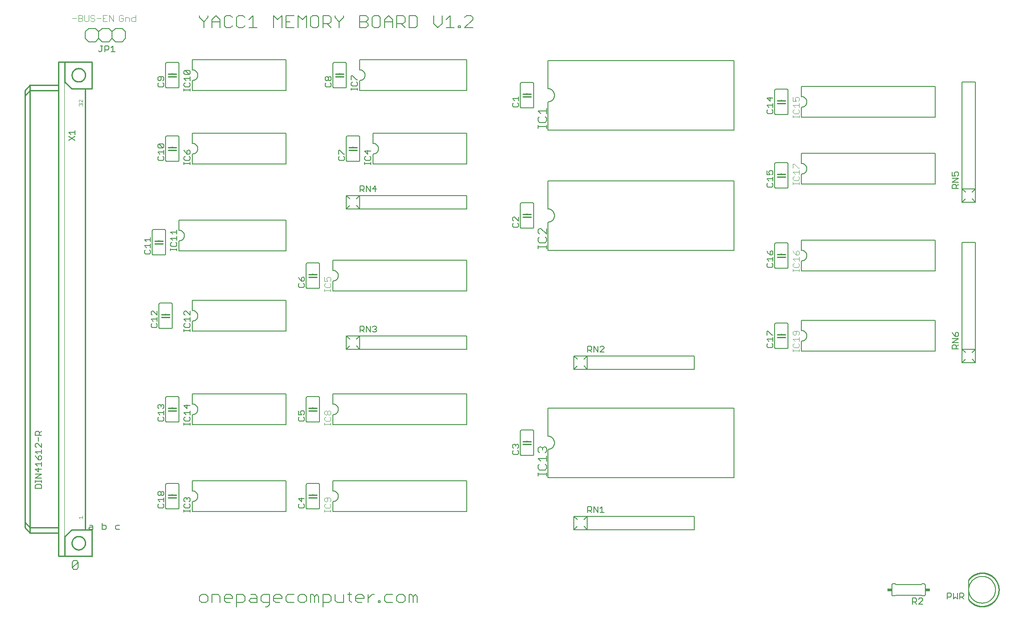
<source format=gbr>
G04 EAGLE Gerber RS-274X export*
G75*
%MOMM*%
%FSLAX34Y34*%
%LPD*%
%INSilkscreen Top*%
%IPPOS*%
%AMOC8*
5,1,8,0,0,1.08239X$1,22.5*%
G01*
%ADD10C,0.203200*%
%ADD11C,0.152400*%
%ADD12C,0.101600*%
%ADD13C,0.254000*%
%ADD14C,0.050800*%
%ADD15C,0.076200*%
%ADD16C,0.127000*%
%ADD17R,0.863600X0.609600*%
%ADD18C,0.177800*%


D10*
X255016Y1129304D02*
X255016Y1125406D01*
X262812Y1117610D01*
X270608Y1125406D01*
X270608Y1129304D01*
X262812Y1117610D02*
X262812Y1105916D01*
X278404Y1105916D02*
X278404Y1121508D01*
X286200Y1129304D01*
X293996Y1121508D01*
X293996Y1105916D01*
X293996Y1117610D02*
X278404Y1117610D01*
X313486Y1129304D02*
X317384Y1125406D01*
X313486Y1129304D02*
X305690Y1129304D01*
X301792Y1125406D01*
X301792Y1109814D01*
X305690Y1105916D01*
X313486Y1105916D01*
X317384Y1109814D01*
X336874Y1129304D02*
X340772Y1125406D01*
X336874Y1129304D02*
X329078Y1129304D01*
X325180Y1125406D01*
X325180Y1109814D01*
X329078Y1105916D01*
X336874Y1105916D01*
X340772Y1109814D01*
X348568Y1121508D02*
X356364Y1129304D01*
X356364Y1105916D01*
X348568Y1105916D02*
X364160Y1105916D01*
X395344Y1105916D02*
X395344Y1129304D01*
X403140Y1121508D01*
X410936Y1129304D01*
X410936Y1105916D01*
X418732Y1129304D02*
X434324Y1129304D01*
X418732Y1129304D02*
X418732Y1105916D01*
X434324Y1105916D01*
X426528Y1117610D02*
X418732Y1117610D01*
X442120Y1105916D02*
X442120Y1129304D01*
X449916Y1121508D01*
X457712Y1129304D01*
X457712Y1105916D01*
X469406Y1129304D02*
X477202Y1129304D01*
X469406Y1129304D02*
X465508Y1125406D01*
X465508Y1109814D01*
X469406Y1105916D01*
X477202Y1105916D01*
X481100Y1109814D01*
X481100Y1125406D01*
X477202Y1129304D01*
X488896Y1129304D02*
X488896Y1105916D01*
X488896Y1129304D02*
X500590Y1129304D01*
X504488Y1125406D01*
X504488Y1117610D01*
X500590Y1113712D01*
X488896Y1113712D01*
X496692Y1113712D02*
X504488Y1105916D01*
X512284Y1125406D02*
X512284Y1129304D01*
X512284Y1125406D02*
X520080Y1117610D01*
X527876Y1125406D01*
X527876Y1129304D01*
X520080Y1117610D02*
X520080Y1105916D01*
X559060Y1105916D02*
X559060Y1129304D01*
X570754Y1129304D01*
X574652Y1125406D01*
X574652Y1121508D01*
X570754Y1117610D01*
X574652Y1113712D01*
X574652Y1109814D01*
X570754Y1105916D01*
X559060Y1105916D01*
X559060Y1117610D02*
X570754Y1117610D01*
X586346Y1129304D02*
X594142Y1129304D01*
X586346Y1129304D02*
X582448Y1125406D01*
X582448Y1109814D01*
X586346Y1105916D01*
X594142Y1105916D01*
X598040Y1109814D01*
X598040Y1125406D01*
X594142Y1129304D01*
X605836Y1121508D02*
X605836Y1105916D01*
X605836Y1121508D02*
X613632Y1129304D01*
X621428Y1121508D01*
X621428Y1105916D01*
X621428Y1117610D02*
X605836Y1117610D01*
X629224Y1105916D02*
X629224Y1129304D01*
X640917Y1129304D01*
X644815Y1125406D01*
X644815Y1117610D01*
X640917Y1113712D01*
X629224Y1113712D01*
X637019Y1113712D02*
X644815Y1105916D01*
X652611Y1105916D02*
X652611Y1129304D01*
X652611Y1105916D02*
X664305Y1105916D01*
X668203Y1109814D01*
X668203Y1125406D01*
X664305Y1129304D01*
X652611Y1129304D01*
X699387Y1129304D02*
X699387Y1113712D01*
X707183Y1105916D01*
X714979Y1113712D01*
X714979Y1129304D01*
X722775Y1121508D02*
X730571Y1129304D01*
X730571Y1105916D01*
X722775Y1105916D02*
X738367Y1105916D01*
X746163Y1105916D02*
X746163Y1109814D01*
X750061Y1109814D01*
X750061Y1105916D01*
X746163Y1105916D01*
X757857Y1105916D02*
X773449Y1105916D01*
X757857Y1105916D02*
X773449Y1121508D01*
X773449Y1125406D01*
X769551Y1129304D01*
X761755Y1129304D01*
X757857Y1125406D01*
X266710Y13716D02*
X258914Y13716D01*
X266710Y13716D02*
X270608Y17614D01*
X270608Y25410D01*
X266710Y29308D01*
X258914Y29308D01*
X255016Y25410D01*
X255016Y17614D01*
X258914Y13716D01*
X278404Y13716D02*
X278404Y29308D01*
X290098Y29308D01*
X293996Y25410D01*
X293996Y13716D01*
X305690Y13716D02*
X313486Y13716D01*
X305690Y13716D02*
X301792Y17614D01*
X301792Y25410D01*
X305690Y29308D01*
X313486Y29308D01*
X317384Y25410D01*
X317384Y21512D01*
X301792Y21512D01*
X325180Y29308D02*
X325180Y5920D01*
X325180Y29308D02*
X336874Y29308D01*
X340772Y25410D01*
X340772Y17614D01*
X336874Y13716D01*
X325180Y13716D01*
X352466Y29308D02*
X360262Y29308D01*
X364160Y25410D01*
X364160Y13716D01*
X352466Y13716D01*
X348568Y17614D01*
X352466Y21512D01*
X364160Y21512D01*
X379752Y5920D02*
X383650Y5920D01*
X387548Y9818D01*
X387548Y29308D01*
X375854Y29308D01*
X371956Y25410D01*
X371956Y17614D01*
X375854Y13716D01*
X387548Y13716D01*
X399242Y13716D02*
X407038Y13716D01*
X399242Y13716D02*
X395344Y17614D01*
X395344Y25410D01*
X399242Y29308D01*
X407038Y29308D01*
X410936Y25410D01*
X410936Y21512D01*
X395344Y21512D01*
X422630Y29308D02*
X434324Y29308D01*
X422630Y29308D02*
X418732Y25410D01*
X418732Y17614D01*
X422630Y13716D01*
X434324Y13716D01*
X446018Y13716D02*
X453814Y13716D01*
X457712Y17614D01*
X457712Y25410D01*
X453814Y29308D01*
X446018Y29308D01*
X442120Y25410D01*
X442120Y17614D01*
X446018Y13716D01*
X465508Y13716D02*
X465508Y29308D01*
X469406Y29308D01*
X473304Y25410D01*
X473304Y13716D01*
X473304Y25410D02*
X477202Y29308D01*
X481100Y25410D01*
X481100Y13716D01*
X488896Y5920D02*
X488896Y29308D01*
X500590Y29308D01*
X504488Y25410D01*
X504488Y17614D01*
X500590Y13716D01*
X488896Y13716D01*
X512284Y17614D02*
X512284Y29308D01*
X512284Y17614D02*
X516182Y13716D01*
X527876Y13716D01*
X527876Y29308D01*
X539570Y33206D02*
X539570Y17614D01*
X543468Y13716D01*
X543468Y29308D02*
X535672Y29308D01*
X555162Y13716D02*
X562958Y13716D01*
X555162Y13716D02*
X551264Y17614D01*
X551264Y25410D01*
X555162Y29308D01*
X562958Y29308D01*
X566856Y25410D01*
X566856Y21512D01*
X551264Y21512D01*
X574652Y13716D02*
X574652Y29308D01*
X574652Y21512D02*
X582448Y29308D01*
X586346Y29308D01*
X594142Y17614D02*
X594142Y13716D01*
X594142Y17614D02*
X598040Y17614D01*
X598040Y13716D01*
X594142Y13716D01*
X609733Y29308D02*
X621427Y29308D01*
X609733Y29308D02*
X605836Y25410D01*
X605836Y17614D01*
X609733Y13716D01*
X621427Y13716D01*
X633121Y13716D02*
X640917Y13716D01*
X644815Y17614D01*
X644815Y25410D01*
X640917Y29308D01*
X633121Y29308D01*
X629223Y25410D01*
X629223Y17614D01*
X633121Y13716D01*
X652611Y13716D02*
X652611Y29308D01*
X656509Y29308D01*
X660407Y25410D01*
X660407Y13716D01*
X660407Y25410D02*
X664305Y29308D01*
X668203Y25410D01*
X668203Y13716D01*
D11*
X13462Y79674D02*
X13462Y90520D01*
X16174Y93232D01*
X21597Y93232D01*
X24309Y90520D01*
X24309Y79674D01*
X21597Y76962D01*
X16174Y76962D01*
X13462Y79674D01*
X24309Y90520D01*
D12*
X109904Y1127853D02*
X107955Y1129802D01*
X104057Y1129802D01*
X102108Y1127853D01*
X102108Y1120057D01*
X104057Y1118108D01*
X107955Y1118108D01*
X109904Y1120057D01*
X109904Y1123955D01*
X106006Y1123955D01*
X113802Y1125904D02*
X113802Y1118108D01*
X113802Y1125904D02*
X119649Y1125904D01*
X121598Y1123955D01*
X121598Y1118108D01*
X133292Y1118108D02*
X133292Y1129802D01*
X133292Y1118108D02*
X127445Y1118108D01*
X125496Y1120057D01*
X125496Y1123955D01*
X127445Y1125904D01*
X133292Y1125904D01*
X21004Y1123955D02*
X13208Y1123955D01*
X24902Y1118108D02*
X24902Y1129802D01*
X30749Y1129802D01*
X32698Y1127853D01*
X32698Y1125904D01*
X30749Y1123955D01*
X32698Y1122006D01*
X32698Y1120057D01*
X30749Y1118108D01*
X24902Y1118108D01*
X24902Y1123955D02*
X30749Y1123955D01*
X36596Y1120057D02*
X36596Y1129802D01*
X36596Y1120057D02*
X38545Y1118108D01*
X42443Y1118108D01*
X44392Y1120057D01*
X44392Y1129802D01*
X54137Y1129802D02*
X56086Y1127853D01*
X54137Y1129802D02*
X50239Y1129802D01*
X48290Y1127853D01*
X48290Y1125904D01*
X50239Y1123955D01*
X54137Y1123955D01*
X56086Y1122006D01*
X56086Y1120057D01*
X54137Y1118108D01*
X50239Y1118108D01*
X48290Y1120057D01*
X59984Y1123955D02*
X67780Y1123955D01*
X71678Y1129802D02*
X79474Y1129802D01*
X71678Y1129802D02*
X71678Y1118108D01*
X79474Y1118108D01*
X75576Y1123955D02*
X71678Y1123955D01*
X83372Y1118108D02*
X83372Y1129802D01*
X91168Y1118108D01*
X91168Y1129802D01*
D13*
X-67310Y996950D02*
X-76200Y986790D01*
X-67310Y996950D02*
X-12700Y996950D01*
X-13970Y986790D02*
X-67310Y986790D01*
X-76200Y986790D02*
X-76200Y976630D01*
X-76200Y166370D01*
X-76200Y156210D01*
X-67310Y156210D02*
X-13970Y156210D01*
X-67310Y146050D02*
X-76200Y156210D01*
X-67310Y146050D02*
X-12700Y146050D01*
D14*
X-2200Y102900D02*
X-2200Y1041370D01*
D13*
X-12600Y1041370D02*
X-12600Y102900D01*
X-12700Y102000D02*
X50800Y101999D01*
X50800Y1041400D02*
X-1270Y1041400D01*
X-12700Y1041400D01*
X50800Y101999D02*
X50800Y101601D01*
X50800Y101999D02*
X50800Y152400D01*
X38100Y152400D01*
X12700Y152400D01*
X-1270Y139700D01*
X50800Y990600D02*
X50800Y1041400D01*
X50800Y990600D02*
X38100Y990600D01*
X12700Y990600D01*
X-1270Y1003300D01*
X38100Y990600D02*
X38100Y152400D01*
X-67310Y156210D02*
X-76200Y166370D01*
X-67310Y986790D02*
X-67310Y996950D01*
X-67310Y986790D02*
X-67310Y156210D01*
X-67310Y146050D01*
X-76200Y976630D02*
X-67310Y986790D01*
X-1270Y139700D02*
X-1270Y102870D01*
X-1270Y1003300D02*
X-1270Y1041400D01*
X12700Y1016064D02*
X12704Y1016376D01*
X12715Y1016687D01*
X12734Y1016998D01*
X12761Y1017309D01*
X12796Y1017619D01*
X12837Y1017927D01*
X12887Y1018235D01*
X12944Y1018542D01*
X13009Y1018847D01*
X13081Y1019150D01*
X13160Y1019451D01*
X13247Y1019751D01*
X13341Y1020048D01*
X13442Y1020343D01*
X13551Y1020635D01*
X13667Y1020924D01*
X13790Y1021211D01*
X13919Y1021494D01*
X14056Y1021774D01*
X14200Y1022051D01*
X14350Y1022324D01*
X14507Y1022593D01*
X14670Y1022858D01*
X14840Y1023120D01*
X15017Y1023377D01*
X15199Y1023629D01*
X15388Y1023877D01*
X15583Y1024121D01*
X15783Y1024359D01*
X15990Y1024593D01*
X16202Y1024821D01*
X16420Y1025044D01*
X16643Y1025262D01*
X16871Y1025474D01*
X17105Y1025681D01*
X17343Y1025881D01*
X17587Y1026076D01*
X17835Y1026265D01*
X18087Y1026447D01*
X18344Y1026624D01*
X18606Y1026794D01*
X18871Y1026957D01*
X19140Y1027114D01*
X19413Y1027264D01*
X19690Y1027408D01*
X19970Y1027545D01*
X20253Y1027674D01*
X20540Y1027797D01*
X20829Y1027913D01*
X21121Y1028022D01*
X21416Y1028123D01*
X21713Y1028217D01*
X22013Y1028304D01*
X22314Y1028383D01*
X22617Y1028455D01*
X22922Y1028520D01*
X23229Y1028577D01*
X23537Y1028627D01*
X23845Y1028668D01*
X24155Y1028703D01*
X24466Y1028730D01*
X24777Y1028749D01*
X25088Y1028760D01*
X25400Y1028764D01*
X25712Y1028760D01*
X26023Y1028749D01*
X26334Y1028730D01*
X26645Y1028703D01*
X26955Y1028668D01*
X27263Y1028627D01*
X27571Y1028577D01*
X27878Y1028520D01*
X28183Y1028455D01*
X28486Y1028383D01*
X28787Y1028304D01*
X29087Y1028217D01*
X29384Y1028123D01*
X29679Y1028022D01*
X29971Y1027913D01*
X30260Y1027797D01*
X30547Y1027674D01*
X30830Y1027545D01*
X31110Y1027408D01*
X31387Y1027264D01*
X31660Y1027114D01*
X31929Y1026957D01*
X32194Y1026794D01*
X32456Y1026624D01*
X32713Y1026447D01*
X32965Y1026265D01*
X33213Y1026076D01*
X33457Y1025881D01*
X33695Y1025681D01*
X33929Y1025474D01*
X34157Y1025262D01*
X34380Y1025044D01*
X34598Y1024821D01*
X34810Y1024593D01*
X35017Y1024359D01*
X35217Y1024121D01*
X35412Y1023877D01*
X35601Y1023629D01*
X35783Y1023377D01*
X35960Y1023120D01*
X36130Y1022858D01*
X36293Y1022593D01*
X36450Y1022324D01*
X36600Y1022051D01*
X36744Y1021774D01*
X36881Y1021494D01*
X37010Y1021211D01*
X37133Y1020924D01*
X37249Y1020635D01*
X37358Y1020343D01*
X37459Y1020048D01*
X37553Y1019751D01*
X37640Y1019451D01*
X37719Y1019150D01*
X37791Y1018847D01*
X37856Y1018542D01*
X37913Y1018235D01*
X37963Y1017927D01*
X38004Y1017619D01*
X38039Y1017309D01*
X38066Y1016998D01*
X38085Y1016687D01*
X38096Y1016376D01*
X38100Y1016064D01*
X38096Y1015752D01*
X38085Y1015441D01*
X38066Y1015130D01*
X38039Y1014819D01*
X38004Y1014509D01*
X37963Y1014201D01*
X37913Y1013893D01*
X37856Y1013586D01*
X37791Y1013281D01*
X37719Y1012978D01*
X37640Y1012677D01*
X37553Y1012377D01*
X37459Y1012080D01*
X37358Y1011785D01*
X37249Y1011493D01*
X37133Y1011204D01*
X37010Y1010917D01*
X36881Y1010634D01*
X36744Y1010354D01*
X36600Y1010077D01*
X36450Y1009804D01*
X36293Y1009535D01*
X36130Y1009270D01*
X35960Y1009008D01*
X35783Y1008751D01*
X35601Y1008499D01*
X35412Y1008251D01*
X35217Y1008007D01*
X35017Y1007769D01*
X34810Y1007535D01*
X34598Y1007307D01*
X34380Y1007084D01*
X34157Y1006866D01*
X33929Y1006654D01*
X33695Y1006447D01*
X33457Y1006247D01*
X33213Y1006052D01*
X32965Y1005863D01*
X32713Y1005681D01*
X32456Y1005504D01*
X32194Y1005334D01*
X31929Y1005171D01*
X31660Y1005014D01*
X31387Y1004864D01*
X31110Y1004720D01*
X30830Y1004583D01*
X30547Y1004454D01*
X30260Y1004331D01*
X29971Y1004215D01*
X29679Y1004106D01*
X29384Y1004005D01*
X29087Y1003911D01*
X28787Y1003824D01*
X28486Y1003745D01*
X28183Y1003673D01*
X27878Y1003608D01*
X27571Y1003551D01*
X27263Y1003501D01*
X26955Y1003460D01*
X26645Y1003425D01*
X26334Y1003398D01*
X26023Y1003379D01*
X25712Y1003368D01*
X25400Y1003364D01*
X25088Y1003368D01*
X24777Y1003379D01*
X24466Y1003398D01*
X24155Y1003425D01*
X23845Y1003460D01*
X23537Y1003501D01*
X23229Y1003551D01*
X22922Y1003608D01*
X22617Y1003673D01*
X22314Y1003745D01*
X22013Y1003824D01*
X21713Y1003911D01*
X21416Y1004005D01*
X21121Y1004106D01*
X20829Y1004215D01*
X20540Y1004331D01*
X20253Y1004454D01*
X19970Y1004583D01*
X19690Y1004720D01*
X19413Y1004864D01*
X19140Y1005014D01*
X18871Y1005171D01*
X18606Y1005334D01*
X18344Y1005504D01*
X18087Y1005681D01*
X17835Y1005863D01*
X17587Y1006052D01*
X17343Y1006247D01*
X17105Y1006447D01*
X16871Y1006654D01*
X16643Y1006866D01*
X16420Y1007084D01*
X16202Y1007307D01*
X15990Y1007535D01*
X15783Y1007769D01*
X15583Y1008007D01*
X15388Y1008251D01*
X15199Y1008499D01*
X15017Y1008751D01*
X14840Y1009008D01*
X14670Y1009270D01*
X14507Y1009535D01*
X14350Y1009804D01*
X14200Y1010077D01*
X14056Y1010354D01*
X13919Y1010634D01*
X13790Y1010917D01*
X13667Y1011204D01*
X13551Y1011493D01*
X13442Y1011785D01*
X13341Y1012080D01*
X13247Y1012377D01*
X13160Y1012677D01*
X13081Y1012978D01*
X13009Y1013281D01*
X12944Y1013586D01*
X12887Y1013893D01*
X12837Y1014201D01*
X12796Y1014509D01*
X12761Y1014819D01*
X12734Y1015130D01*
X12715Y1015441D01*
X12704Y1015752D01*
X12700Y1016064D01*
X12700Y126936D02*
X12704Y127248D01*
X12715Y127559D01*
X12734Y127870D01*
X12761Y128181D01*
X12796Y128491D01*
X12837Y128799D01*
X12887Y129107D01*
X12944Y129414D01*
X13009Y129719D01*
X13081Y130022D01*
X13160Y130323D01*
X13247Y130623D01*
X13341Y130920D01*
X13442Y131215D01*
X13551Y131507D01*
X13667Y131796D01*
X13790Y132083D01*
X13919Y132366D01*
X14056Y132646D01*
X14200Y132923D01*
X14350Y133196D01*
X14507Y133465D01*
X14670Y133730D01*
X14840Y133992D01*
X15017Y134249D01*
X15199Y134501D01*
X15388Y134749D01*
X15583Y134993D01*
X15783Y135231D01*
X15990Y135465D01*
X16202Y135693D01*
X16420Y135916D01*
X16643Y136134D01*
X16871Y136346D01*
X17105Y136553D01*
X17343Y136753D01*
X17587Y136948D01*
X17835Y137137D01*
X18087Y137319D01*
X18344Y137496D01*
X18606Y137666D01*
X18871Y137829D01*
X19140Y137986D01*
X19413Y138136D01*
X19690Y138280D01*
X19970Y138417D01*
X20253Y138546D01*
X20540Y138669D01*
X20829Y138785D01*
X21121Y138894D01*
X21416Y138995D01*
X21713Y139089D01*
X22013Y139176D01*
X22314Y139255D01*
X22617Y139327D01*
X22922Y139392D01*
X23229Y139449D01*
X23537Y139499D01*
X23845Y139540D01*
X24155Y139575D01*
X24466Y139602D01*
X24777Y139621D01*
X25088Y139632D01*
X25400Y139636D01*
X25712Y139632D01*
X26023Y139621D01*
X26334Y139602D01*
X26645Y139575D01*
X26955Y139540D01*
X27263Y139499D01*
X27571Y139449D01*
X27878Y139392D01*
X28183Y139327D01*
X28486Y139255D01*
X28787Y139176D01*
X29087Y139089D01*
X29384Y138995D01*
X29679Y138894D01*
X29971Y138785D01*
X30260Y138669D01*
X30547Y138546D01*
X30830Y138417D01*
X31110Y138280D01*
X31387Y138136D01*
X31660Y137986D01*
X31929Y137829D01*
X32194Y137666D01*
X32456Y137496D01*
X32713Y137319D01*
X32965Y137137D01*
X33213Y136948D01*
X33457Y136753D01*
X33695Y136553D01*
X33929Y136346D01*
X34157Y136134D01*
X34380Y135916D01*
X34598Y135693D01*
X34810Y135465D01*
X35017Y135231D01*
X35217Y134993D01*
X35412Y134749D01*
X35601Y134501D01*
X35783Y134249D01*
X35960Y133992D01*
X36130Y133730D01*
X36293Y133465D01*
X36450Y133196D01*
X36600Y132923D01*
X36744Y132646D01*
X36881Y132366D01*
X37010Y132083D01*
X37133Y131796D01*
X37249Y131507D01*
X37358Y131215D01*
X37459Y130920D01*
X37553Y130623D01*
X37640Y130323D01*
X37719Y130022D01*
X37791Y129719D01*
X37856Y129414D01*
X37913Y129107D01*
X37963Y128799D01*
X38004Y128491D01*
X38039Y128181D01*
X38066Y127870D01*
X38085Y127559D01*
X38096Y127248D01*
X38100Y126936D01*
X38096Y126624D01*
X38085Y126313D01*
X38066Y126002D01*
X38039Y125691D01*
X38004Y125381D01*
X37963Y125073D01*
X37913Y124765D01*
X37856Y124458D01*
X37791Y124153D01*
X37719Y123850D01*
X37640Y123549D01*
X37553Y123249D01*
X37459Y122952D01*
X37358Y122657D01*
X37249Y122365D01*
X37133Y122076D01*
X37010Y121789D01*
X36881Y121506D01*
X36744Y121226D01*
X36600Y120949D01*
X36450Y120676D01*
X36293Y120407D01*
X36130Y120142D01*
X35960Y119880D01*
X35783Y119623D01*
X35601Y119371D01*
X35412Y119123D01*
X35217Y118879D01*
X35017Y118641D01*
X34810Y118407D01*
X34598Y118179D01*
X34380Y117956D01*
X34157Y117738D01*
X33929Y117526D01*
X33695Y117319D01*
X33457Y117119D01*
X33213Y116924D01*
X32965Y116735D01*
X32713Y116553D01*
X32456Y116376D01*
X32194Y116206D01*
X31929Y116043D01*
X31660Y115886D01*
X31387Y115736D01*
X31110Y115592D01*
X30830Y115455D01*
X30547Y115326D01*
X30260Y115203D01*
X29971Y115087D01*
X29679Y114978D01*
X29384Y114877D01*
X29087Y114783D01*
X28787Y114696D01*
X28486Y114617D01*
X28183Y114545D01*
X27878Y114480D01*
X27571Y114423D01*
X27263Y114373D01*
X26955Y114332D01*
X26645Y114297D01*
X26334Y114270D01*
X26023Y114251D01*
X25712Y114240D01*
X25400Y114236D01*
X25088Y114240D01*
X24777Y114251D01*
X24466Y114270D01*
X24155Y114297D01*
X23845Y114332D01*
X23537Y114373D01*
X23229Y114423D01*
X22922Y114480D01*
X22617Y114545D01*
X22314Y114617D01*
X22013Y114696D01*
X21713Y114783D01*
X21416Y114877D01*
X21121Y114978D01*
X20829Y115087D01*
X20540Y115203D01*
X20253Y115326D01*
X19970Y115455D01*
X19690Y115592D01*
X19413Y115736D01*
X19140Y115886D01*
X18871Y116043D01*
X18606Y116206D01*
X18344Y116376D01*
X18087Y116553D01*
X17835Y116735D01*
X17587Y116924D01*
X17343Y117119D01*
X17105Y117319D01*
X16871Y117526D01*
X16643Y117738D01*
X16420Y117956D01*
X16202Y118179D01*
X15990Y118407D01*
X15783Y118641D01*
X15583Y118879D01*
X15388Y119123D01*
X15199Y119371D01*
X15017Y119623D01*
X14840Y119880D01*
X14670Y120142D01*
X14507Y120407D01*
X14350Y120676D01*
X14200Y120949D01*
X14056Y121226D01*
X13919Y121506D01*
X13790Y121789D01*
X13667Y122076D01*
X13551Y122365D01*
X13442Y122657D01*
X13341Y122952D01*
X13247Y123249D01*
X13160Y123549D01*
X13081Y123850D01*
X13009Y124153D01*
X12944Y124458D01*
X12887Y124765D01*
X12837Y125073D01*
X12796Y125381D01*
X12761Y125691D01*
X12734Y126002D01*
X12715Y126313D01*
X12704Y126624D01*
X12700Y126936D01*
D15*
X28232Y173237D02*
X25775Y175694D01*
X33147Y175694D01*
X33147Y173237D02*
X33147Y178152D01*
D16*
X46728Y160662D02*
X50541Y160662D01*
X52448Y158755D01*
X52448Y153035D01*
X46728Y153035D01*
X44821Y154942D01*
X46728Y156848D01*
X52448Y156848D01*
X70221Y153035D02*
X70221Y164475D01*
X70221Y153035D02*
X75941Y153035D01*
X77848Y154942D01*
X77848Y158755D01*
X75941Y160662D01*
X70221Y160662D01*
X97528Y160662D02*
X103248Y160662D01*
X97528Y160662D02*
X95621Y158755D01*
X95621Y154942D01*
X97528Y153035D01*
X103248Y153035D01*
D15*
X27003Y956963D02*
X25775Y958191D01*
X25775Y960649D01*
X27003Y961878D01*
X28232Y961878D01*
X29461Y960649D01*
X29461Y959420D01*
X29461Y960649D02*
X30690Y961878D01*
X31918Y961878D01*
X33147Y960649D01*
X33147Y958191D01*
X31918Y956963D01*
X33147Y964447D02*
X33147Y969362D01*
X33147Y964447D02*
X28232Y969362D01*
X27003Y969362D01*
X25775Y968133D01*
X25775Y965676D01*
X27003Y964447D01*
D16*
X-45085Y230493D02*
X-56525Y230493D01*
X-45085Y230493D02*
X-45085Y236213D01*
X-46992Y238120D01*
X-54618Y238120D01*
X-56525Y236213D01*
X-56525Y230493D01*
X-45085Y242187D02*
X-45085Y246000D01*
X-45085Y244094D02*
X-56525Y244094D01*
X-56525Y246000D02*
X-56525Y242187D01*
X-56525Y249983D02*
X-45085Y249983D01*
X-45085Y257610D02*
X-56525Y249983D01*
X-56525Y257610D02*
X-45085Y257610D01*
X-45085Y267397D02*
X-56525Y267397D01*
X-50805Y261677D01*
X-50805Y269303D01*
X-52712Y273371D02*
X-56525Y277184D01*
X-45085Y277184D01*
X-45085Y273371D02*
X-45085Y280997D01*
X-54618Y288878D02*
X-56525Y292691D01*
X-54618Y288878D02*
X-50805Y285065D01*
X-46992Y285065D01*
X-45085Y286972D01*
X-45085Y290785D01*
X-46992Y292691D01*
X-48898Y292691D01*
X-50805Y290785D01*
X-50805Y285065D01*
X-52712Y296759D02*
X-56525Y300572D01*
X-45085Y300572D01*
X-45085Y296759D02*
X-45085Y304385D01*
X-45085Y308453D02*
X-45085Y316079D01*
X-45085Y308453D02*
X-52712Y316079D01*
X-54618Y316079D01*
X-56525Y314173D01*
X-56525Y310359D01*
X-54618Y308453D01*
X-50805Y320147D02*
X-50805Y327773D01*
X-45085Y331841D02*
X-56525Y331841D01*
X-56525Y337561D01*
X-54618Y339467D01*
X-50805Y339467D01*
X-48898Y337561D01*
X-48898Y331841D01*
X-48898Y335654D02*
X-45085Y339467D01*
X6975Y891647D02*
X18415Y899274D01*
X18415Y891647D02*
X6975Y899274D01*
X10789Y903341D02*
X6975Y907154D01*
X18415Y907154D01*
X18415Y903341D02*
X18415Y910968D01*
D10*
X1714500Y57150D02*
X1714500Y19050D01*
D13*
X1714974Y18434D01*
X1715463Y17829D01*
X1715967Y17237D01*
X1716485Y16657D01*
X1717017Y16090D01*
X1717563Y15536D01*
X1718122Y14996D01*
X1718695Y14470D01*
X1719280Y13957D01*
X1719877Y13460D01*
X1720486Y12977D01*
X1721107Y12509D01*
X1721740Y12056D01*
X1722383Y11619D01*
X1723037Y11198D01*
X1723701Y10794D01*
X1724374Y10405D01*
X1725057Y10033D01*
X1725749Y9678D01*
X1726449Y9340D01*
X1727157Y9019D01*
X1727873Y8716D01*
X1728597Y8430D01*
X1729326Y8162D01*
X1730063Y7912D01*
X1730805Y7681D01*
X1731553Y7467D01*
X1732305Y7272D01*
X1733063Y7095D01*
X1733824Y6937D01*
X1734589Y6797D01*
X1735357Y6677D01*
X1736128Y6575D01*
X1736901Y6492D01*
X1737676Y6428D01*
X1738452Y6383D01*
X1739229Y6357D01*
X1740007Y6350D01*
X1740784Y6362D01*
X1741561Y6393D01*
X1742337Y6444D01*
X1743112Y6513D01*
X1743884Y6601D01*
X1744654Y6708D01*
X1745422Y6834D01*
X1746186Y6978D01*
X1746946Y7142D01*
X1747702Y7324D01*
X1748453Y7524D01*
X1749200Y7742D01*
X1749940Y7979D01*
X1750675Y8234D01*
X1751403Y8507D01*
X1752124Y8798D01*
X1752838Y9106D01*
X1753544Y9431D01*
X1754242Y9774D01*
X1754932Y10134D01*
X1755612Y10510D01*
X1756283Y10903D01*
X1756944Y11313D01*
X1757595Y11738D01*
X1758235Y12179D01*
X1758864Y12636D01*
X1759482Y13108D01*
X1760088Y13595D01*
X1760682Y14097D01*
X1761264Y14613D01*
X1761833Y15143D01*
X1762388Y15687D01*
X1762931Y16245D01*
X1763459Y16815D01*
X1763973Y17398D01*
X1764473Y17994D01*
X1764958Y18602D01*
X1765428Y19221D01*
X1765882Y19852D01*
X1766321Y20494D01*
X1766745Y21146D01*
X1767152Y21809D01*
X1767543Y22481D01*
X1767917Y23163D01*
X1768274Y23853D01*
X1768614Y24552D01*
X1768938Y25260D01*
X1769243Y25974D01*
X1769532Y26697D01*
X1769802Y27426D01*
X1770054Y28161D01*
X1770289Y28903D01*
X1770505Y29650D01*
X1770703Y30402D01*
X1770882Y31158D01*
X1771043Y31919D01*
X1771185Y32683D01*
X1771308Y33451D01*
X1771412Y34222D01*
X1771498Y34995D01*
X1771564Y35769D01*
X1771612Y36545D01*
X1771640Y37322D01*
X1771650Y38100D01*
X1771640Y38878D01*
X1771612Y39655D01*
X1771564Y40431D01*
X1771498Y41205D01*
X1771412Y41978D01*
X1771308Y42749D01*
X1771185Y43517D01*
X1771043Y44281D01*
X1770882Y45042D01*
X1770703Y45798D01*
X1770505Y46550D01*
X1770289Y47297D01*
X1770054Y48039D01*
X1769802Y48774D01*
X1769532Y49503D01*
X1769243Y50226D01*
X1768938Y50940D01*
X1768614Y51648D01*
X1768274Y52347D01*
X1767917Y53037D01*
X1767543Y53719D01*
X1767152Y54391D01*
X1766745Y55054D01*
X1766321Y55706D01*
X1765882Y56348D01*
X1765428Y56979D01*
X1764958Y57598D01*
X1764473Y58206D01*
X1763973Y58802D01*
X1763459Y59385D01*
X1762931Y59955D01*
X1762388Y60513D01*
X1761833Y61057D01*
X1761264Y61587D01*
X1760682Y62103D01*
X1760088Y62605D01*
X1759482Y63092D01*
X1758864Y63564D01*
X1758235Y64021D01*
X1757595Y64462D01*
X1756944Y64887D01*
X1756283Y65297D01*
X1755612Y65690D01*
X1754932Y66066D01*
X1754242Y66426D01*
X1753544Y66769D01*
X1752838Y67094D01*
X1752124Y67402D01*
X1751403Y67693D01*
X1750675Y67966D01*
X1749940Y68221D01*
X1749200Y68458D01*
X1748453Y68676D01*
X1747702Y68876D01*
X1746946Y69058D01*
X1746186Y69222D01*
X1745422Y69366D01*
X1744654Y69492D01*
X1743884Y69599D01*
X1743112Y69687D01*
X1742337Y69756D01*
X1741561Y69807D01*
X1740784Y69838D01*
X1740007Y69850D01*
X1739229Y69843D01*
X1738452Y69817D01*
X1737676Y69772D01*
X1736901Y69708D01*
X1736128Y69625D01*
X1735357Y69523D01*
X1734589Y69403D01*
X1733824Y69263D01*
X1733063Y69105D01*
X1732305Y68928D01*
X1731553Y68733D01*
X1730805Y68519D01*
X1730063Y68288D01*
X1729326Y68038D01*
X1728597Y67770D01*
X1727873Y67484D01*
X1727157Y67181D01*
X1726449Y66860D01*
X1725749Y66522D01*
X1725057Y66167D01*
X1724374Y65795D01*
X1723701Y65406D01*
X1723037Y65002D01*
X1722383Y64581D01*
X1721740Y64144D01*
X1721107Y63691D01*
X1720486Y63223D01*
X1719877Y62740D01*
X1719280Y62243D01*
X1718695Y61730D01*
X1718122Y61204D01*
X1717563Y60664D01*
X1717017Y60110D01*
X1716485Y59543D01*
X1715967Y58963D01*
X1715463Y58371D01*
X1714974Y57766D01*
X1714500Y57150D01*
D11*
X1714500Y38100D02*
X1714508Y38723D01*
X1714531Y39346D01*
X1714569Y39969D01*
X1714622Y40590D01*
X1714691Y41209D01*
X1714775Y41827D01*
X1714874Y42442D01*
X1714988Y43055D01*
X1715117Y43665D01*
X1715261Y44272D01*
X1715420Y44875D01*
X1715594Y45473D01*
X1715782Y46068D01*
X1715985Y46657D01*
X1716202Y47241D01*
X1716433Y47820D01*
X1716679Y48393D01*
X1716939Y48960D01*
X1717212Y49520D01*
X1717499Y50073D01*
X1717800Y50620D01*
X1718114Y51158D01*
X1718441Y51689D01*
X1718781Y52211D01*
X1719133Y52726D01*
X1719499Y53231D01*
X1719876Y53727D01*
X1720266Y54214D01*
X1720667Y54691D01*
X1721080Y55158D01*
X1721504Y55614D01*
X1721939Y56061D01*
X1722386Y56496D01*
X1722842Y56920D01*
X1723309Y57333D01*
X1723786Y57734D01*
X1724273Y58124D01*
X1724769Y58501D01*
X1725274Y58867D01*
X1725789Y59219D01*
X1726311Y59559D01*
X1726842Y59886D01*
X1727380Y60200D01*
X1727927Y60501D01*
X1728480Y60788D01*
X1729040Y61061D01*
X1729607Y61321D01*
X1730180Y61567D01*
X1730759Y61798D01*
X1731343Y62015D01*
X1731932Y62218D01*
X1732527Y62406D01*
X1733125Y62580D01*
X1733728Y62739D01*
X1734335Y62883D01*
X1734945Y63012D01*
X1735558Y63126D01*
X1736173Y63225D01*
X1736791Y63309D01*
X1737410Y63378D01*
X1738031Y63431D01*
X1738654Y63469D01*
X1739277Y63492D01*
X1739900Y63500D01*
X1740523Y63492D01*
X1741146Y63469D01*
X1741769Y63431D01*
X1742390Y63378D01*
X1743009Y63309D01*
X1743627Y63225D01*
X1744242Y63126D01*
X1744855Y63012D01*
X1745465Y62883D01*
X1746072Y62739D01*
X1746675Y62580D01*
X1747273Y62406D01*
X1747868Y62218D01*
X1748457Y62015D01*
X1749041Y61798D01*
X1749620Y61567D01*
X1750193Y61321D01*
X1750760Y61061D01*
X1751320Y60788D01*
X1751873Y60501D01*
X1752420Y60200D01*
X1752958Y59886D01*
X1753489Y59559D01*
X1754011Y59219D01*
X1754526Y58867D01*
X1755031Y58501D01*
X1755527Y58124D01*
X1756014Y57734D01*
X1756491Y57333D01*
X1756958Y56920D01*
X1757414Y56496D01*
X1757861Y56061D01*
X1758296Y55614D01*
X1758720Y55158D01*
X1759133Y54691D01*
X1759534Y54214D01*
X1759924Y53727D01*
X1760301Y53231D01*
X1760667Y52726D01*
X1761019Y52211D01*
X1761359Y51689D01*
X1761686Y51158D01*
X1762000Y50620D01*
X1762301Y50073D01*
X1762588Y49520D01*
X1762861Y48960D01*
X1763121Y48393D01*
X1763367Y47820D01*
X1763598Y47241D01*
X1763815Y46657D01*
X1764018Y46068D01*
X1764206Y45473D01*
X1764380Y44875D01*
X1764539Y44272D01*
X1764683Y43665D01*
X1764812Y43055D01*
X1764926Y42442D01*
X1765025Y41827D01*
X1765109Y41209D01*
X1765178Y40590D01*
X1765231Y39969D01*
X1765269Y39346D01*
X1765292Y38723D01*
X1765300Y38100D01*
X1765292Y37477D01*
X1765269Y36854D01*
X1765231Y36231D01*
X1765178Y35610D01*
X1765109Y34991D01*
X1765025Y34373D01*
X1764926Y33758D01*
X1764812Y33145D01*
X1764683Y32535D01*
X1764539Y31928D01*
X1764380Y31325D01*
X1764206Y30727D01*
X1764018Y30132D01*
X1763815Y29543D01*
X1763598Y28959D01*
X1763367Y28380D01*
X1763121Y27807D01*
X1762861Y27240D01*
X1762588Y26680D01*
X1762301Y26127D01*
X1762000Y25580D01*
X1761686Y25042D01*
X1761359Y24511D01*
X1761019Y23989D01*
X1760667Y23474D01*
X1760301Y22969D01*
X1759924Y22473D01*
X1759534Y21986D01*
X1759133Y21509D01*
X1758720Y21042D01*
X1758296Y20586D01*
X1757861Y20139D01*
X1757414Y19704D01*
X1756958Y19280D01*
X1756491Y18867D01*
X1756014Y18466D01*
X1755527Y18076D01*
X1755031Y17699D01*
X1754526Y17333D01*
X1754011Y16981D01*
X1753489Y16641D01*
X1752958Y16314D01*
X1752420Y16000D01*
X1751873Y15699D01*
X1751320Y15412D01*
X1750760Y15139D01*
X1750193Y14879D01*
X1749620Y14633D01*
X1749041Y14402D01*
X1748457Y14185D01*
X1747868Y13982D01*
X1747273Y13794D01*
X1746675Y13620D01*
X1746072Y13461D01*
X1745465Y13317D01*
X1744855Y13188D01*
X1744242Y13074D01*
X1743627Y12975D01*
X1743009Y12891D01*
X1742390Y12822D01*
X1741769Y12769D01*
X1741146Y12731D01*
X1740523Y12708D01*
X1739900Y12700D01*
X1739277Y12708D01*
X1738654Y12731D01*
X1738031Y12769D01*
X1737410Y12822D01*
X1736791Y12891D01*
X1736173Y12975D01*
X1735558Y13074D01*
X1734945Y13188D01*
X1734335Y13317D01*
X1733728Y13461D01*
X1733125Y13620D01*
X1732527Y13794D01*
X1731932Y13982D01*
X1731343Y14185D01*
X1730759Y14402D01*
X1730180Y14633D01*
X1729607Y14879D01*
X1729040Y15139D01*
X1728480Y15412D01*
X1727927Y15699D01*
X1727380Y16000D01*
X1726842Y16314D01*
X1726311Y16641D01*
X1725789Y16981D01*
X1725274Y17333D01*
X1724769Y17699D01*
X1724273Y18076D01*
X1723786Y18466D01*
X1723309Y18867D01*
X1722842Y19280D01*
X1722386Y19704D01*
X1721939Y20139D01*
X1721504Y20586D01*
X1721080Y21042D01*
X1720667Y21509D01*
X1720266Y21986D01*
X1719876Y22473D01*
X1719499Y22969D01*
X1719133Y23474D01*
X1718781Y23989D01*
X1718441Y24511D01*
X1718114Y25042D01*
X1717800Y25580D01*
X1717499Y26127D01*
X1717212Y26680D01*
X1716939Y27240D01*
X1716679Y27807D01*
X1716433Y28380D01*
X1716202Y28959D01*
X1715985Y29543D01*
X1715782Y30132D01*
X1715594Y30727D01*
X1715420Y31325D01*
X1715261Y31928D01*
X1715117Y32535D01*
X1714988Y33145D01*
X1714874Y33758D01*
X1714775Y34373D01*
X1714691Y34991D01*
X1714622Y35610D01*
X1714569Y36231D01*
X1714531Y36854D01*
X1714508Y37477D01*
X1714500Y38100D01*
D16*
X1673703Y32141D02*
X1673703Y20701D01*
X1673703Y32141D02*
X1679423Y32141D01*
X1681330Y30234D01*
X1681330Y26421D01*
X1679423Y24514D01*
X1673703Y24514D01*
X1685397Y20701D02*
X1685397Y32141D01*
X1689210Y24514D02*
X1685397Y20701D01*
X1689210Y24514D02*
X1693024Y20701D01*
X1693024Y32141D01*
X1697091Y32141D02*
X1697091Y20701D01*
X1697091Y32141D02*
X1702811Y32141D01*
X1704717Y30234D01*
X1704717Y26421D01*
X1702811Y24514D01*
X1697091Y24514D01*
X1700904Y24514D02*
X1704717Y20701D01*
D11*
X1631950Y29210D02*
X1631948Y29110D01*
X1631942Y29011D01*
X1631932Y28911D01*
X1631919Y28813D01*
X1631901Y28714D01*
X1631880Y28617D01*
X1631855Y28521D01*
X1631826Y28425D01*
X1631793Y28331D01*
X1631757Y28238D01*
X1631717Y28147D01*
X1631673Y28057D01*
X1631626Y27969D01*
X1631576Y27883D01*
X1631522Y27799D01*
X1631465Y27717D01*
X1631405Y27638D01*
X1631341Y27560D01*
X1631275Y27486D01*
X1631206Y27414D01*
X1631134Y27345D01*
X1631060Y27279D01*
X1630982Y27215D01*
X1630903Y27155D01*
X1630821Y27098D01*
X1630737Y27044D01*
X1630651Y26994D01*
X1630563Y26947D01*
X1630473Y26903D01*
X1630382Y26863D01*
X1630289Y26827D01*
X1630195Y26794D01*
X1630099Y26765D01*
X1630003Y26740D01*
X1629906Y26719D01*
X1629807Y26701D01*
X1629709Y26688D01*
X1629609Y26678D01*
X1629510Y26672D01*
X1629410Y26670D01*
X1631950Y46990D02*
X1631948Y47090D01*
X1631942Y47189D01*
X1631932Y47289D01*
X1631919Y47387D01*
X1631901Y47486D01*
X1631880Y47583D01*
X1631855Y47679D01*
X1631826Y47775D01*
X1631793Y47869D01*
X1631757Y47962D01*
X1631717Y48053D01*
X1631673Y48143D01*
X1631626Y48231D01*
X1631576Y48317D01*
X1631522Y48401D01*
X1631465Y48483D01*
X1631405Y48562D01*
X1631341Y48640D01*
X1631275Y48714D01*
X1631206Y48786D01*
X1631134Y48855D01*
X1631060Y48921D01*
X1630982Y48985D01*
X1630903Y49045D01*
X1630821Y49102D01*
X1630737Y49156D01*
X1630651Y49206D01*
X1630563Y49253D01*
X1630473Y49297D01*
X1630382Y49337D01*
X1630289Y49373D01*
X1630195Y49406D01*
X1630099Y49435D01*
X1630003Y49460D01*
X1629906Y49481D01*
X1629807Y49499D01*
X1629709Y49512D01*
X1629609Y49522D01*
X1629510Y49528D01*
X1629410Y49530D01*
X1570990Y49530D02*
X1570890Y49528D01*
X1570791Y49522D01*
X1570691Y49512D01*
X1570593Y49499D01*
X1570494Y49481D01*
X1570397Y49460D01*
X1570301Y49435D01*
X1570205Y49406D01*
X1570111Y49373D01*
X1570018Y49337D01*
X1569927Y49297D01*
X1569837Y49253D01*
X1569749Y49206D01*
X1569663Y49156D01*
X1569579Y49102D01*
X1569497Y49045D01*
X1569418Y48985D01*
X1569340Y48921D01*
X1569266Y48855D01*
X1569194Y48786D01*
X1569125Y48714D01*
X1569059Y48640D01*
X1568995Y48562D01*
X1568935Y48483D01*
X1568878Y48401D01*
X1568824Y48317D01*
X1568774Y48231D01*
X1568727Y48143D01*
X1568683Y48053D01*
X1568643Y47962D01*
X1568607Y47869D01*
X1568574Y47775D01*
X1568545Y47679D01*
X1568520Y47583D01*
X1568499Y47486D01*
X1568481Y47387D01*
X1568468Y47289D01*
X1568458Y47189D01*
X1568452Y47090D01*
X1568450Y46990D01*
X1568450Y29210D02*
X1568452Y29110D01*
X1568458Y29011D01*
X1568468Y28911D01*
X1568481Y28813D01*
X1568499Y28714D01*
X1568520Y28617D01*
X1568545Y28521D01*
X1568574Y28425D01*
X1568607Y28331D01*
X1568643Y28238D01*
X1568683Y28147D01*
X1568727Y28057D01*
X1568774Y27969D01*
X1568824Y27883D01*
X1568878Y27799D01*
X1568935Y27717D01*
X1568995Y27638D01*
X1569059Y27560D01*
X1569125Y27486D01*
X1569194Y27414D01*
X1569266Y27345D01*
X1569340Y27279D01*
X1569418Y27215D01*
X1569497Y27155D01*
X1569579Y27098D01*
X1569663Y27044D01*
X1569749Y26994D01*
X1569837Y26947D01*
X1569927Y26903D01*
X1570018Y26863D01*
X1570111Y26827D01*
X1570205Y26794D01*
X1570301Y26765D01*
X1570397Y26740D01*
X1570494Y26719D01*
X1570593Y26701D01*
X1570691Y26688D01*
X1570791Y26678D01*
X1570890Y26672D01*
X1570990Y26670D01*
X1631950Y29210D02*
X1631950Y46990D01*
X1629410Y26670D02*
X1625600Y26670D01*
X1624330Y27940D01*
X1625600Y49530D02*
X1629410Y49530D01*
X1625600Y49530D02*
X1624330Y48260D01*
X1576070Y27940D02*
X1574800Y26670D01*
X1576070Y27940D02*
X1624330Y27940D01*
X1576070Y48260D02*
X1574800Y49530D01*
X1576070Y48260D02*
X1624330Y48260D01*
X1574800Y26670D02*
X1570990Y26670D01*
X1570990Y49530D02*
X1574800Y49530D01*
X1568450Y46990D02*
X1568450Y29210D01*
D17*
X1564132Y38100D03*
X1636268Y38100D03*
D16*
X1607927Y22235D02*
X1607927Y10795D01*
X1607927Y22235D02*
X1613647Y22235D01*
X1615554Y20328D01*
X1615554Y16515D01*
X1613647Y14608D01*
X1607927Y14608D01*
X1611740Y14608D02*
X1615554Y10795D01*
X1619621Y10795D02*
X1627248Y10795D01*
X1619621Y10795D02*
X1627248Y18422D01*
X1627248Y20328D01*
X1625341Y22235D01*
X1621528Y22235D01*
X1619621Y20328D01*
D11*
X915670Y911860D02*
X915670Y965200D01*
X915979Y965204D01*
X916288Y965215D01*
X916597Y965234D01*
X916905Y965260D01*
X917213Y965294D01*
X917519Y965335D01*
X917825Y965384D01*
X918129Y965440D01*
X918431Y965504D01*
X918732Y965575D01*
X919032Y965653D01*
X919329Y965738D01*
X919624Y965831D01*
X919917Y965931D01*
X920207Y966038D01*
X920494Y966152D01*
X920779Y966273D01*
X921061Y966401D01*
X921339Y966535D01*
X921614Y966677D01*
X921886Y966825D01*
X922153Y966980D01*
X922417Y967141D01*
X922677Y967308D01*
X922933Y967482D01*
X923185Y967662D01*
X923432Y967848D01*
X923674Y968040D01*
X923912Y968238D01*
X924145Y968441D01*
X924373Y968651D01*
X924595Y968865D01*
X924813Y969085D01*
X925025Y969311D01*
X925231Y969541D01*
X925432Y969776D01*
X925627Y970016D01*
X925816Y970261D01*
X925999Y970510D01*
X926176Y970764D01*
X926346Y971022D01*
X926511Y971284D01*
X926669Y971550D01*
X926820Y971820D01*
X926965Y972093D01*
X927103Y972370D01*
X927234Y972650D01*
X927358Y972933D01*
X927476Y973219D01*
X927586Y973508D01*
X927690Y973799D01*
X927786Y974093D01*
X927875Y974389D01*
X927957Y974688D01*
X928032Y974988D01*
X928099Y975290D01*
X928159Y975593D01*
X928211Y975898D01*
X928256Y976204D01*
X928294Y976511D01*
X928324Y976819D01*
X928346Y977127D01*
X928362Y977436D01*
X928369Y977745D01*
X928369Y978055D01*
X928362Y978364D01*
X928346Y978673D01*
X928324Y978981D01*
X928294Y979289D01*
X928256Y979596D01*
X928211Y979902D01*
X928159Y980207D01*
X928099Y980510D01*
X928032Y980812D01*
X927957Y981112D01*
X927875Y981411D01*
X927786Y981707D01*
X927690Y982001D01*
X927586Y982292D01*
X927476Y982581D01*
X927358Y982867D01*
X927234Y983150D01*
X927103Y983430D01*
X926965Y983707D01*
X926820Y983980D01*
X926669Y984250D01*
X926511Y984516D01*
X926346Y984778D01*
X926176Y985036D01*
X925999Y985290D01*
X925816Y985539D01*
X925627Y985784D01*
X925432Y986024D01*
X925231Y986259D01*
X925025Y986489D01*
X924813Y986715D01*
X924595Y986935D01*
X924373Y987149D01*
X924145Y987359D01*
X923912Y987562D01*
X923674Y987760D01*
X923432Y987952D01*
X923185Y988138D01*
X922933Y988318D01*
X922677Y988492D01*
X922417Y988659D01*
X922153Y988820D01*
X921886Y988975D01*
X921614Y989123D01*
X921339Y989265D01*
X921061Y989399D01*
X920779Y989527D01*
X920494Y989648D01*
X920207Y989762D01*
X919917Y989869D01*
X919624Y989969D01*
X919329Y990062D01*
X919032Y990147D01*
X918732Y990225D01*
X918431Y990296D01*
X918129Y990360D01*
X917825Y990416D01*
X917519Y990465D01*
X917213Y990506D01*
X916905Y990540D01*
X916597Y990566D01*
X916288Y990585D01*
X915979Y990596D01*
X915670Y990600D01*
X1268730Y1043940D02*
X1268730Y911860D01*
X915670Y990600D02*
X915670Y1043940D01*
X1268730Y1043940D01*
X1268730Y911860D02*
X915670Y911860D01*
D18*
X913511Y915289D02*
X913511Y920628D01*
X913511Y917958D02*
X897495Y917958D01*
X897495Y915289D02*
X897495Y920628D01*
X897495Y934211D02*
X900165Y936881D01*
X897495Y934211D02*
X897495Y928873D01*
X900165Y926203D01*
X910842Y926203D01*
X913511Y928873D01*
X913511Y934211D01*
X910842Y936881D01*
X902834Y942575D02*
X897495Y947914D01*
X913511Y947914D01*
X913511Y953252D02*
X913511Y942575D01*
D11*
X915670Y736600D02*
X915670Y683260D01*
X915670Y736600D02*
X915979Y736604D01*
X916288Y736615D01*
X916597Y736634D01*
X916905Y736660D01*
X917213Y736694D01*
X917519Y736735D01*
X917825Y736784D01*
X918129Y736840D01*
X918431Y736904D01*
X918732Y736975D01*
X919032Y737053D01*
X919329Y737138D01*
X919624Y737231D01*
X919917Y737331D01*
X920207Y737438D01*
X920494Y737552D01*
X920779Y737673D01*
X921061Y737801D01*
X921339Y737935D01*
X921614Y738077D01*
X921886Y738225D01*
X922153Y738380D01*
X922417Y738541D01*
X922677Y738708D01*
X922933Y738882D01*
X923185Y739062D01*
X923432Y739248D01*
X923674Y739440D01*
X923912Y739638D01*
X924145Y739841D01*
X924373Y740051D01*
X924595Y740265D01*
X924813Y740485D01*
X925025Y740711D01*
X925231Y740941D01*
X925432Y741176D01*
X925627Y741416D01*
X925816Y741661D01*
X925999Y741910D01*
X926176Y742164D01*
X926346Y742422D01*
X926511Y742684D01*
X926669Y742950D01*
X926820Y743220D01*
X926965Y743493D01*
X927103Y743770D01*
X927234Y744050D01*
X927358Y744333D01*
X927476Y744619D01*
X927586Y744908D01*
X927690Y745199D01*
X927786Y745493D01*
X927875Y745789D01*
X927957Y746088D01*
X928032Y746388D01*
X928099Y746690D01*
X928159Y746993D01*
X928211Y747298D01*
X928256Y747604D01*
X928294Y747911D01*
X928324Y748219D01*
X928346Y748527D01*
X928362Y748836D01*
X928369Y749145D01*
X928369Y749455D01*
X928362Y749764D01*
X928346Y750073D01*
X928324Y750381D01*
X928294Y750689D01*
X928256Y750996D01*
X928211Y751302D01*
X928159Y751607D01*
X928099Y751910D01*
X928032Y752212D01*
X927957Y752512D01*
X927875Y752811D01*
X927786Y753107D01*
X927690Y753401D01*
X927586Y753692D01*
X927476Y753981D01*
X927358Y754267D01*
X927234Y754550D01*
X927103Y754830D01*
X926965Y755107D01*
X926820Y755380D01*
X926669Y755650D01*
X926511Y755916D01*
X926346Y756178D01*
X926176Y756436D01*
X925999Y756690D01*
X925816Y756939D01*
X925627Y757184D01*
X925432Y757424D01*
X925231Y757659D01*
X925025Y757889D01*
X924813Y758115D01*
X924595Y758335D01*
X924373Y758549D01*
X924145Y758759D01*
X923912Y758962D01*
X923674Y759160D01*
X923432Y759352D01*
X923185Y759538D01*
X922933Y759718D01*
X922677Y759892D01*
X922417Y760059D01*
X922153Y760220D01*
X921886Y760375D01*
X921614Y760523D01*
X921339Y760665D01*
X921061Y760799D01*
X920779Y760927D01*
X920494Y761048D01*
X920207Y761162D01*
X919917Y761269D01*
X919624Y761369D01*
X919329Y761462D01*
X919032Y761547D01*
X918732Y761625D01*
X918431Y761696D01*
X918129Y761760D01*
X917825Y761816D01*
X917519Y761865D01*
X917213Y761906D01*
X916905Y761940D01*
X916597Y761966D01*
X916288Y761985D01*
X915979Y761996D01*
X915670Y762000D01*
X1268730Y815340D02*
X1268730Y683260D01*
X915670Y762000D02*
X915670Y815340D01*
X1268730Y815340D01*
X1268730Y683260D02*
X915670Y683260D01*
D18*
X913511Y686689D02*
X913511Y692028D01*
X913511Y689358D02*
X897495Y689358D01*
X897495Y686689D02*
X897495Y692028D01*
X897495Y705611D02*
X900165Y708281D01*
X897495Y705611D02*
X897495Y700273D01*
X900165Y697603D01*
X910842Y697603D01*
X913511Y700273D01*
X913511Y705611D01*
X910842Y708281D01*
X913511Y713975D02*
X913511Y724652D01*
X913511Y713975D02*
X902834Y724652D01*
X900165Y724652D01*
X897495Y721983D01*
X897495Y716644D01*
X900165Y713975D01*
D11*
X1193800Y177800D02*
X1193800Y152400D01*
X965200Y152400D02*
X965200Y177800D01*
X971550Y158750D02*
X965200Y152400D01*
X971550Y171450D02*
X965200Y177800D01*
X984250Y171450D02*
X990600Y177800D01*
X1193800Y177800D01*
X990600Y152400D02*
X984250Y158750D01*
X990600Y152400D02*
X965200Y152400D01*
X990600Y152400D02*
X990600Y177800D01*
X965200Y177800D01*
X990600Y152400D02*
X1193800Y152400D01*
D16*
X991235Y184785D02*
X991235Y196225D01*
X996955Y196225D01*
X998862Y194318D01*
X998862Y190505D01*
X996955Y188598D01*
X991235Y188598D01*
X995048Y188598D02*
X998862Y184785D01*
X1002929Y184785D02*
X1002929Y196225D01*
X1010555Y184785D01*
X1010555Y196225D01*
X1014623Y192412D02*
X1018436Y196225D01*
X1018436Y184785D01*
X1014623Y184785D02*
X1022249Y184785D01*
D11*
X1193800Y457200D02*
X1193800Y482600D01*
X965200Y482600D02*
X965200Y457200D01*
X971550Y463550D01*
X971550Y476250D02*
X965200Y482600D01*
X984250Y476250D02*
X990600Y482600D01*
X1193800Y482600D01*
X990600Y457200D02*
X984250Y463550D01*
X990600Y457200D02*
X965200Y457200D01*
X990600Y457200D02*
X990600Y482600D01*
X965200Y482600D01*
X990600Y457200D02*
X1193800Y457200D01*
D16*
X991235Y489585D02*
X991235Y501025D01*
X996955Y501025D01*
X998862Y499118D01*
X998862Y495305D01*
X996955Y493398D01*
X991235Y493398D01*
X995048Y493398D02*
X998862Y489585D01*
X1002929Y489585D02*
X1002929Y501025D01*
X1010555Y489585D01*
X1010555Y501025D01*
X1014623Y489585D02*
X1022249Y489585D01*
X1014623Y489585D02*
X1022249Y497212D01*
X1022249Y499118D01*
X1020343Y501025D01*
X1016530Y501025D01*
X1014623Y499118D01*
D11*
X419100Y905510D02*
X241300Y905510D01*
X241300Y847090D02*
X419100Y847090D01*
X419100Y905510D01*
X241300Y905510D02*
X241300Y886460D01*
X241300Y866140D02*
X241300Y847090D01*
X241300Y866140D02*
X241547Y866143D01*
X241795Y866152D01*
X242042Y866167D01*
X242288Y866188D01*
X242534Y866215D01*
X242779Y866248D01*
X243024Y866287D01*
X243267Y866332D01*
X243509Y866383D01*
X243750Y866440D01*
X243989Y866502D01*
X244227Y866571D01*
X244463Y866645D01*
X244697Y866725D01*
X244929Y866810D01*
X245159Y866902D01*
X245387Y866998D01*
X245612Y867101D01*
X245835Y867208D01*
X246055Y867322D01*
X246272Y867440D01*
X246487Y867564D01*
X246698Y867693D01*
X246906Y867827D01*
X247111Y867966D01*
X247312Y868110D01*
X247510Y868258D01*
X247704Y868412D01*
X247894Y868570D01*
X248080Y868733D01*
X248262Y868900D01*
X248440Y869072D01*
X248614Y869248D01*
X248784Y869428D01*
X248949Y869613D01*
X249109Y869801D01*
X249265Y869993D01*
X249417Y870189D01*
X249563Y870388D01*
X249705Y870591D01*
X249841Y870798D01*
X249973Y871007D01*
X250099Y871220D01*
X250220Y871436D01*
X250336Y871654D01*
X250446Y871876D01*
X250551Y872100D01*
X250651Y872326D01*
X250745Y872555D01*
X250833Y872786D01*
X250916Y873020D01*
X250993Y873255D01*
X251064Y873492D01*
X251130Y873730D01*
X251189Y873970D01*
X251243Y874212D01*
X251291Y874455D01*
X251333Y874698D01*
X251369Y874943D01*
X251399Y875189D01*
X251423Y875435D01*
X251441Y875682D01*
X251453Y875929D01*
X251459Y876176D01*
X251459Y876424D01*
X251453Y876671D01*
X251441Y876918D01*
X251423Y877165D01*
X251399Y877411D01*
X251369Y877657D01*
X251333Y877902D01*
X251291Y878145D01*
X251243Y878388D01*
X251189Y878630D01*
X251130Y878870D01*
X251064Y879108D01*
X250993Y879345D01*
X250916Y879580D01*
X250833Y879814D01*
X250745Y880045D01*
X250651Y880274D01*
X250551Y880500D01*
X250446Y880724D01*
X250336Y880946D01*
X250220Y881164D01*
X250099Y881380D01*
X249973Y881593D01*
X249841Y881802D01*
X249705Y882009D01*
X249563Y882212D01*
X249417Y882411D01*
X249265Y882607D01*
X249109Y882799D01*
X248949Y882987D01*
X248784Y883172D01*
X248614Y883352D01*
X248440Y883528D01*
X248262Y883700D01*
X248080Y883867D01*
X247894Y884030D01*
X247704Y884188D01*
X247510Y884342D01*
X247312Y884490D01*
X247111Y884634D01*
X246906Y884773D01*
X246698Y884907D01*
X246487Y885036D01*
X246272Y885160D01*
X246055Y885278D01*
X245835Y885392D01*
X245612Y885499D01*
X245387Y885602D01*
X245159Y885698D01*
X244929Y885790D01*
X244697Y885875D01*
X244463Y885955D01*
X244227Y886029D01*
X243989Y886098D01*
X243750Y886160D01*
X243509Y886217D01*
X243267Y886268D01*
X243024Y886313D01*
X242779Y886352D01*
X242534Y886385D01*
X242288Y886412D01*
X242042Y886433D01*
X241795Y886448D01*
X241547Y886457D01*
X241300Y886460D01*
D16*
X236855Y850268D02*
X236855Y846455D01*
X236855Y848362D02*
X225415Y848362D01*
X225415Y850268D02*
X225415Y846455D01*
X225415Y859971D02*
X227322Y861877D01*
X225415Y859971D02*
X225415Y856158D01*
X227322Y854251D01*
X234948Y854251D01*
X236855Y856158D01*
X236855Y859971D01*
X234948Y861877D01*
X227322Y869758D02*
X225415Y873571D01*
X227322Y869758D02*
X231135Y865945D01*
X234948Y865945D01*
X236855Y867852D01*
X236855Y871665D01*
X234948Y873571D01*
X233042Y873571D01*
X231135Y871665D01*
X231135Y865945D01*
D11*
X558800Y1045210D02*
X762000Y1045210D01*
X762000Y986790D02*
X558800Y986790D01*
X762000Y986790D02*
X762000Y1045210D01*
X558800Y1045210D02*
X558800Y1026160D01*
X558800Y1005840D02*
X558800Y986790D01*
X558800Y1005840D02*
X559047Y1005843D01*
X559295Y1005852D01*
X559542Y1005867D01*
X559788Y1005888D01*
X560034Y1005915D01*
X560279Y1005948D01*
X560524Y1005987D01*
X560767Y1006032D01*
X561009Y1006083D01*
X561250Y1006140D01*
X561489Y1006202D01*
X561727Y1006271D01*
X561963Y1006345D01*
X562197Y1006425D01*
X562429Y1006510D01*
X562659Y1006602D01*
X562887Y1006698D01*
X563112Y1006801D01*
X563335Y1006908D01*
X563555Y1007022D01*
X563772Y1007140D01*
X563987Y1007264D01*
X564198Y1007393D01*
X564406Y1007527D01*
X564611Y1007666D01*
X564812Y1007810D01*
X565010Y1007958D01*
X565204Y1008112D01*
X565394Y1008270D01*
X565580Y1008433D01*
X565762Y1008600D01*
X565940Y1008772D01*
X566114Y1008948D01*
X566284Y1009128D01*
X566449Y1009313D01*
X566609Y1009501D01*
X566765Y1009693D01*
X566917Y1009889D01*
X567063Y1010088D01*
X567205Y1010291D01*
X567341Y1010498D01*
X567473Y1010707D01*
X567599Y1010920D01*
X567720Y1011136D01*
X567836Y1011354D01*
X567946Y1011576D01*
X568051Y1011800D01*
X568151Y1012026D01*
X568245Y1012255D01*
X568333Y1012486D01*
X568416Y1012720D01*
X568493Y1012955D01*
X568564Y1013192D01*
X568630Y1013430D01*
X568689Y1013670D01*
X568743Y1013912D01*
X568791Y1014155D01*
X568833Y1014398D01*
X568869Y1014643D01*
X568899Y1014889D01*
X568923Y1015135D01*
X568941Y1015382D01*
X568953Y1015629D01*
X568959Y1015876D01*
X568959Y1016124D01*
X568953Y1016371D01*
X568941Y1016618D01*
X568923Y1016865D01*
X568899Y1017111D01*
X568869Y1017357D01*
X568833Y1017602D01*
X568791Y1017845D01*
X568743Y1018088D01*
X568689Y1018330D01*
X568630Y1018570D01*
X568564Y1018808D01*
X568493Y1019045D01*
X568416Y1019280D01*
X568333Y1019514D01*
X568245Y1019745D01*
X568151Y1019974D01*
X568051Y1020200D01*
X567946Y1020424D01*
X567836Y1020646D01*
X567720Y1020864D01*
X567599Y1021080D01*
X567473Y1021293D01*
X567341Y1021502D01*
X567205Y1021709D01*
X567063Y1021912D01*
X566917Y1022111D01*
X566765Y1022307D01*
X566609Y1022499D01*
X566449Y1022687D01*
X566284Y1022872D01*
X566114Y1023052D01*
X565940Y1023228D01*
X565762Y1023400D01*
X565580Y1023567D01*
X565394Y1023730D01*
X565204Y1023888D01*
X565010Y1024042D01*
X564812Y1024190D01*
X564611Y1024334D01*
X564406Y1024473D01*
X564198Y1024607D01*
X563987Y1024736D01*
X563772Y1024860D01*
X563555Y1024978D01*
X563335Y1025092D01*
X563112Y1025199D01*
X562887Y1025302D01*
X562659Y1025398D01*
X562429Y1025490D01*
X562197Y1025575D01*
X561963Y1025655D01*
X561727Y1025729D01*
X561489Y1025798D01*
X561250Y1025860D01*
X561009Y1025917D01*
X560767Y1025968D01*
X560524Y1026013D01*
X560279Y1026052D01*
X560034Y1026085D01*
X559788Y1026112D01*
X559542Y1026133D01*
X559295Y1026148D01*
X559047Y1026157D01*
X558800Y1026160D01*
D16*
X554355Y991238D02*
X554355Y987425D01*
X554355Y989332D02*
X542915Y989332D01*
X542915Y991238D02*
X542915Y987425D01*
X542915Y1000941D02*
X544822Y1002847D01*
X542915Y1000941D02*
X542915Y997128D01*
X544822Y995221D01*
X552448Y995221D01*
X554355Y997128D01*
X554355Y1000941D01*
X552448Y1002847D01*
X542915Y1006915D02*
X542915Y1014541D01*
X544822Y1014541D01*
X552448Y1006915D01*
X554355Y1006915D01*
D11*
X508000Y410210D02*
X762000Y410210D01*
X762000Y351790D02*
X508000Y351790D01*
X762000Y351790D02*
X762000Y410210D01*
X508000Y410210D02*
X508000Y391160D01*
X508000Y370840D02*
X508000Y351790D01*
X508000Y370840D02*
X508247Y370843D01*
X508495Y370852D01*
X508742Y370867D01*
X508988Y370888D01*
X509234Y370915D01*
X509479Y370948D01*
X509724Y370987D01*
X509967Y371032D01*
X510209Y371083D01*
X510450Y371140D01*
X510689Y371202D01*
X510927Y371271D01*
X511163Y371345D01*
X511397Y371425D01*
X511629Y371510D01*
X511859Y371602D01*
X512087Y371698D01*
X512312Y371801D01*
X512535Y371908D01*
X512755Y372022D01*
X512972Y372140D01*
X513187Y372264D01*
X513398Y372393D01*
X513606Y372527D01*
X513811Y372666D01*
X514012Y372810D01*
X514210Y372958D01*
X514404Y373112D01*
X514594Y373270D01*
X514780Y373433D01*
X514962Y373600D01*
X515140Y373772D01*
X515314Y373948D01*
X515484Y374128D01*
X515649Y374313D01*
X515809Y374501D01*
X515965Y374693D01*
X516117Y374889D01*
X516263Y375088D01*
X516405Y375291D01*
X516541Y375498D01*
X516673Y375707D01*
X516799Y375920D01*
X516920Y376136D01*
X517036Y376354D01*
X517146Y376576D01*
X517251Y376800D01*
X517351Y377026D01*
X517445Y377255D01*
X517533Y377486D01*
X517616Y377720D01*
X517693Y377955D01*
X517764Y378192D01*
X517830Y378430D01*
X517889Y378670D01*
X517943Y378912D01*
X517991Y379155D01*
X518033Y379398D01*
X518069Y379643D01*
X518099Y379889D01*
X518123Y380135D01*
X518141Y380382D01*
X518153Y380629D01*
X518159Y380876D01*
X518159Y381124D01*
X518153Y381371D01*
X518141Y381618D01*
X518123Y381865D01*
X518099Y382111D01*
X518069Y382357D01*
X518033Y382602D01*
X517991Y382845D01*
X517943Y383088D01*
X517889Y383330D01*
X517830Y383570D01*
X517764Y383808D01*
X517693Y384045D01*
X517616Y384280D01*
X517533Y384514D01*
X517445Y384745D01*
X517351Y384974D01*
X517251Y385200D01*
X517146Y385424D01*
X517036Y385646D01*
X516920Y385864D01*
X516799Y386080D01*
X516673Y386293D01*
X516541Y386502D01*
X516405Y386709D01*
X516263Y386912D01*
X516117Y387111D01*
X515965Y387307D01*
X515809Y387499D01*
X515649Y387687D01*
X515484Y387872D01*
X515314Y388052D01*
X515140Y388228D01*
X514962Y388400D01*
X514780Y388567D01*
X514594Y388730D01*
X514404Y388888D01*
X514210Y389042D01*
X514012Y389190D01*
X513811Y389334D01*
X513606Y389473D01*
X513398Y389607D01*
X513187Y389736D01*
X512972Y389860D01*
X512755Y389978D01*
X512535Y390092D01*
X512312Y390199D01*
X512087Y390302D01*
X511859Y390398D01*
X511629Y390490D01*
X511397Y390575D01*
X511163Y390655D01*
X510927Y390729D01*
X510689Y390798D01*
X510450Y390860D01*
X510209Y390917D01*
X509967Y390968D01*
X509724Y391013D01*
X509479Y391052D01*
X509234Y391085D01*
X508988Y391112D01*
X508742Y391133D01*
X508495Y391148D01*
X508247Y391157D01*
X508000Y391160D01*
D12*
X503682Y354926D02*
X503682Y351028D01*
X503682Y352977D02*
X491988Y352977D01*
X491988Y351028D02*
X491988Y354926D01*
X491988Y364671D02*
X493937Y366620D01*
X491988Y364671D02*
X491988Y360773D01*
X493937Y358824D01*
X501733Y358824D01*
X503682Y360773D01*
X503682Y364671D01*
X501733Y366620D01*
X493937Y370518D02*
X491988Y372467D01*
X491988Y376365D01*
X493937Y378314D01*
X495886Y378314D01*
X497835Y376365D01*
X499784Y378314D01*
X501733Y378314D01*
X503682Y376365D01*
X503682Y372467D01*
X501733Y370518D01*
X499784Y370518D01*
X497835Y372467D01*
X495886Y370518D01*
X493937Y370518D01*
X497835Y372467D02*
X497835Y376365D01*
D11*
X508000Y245110D02*
X762000Y245110D01*
X762000Y186690D02*
X508000Y186690D01*
X762000Y186690D02*
X762000Y245110D01*
X508000Y245110D02*
X508000Y226060D01*
X508000Y205740D02*
X508000Y186690D01*
X508000Y205740D02*
X508247Y205743D01*
X508495Y205752D01*
X508742Y205767D01*
X508988Y205788D01*
X509234Y205815D01*
X509479Y205848D01*
X509724Y205887D01*
X509967Y205932D01*
X510209Y205983D01*
X510450Y206040D01*
X510689Y206102D01*
X510927Y206171D01*
X511163Y206245D01*
X511397Y206325D01*
X511629Y206410D01*
X511859Y206502D01*
X512087Y206598D01*
X512312Y206701D01*
X512535Y206808D01*
X512755Y206922D01*
X512972Y207040D01*
X513187Y207164D01*
X513398Y207293D01*
X513606Y207427D01*
X513811Y207566D01*
X514012Y207710D01*
X514210Y207858D01*
X514404Y208012D01*
X514594Y208170D01*
X514780Y208333D01*
X514962Y208500D01*
X515140Y208672D01*
X515314Y208848D01*
X515484Y209028D01*
X515649Y209213D01*
X515809Y209401D01*
X515965Y209593D01*
X516117Y209789D01*
X516263Y209988D01*
X516405Y210191D01*
X516541Y210398D01*
X516673Y210607D01*
X516799Y210820D01*
X516920Y211036D01*
X517036Y211254D01*
X517146Y211476D01*
X517251Y211700D01*
X517351Y211926D01*
X517445Y212155D01*
X517533Y212386D01*
X517616Y212620D01*
X517693Y212855D01*
X517764Y213092D01*
X517830Y213330D01*
X517889Y213570D01*
X517943Y213812D01*
X517991Y214055D01*
X518033Y214298D01*
X518069Y214543D01*
X518099Y214789D01*
X518123Y215035D01*
X518141Y215282D01*
X518153Y215529D01*
X518159Y215776D01*
X518159Y216024D01*
X518153Y216271D01*
X518141Y216518D01*
X518123Y216765D01*
X518099Y217011D01*
X518069Y217257D01*
X518033Y217502D01*
X517991Y217745D01*
X517943Y217988D01*
X517889Y218230D01*
X517830Y218470D01*
X517764Y218708D01*
X517693Y218945D01*
X517616Y219180D01*
X517533Y219414D01*
X517445Y219645D01*
X517351Y219874D01*
X517251Y220100D01*
X517146Y220324D01*
X517036Y220546D01*
X516920Y220764D01*
X516799Y220980D01*
X516673Y221193D01*
X516541Y221402D01*
X516405Y221609D01*
X516263Y221812D01*
X516117Y222011D01*
X515965Y222207D01*
X515809Y222399D01*
X515649Y222587D01*
X515484Y222772D01*
X515314Y222952D01*
X515140Y223128D01*
X514962Y223300D01*
X514780Y223467D01*
X514594Y223630D01*
X514404Y223788D01*
X514210Y223942D01*
X514012Y224090D01*
X513811Y224234D01*
X513606Y224373D01*
X513398Y224507D01*
X513187Y224636D01*
X512972Y224760D01*
X512755Y224878D01*
X512535Y224992D01*
X512312Y225099D01*
X512087Y225202D01*
X511859Y225298D01*
X511629Y225390D01*
X511397Y225475D01*
X511163Y225555D01*
X510927Y225629D01*
X510689Y225698D01*
X510450Y225760D01*
X510209Y225817D01*
X509967Y225868D01*
X509724Y225913D01*
X509479Y225952D01*
X509234Y225985D01*
X508988Y226012D01*
X508742Y226033D01*
X508495Y226048D01*
X508247Y226057D01*
X508000Y226060D01*
D12*
X503682Y189826D02*
X503682Y185928D01*
X503682Y187877D02*
X491988Y187877D01*
X491988Y185928D02*
X491988Y189826D01*
X491988Y199571D02*
X493937Y201520D01*
X491988Y199571D02*
X491988Y195673D01*
X493937Y193724D01*
X501733Y193724D01*
X503682Y195673D01*
X503682Y199571D01*
X501733Y201520D01*
X501733Y205418D02*
X503682Y207367D01*
X503682Y211265D01*
X501733Y213214D01*
X493937Y213214D01*
X491988Y211265D01*
X491988Y207367D01*
X493937Y205418D01*
X495886Y205418D01*
X497835Y207367D01*
X497835Y213214D01*
D11*
X584200Y905510D02*
X762000Y905510D01*
X762000Y847090D02*
X584200Y847090D01*
X762000Y847090D02*
X762000Y905510D01*
X584200Y905510D02*
X584200Y886460D01*
X584200Y866140D02*
X584200Y847090D01*
X584200Y866140D02*
X584447Y866143D01*
X584695Y866152D01*
X584942Y866167D01*
X585188Y866188D01*
X585434Y866215D01*
X585679Y866248D01*
X585924Y866287D01*
X586167Y866332D01*
X586409Y866383D01*
X586650Y866440D01*
X586889Y866502D01*
X587127Y866571D01*
X587363Y866645D01*
X587597Y866725D01*
X587829Y866810D01*
X588059Y866902D01*
X588287Y866998D01*
X588512Y867101D01*
X588735Y867208D01*
X588955Y867322D01*
X589172Y867440D01*
X589387Y867564D01*
X589598Y867693D01*
X589806Y867827D01*
X590011Y867966D01*
X590212Y868110D01*
X590410Y868258D01*
X590604Y868412D01*
X590794Y868570D01*
X590980Y868733D01*
X591162Y868900D01*
X591340Y869072D01*
X591514Y869248D01*
X591684Y869428D01*
X591849Y869613D01*
X592009Y869801D01*
X592165Y869993D01*
X592317Y870189D01*
X592463Y870388D01*
X592605Y870591D01*
X592741Y870798D01*
X592873Y871007D01*
X592999Y871220D01*
X593120Y871436D01*
X593236Y871654D01*
X593346Y871876D01*
X593451Y872100D01*
X593551Y872326D01*
X593645Y872555D01*
X593733Y872786D01*
X593816Y873020D01*
X593893Y873255D01*
X593964Y873492D01*
X594030Y873730D01*
X594089Y873970D01*
X594143Y874212D01*
X594191Y874455D01*
X594233Y874698D01*
X594269Y874943D01*
X594299Y875189D01*
X594323Y875435D01*
X594341Y875682D01*
X594353Y875929D01*
X594359Y876176D01*
X594359Y876424D01*
X594353Y876671D01*
X594341Y876918D01*
X594323Y877165D01*
X594299Y877411D01*
X594269Y877657D01*
X594233Y877902D01*
X594191Y878145D01*
X594143Y878388D01*
X594089Y878630D01*
X594030Y878870D01*
X593964Y879108D01*
X593893Y879345D01*
X593816Y879580D01*
X593733Y879814D01*
X593645Y880045D01*
X593551Y880274D01*
X593451Y880500D01*
X593346Y880724D01*
X593236Y880946D01*
X593120Y881164D01*
X592999Y881380D01*
X592873Y881593D01*
X592741Y881802D01*
X592605Y882009D01*
X592463Y882212D01*
X592317Y882411D01*
X592165Y882607D01*
X592009Y882799D01*
X591849Y882987D01*
X591684Y883172D01*
X591514Y883352D01*
X591340Y883528D01*
X591162Y883700D01*
X590980Y883867D01*
X590794Y884030D01*
X590604Y884188D01*
X590410Y884342D01*
X590212Y884490D01*
X590011Y884634D01*
X589806Y884773D01*
X589598Y884907D01*
X589387Y885036D01*
X589172Y885160D01*
X588955Y885278D01*
X588735Y885392D01*
X588512Y885499D01*
X588287Y885602D01*
X588059Y885698D01*
X587829Y885790D01*
X587597Y885875D01*
X587363Y885955D01*
X587127Y886029D01*
X586889Y886098D01*
X586650Y886160D01*
X586409Y886217D01*
X586167Y886268D01*
X585924Y886313D01*
X585679Y886352D01*
X585434Y886385D01*
X585188Y886412D01*
X584942Y886433D01*
X584695Y886448D01*
X584447Y886457D01*
X584200Y886460D01*
D16*
X579755Y850268D02*
X579755Y846455D01*
X579755Y848362D02*
X568315Y848362D01*
X568315Y850268D02*
X568315Y846455D01*
X568315Y859971D02*
X570222Y861877D01*
X568315Y859971D02*
X568315Y856158D01*
X570222Y854251D01*
X577848Y854251D01*
X579755Y856158D01*
X579755Y859971D01*
X577848Y861877D01*
X579755Y871665D02*
X568315Y871665D01*
X574035Y865945D01*
X574035Y873571D01*
D11*
X508000Y664210D02*
X762000Y664210D01*
X762000Y605790D02*
X508000Y605790D01*
X762000Y605790D02*
X762000Y664210D01*
X508000Y664210D02*
X508000Y645160D01*
X508000Y624840D02*
X508000Y605790D01*
X508000Y624840D02*
X508247Y624843D01*
X508495Y624852D01*
X508742Y624867D01*
X508988Y624888D01*
X509234Y624915D01*
X509479Y624948D01*
X509724Y624987D01*
X509967Y625032D01*
X510209Y625083D01*
X510450Y625140D01*
X510689Y625202D01*
X510927Y625271D01*
X511163Y625345D01*
X511397Y625425D01*
X511629Y625510D01*
X511859Y625602D01*
X512087Y625698D01*
X512312Y625801D01*
X512535Y625908D01*
X512755Y626022D01*
X512972Y626140D01*
X513187Y626264D01*
X513398Y626393D01*
X513606Y626527D01*
X513811Y626666D01*
X514012Y626810D01*
X514210Y626958D01*
X514404Y627112D01*
X514594Y627270D01*
X514780Y627433D01*
X514962Y627600D01*
X515140Y627772D01*
X515314Y627948D01*
X515484Y628128D01*
X515649Y628313D01*
X515809Y628501D01*
X515965Y628693D01*
X516117Y628889D01*
X516263Y629088D01*
X516405Y629291D01*
X516541Y629498D01*
X516673Y629707D01*
X516799Y629920D01*
X516920Y630136D01*
X517036Y630354D01*
X517146Y630576D01*
X517251Y630800D01*
X517351Y631026D01*
X517445Y631255D01*
X517533Y631486D01*
X517616Y631720D01*
X517693Y631955D01*
X517764Y632192D01*
X517830Y632430D01*
X517889Y632670D01*
X517943Y632912D01*
X517991Y633155D01*
X518033Y633398D01*
X518069Y633643D01*
X518099Y633889D01*
X518123Y634135D01*
X518141Y634382D01*
X518153Y634629D01*
X518159Y634876D01*
X518159Y635124D01*
X518153Y635371D01*
X518141Y635618D01*
X518123Y635865D01*
X518099Y636111D01*
X518069Y636357D01*
X518033Y636602D01*
X517991Y636845D01*
X517943Y637088D01*
X517889Y637330D01*
X517830Y637570D01*
X517764Y637808D01*
X517693Y638045D01*
X517616Y638280D01*
X517533Y638514D01*
X517445Y638745D01*
X517351Y638974D01*
X517251Y639200D01*
X517146Y639424D01*
X517036Y639646D01*
X516920Y639864D01*
X516799Y640080D01*
X516673Y640293D01*
X516541Y640502D01*
X516405Y640709D01*
X516263Y640912D01*
X516117Y641111D01*
X515965Y641307D01*
X515809Y641499D01*
X515649Y641687D01*
X515484Y641872D01*
X515314Y642052D01*
X515140Y642228D01*
X514962Y642400D01*
X514780Y642567D01*
X514594Y642730D01*
X514404Y642888D01*
X514210Y643042D01*
X514012Y643190D01*
X513811Y643334D01*
X513606Y643473D01*
X513398Y643607D01*
X513187Y643736D01*
X512972Y643860D01*
X512755Y643978D01*
X512535Y644092D01*
X512312Y644199D01*
X512087Y644302D01*
X511859Y644398D01*
X511629Y644490D01*
X511397Y644575D01*
X511163Y644655D01*
X510927Y644729D01*
X510689Y644798D01*
X510450Y644860D01*
X510209Y644917D01*
X509967Y644968D01*
X509724Y645013D01*
X509479Y645052D01*
X509234Y645085D01*
X508988Y645112D01*
X508742Y645133D01*
X508495Y645148D01*
X508247Y645157D01*
X508000Y645160D01*
D12*
X503682Y608926D02*
X503682Y605028D01*
X503682Y606977D02*
X491988Y606977D01*
X491988Y605028D02*
X491988Y608926D01*
X491988Y618671D02*
X493937Y620620D01*
X491988Y618671D02*
X491988Y614773D01*
X493937Y612824D01*
X501733Y612824D01*
X503682Y614773D01*
X503682Y618671D01*
X501733Y620620D01*
X491988Y624518D02*
X491988Y632314D01*
X491988Y624518D02*
X497835Y624518D01*
X495886Y628416D01*
X495886Y630365D01*
X497835Y632314D01*
X501733Y632314D01*
X503682Y630365D01*
X503682Y626467D01*
X501733Y624518D01*
D11*
X762000Y520700D02*
X762000Y495300D01*
X533400Y495300D02*
X533400Y520700D01*
X539750Y501650D02*
X533400Y495300D01*
X539750Y514350D02*
X533400Y520700D01*
X552450Y514350D02*
X558800Y520700D01*
X762000Y520700D01*
X558800Y495300D02*
X552450Y501650D01*
X558800Y495300D02*
X533400Y495300D01*
X558800Y495300D02*
X558800Y520700D01*
X533400Y520700D01*
X558800Y495300D02*
X762000Y495300D01*
D16*
X559435Y527685D02*
X559435Y539125D01*
X565155Y539125D01*
X567062Y537218D01*
X567062Y533405D01*
X565155Y531498D01*
X559435Y531498D01*
X563248Y531498D02*
X567062Y527685D01*
X571129Y527685D02*
X571129Y539125D01*
X578755Y527685D01*
X578755Y539125D01*
X582823Y537218D02*
X584730Y539125D01*
X588543Y539125D01*
X590449Y537218D01*
X590449Y535312D01*
X588543Y533405D01*
X586636Y533405D01*
X588543Y533405D02*
X590449Y531498D01*
X590449Y529592D01*
X588543Y527685D01*
X584730Y527685D01*
X582823Y529592D01*
D11*
X762000Y762000D02*
X762000Y787400D01*
X533400Y787400D02*
X533400Y762000D01*
X539750Y768350D01*
X539750Y781050D02*
X533400Y787400D01*
X552450Y781050D02*
X558800Y787400D01*
X762000Y787400D01*
X558800Y762000D02*
X552450Y768350D01*
X558800Y762000D02*
X533400Y762000D01*
X558800Y762000D02*
X558800Y787400D01*
X533400Y787400D01*
X558800Y762000D02*
X762000Y762000D01*
D16*
X559435Y794385D02*
X559435Y805825D01*
X565155Y805825D01*
X567062Y803918D01*
X567062Y800105D01*
X565155Y798198D01*
X559435Y798198D01*
X563248Y798198D02*
X567062Y794385D01*
X571129Y794385D02*
X571129Y805825D01*
X578755Y794385D01*
X578755Y805825D01*
X588543Y805825D02*
X588543Y794385D01*
X582823Y800105D02*
X588543Y805825D01*
X590449Y800105D02*
X582823Y800105D01*
D11*
X419100Y740410D02*
X215900Y740410D01*
X215900Y681990D02*
X419100Y681990D01*
X419100Y740410D01*
X215900Y740410D02*
X215900Y721360D01*
X215900Y701040D02*
X215900Y681990D01*
X215900Y701040D02*
X216147Y701043D01*
X216395Y701052D01*
X216642Y701067D01*
X216888Y701088D01*
X217134Y701115D01*
X217379Y701148D01*
X217624Y701187D01*
X217867Y701232D01*
X218109Y701283D01*
X218350Y701340D01*
X218589Y701402D01*
X218827Y701471D01*
X219063Y701545D01*
X219297Y701625D01*
X219529Y701710D01*
X219759Y701802D01*
X219987Y701898D01*
X220212Y702001D01*
X220435Y702108D01*
X220655Y702222D01*
X220872Y702340D01*
X221087Y702464D01*
X221298Y702593D01*
X221506Y702727D01*
X221711Y702866D01*
X221912Y703010D01*
X222110Y703158D01*
X222304Y703312D01*
X222494Y703470D01*
X222680Y703633D01*
X222862Y703800D01*
X223040Y703972D01*
X223214Y704148D01*
X223384Y704328D01*
X223549Y704513D01*
X223709Y704701D01*
X223865Y704893D01*
X224017Y705089D01*
X224163Y705288D01*
X224305Y705491D01*
X224441Y705698D01*
X224573Y705907D01*
X224699Y706120D01*
X224820Y706336D01*
X224936Y706554D01*
X225046Y706776D01*
X225151Y707000D01*
X225251Y707226D01*
X225345Y707455D01*
X225433Y707686D01*
X225516Y707920D01*
X225593Y708155D01*
X225664Y708392D01*
X225730Y708630D01*
X225789Y708870D01*
X225843Y709112D01*
X225891Y709355D01*
X225933Y709598D01*
X225969Y709843D01*
X225999Y710089D01*
X226023Y710335D01*
X226041Y710582D01*
X226053Y710829D01*
X226059Y711076D01*
X226059Y711324D01*
X226053Y711571D01*
X226041Y711818D01*
X226023Y712065D01*
X225999Y712311D01*
X225969Y712557D01*
X225933Y712802D01*
X225891Y713045D01*
X225843Y713288D01*
X225789Y713530D01*
X225730Y713770D01*
X225664Y714008D01*
X225593Y714245D01*
X225516Y714480D01*
X225433Y714714D01*
X225345Y714945D01*
X225251Y715174D01*
X225151Y715400D01*
X225046Y715624D01*
X224936Y715846D01*
X224820Y716064D01*
X224699Y716280D01*
X224573Y716493D01*
X224441Y716702D01*
X224305Y716909D01*
X224163Y717112D01*
X224017Y717311D01*
X223865Y717507D01*
X223709Y717699D01*
X223549Y717887D01*
X223384Y718072D01*
X223214Y718252D01*
X223040Y718428D01*
X222862Y718600D01*
X222680Y718767D01*
X222494Y718930D01*
X222304Y719088D01*
X222110Y719242D01*
X221912Y719390D01*
X221711Y719534D01*
X221506Y719673D01*
X221298Y719807D01*
X221087Y719936D01*
X220872Y720060D01*
X220655Y720178D01*
X220435Y720292D01*
X220212Y720399D01*
X219987Y720502D01*
X219759Y720598D01*
X219529Y720690D01*
X219297Y720775D01*
X219063Y720855D01*
X218827Y720929D01*
X218589Y720998D01*
X218350Y721060D01*
X218109Y721117D01*
X217867Y721168D01*
X217624Y721213D01*
X217379Y721252D01*
X217134Y721285D01*
X216888Y721312D01*
X216642Y721333D01*
X216395Y721348D01*
X216147Y721357D01*
X215900Y721360D01*
D16*
X211455Y686438D02*
X211455Y682625D01*
X211455Y684532D02*
X200015Y684532D01*
X200015Y686438D02*
X200015Y682625D01*
X200015Y696141D02*
X201922Y698047D01*
X200015Y696141D02*
X200015Y692328D01*
X201922Y690421D01*
X209548Y690421D01*
X211455Y692328D01*
X211455Y696141D01*
X209548Y698047D01*
X203829Y702115D02*
X200015Y705928D01*
X211455Y705928D01*
X211455Y702115D02*
X211455Y709741D01*
X203829Y713809D02*
X200015Y717622D01*
X211455Y717622D01*
X211455Y713809D02*
X211455Y721435D01*
D11*
X241300Y588010D02*
X419100Y588010D01*
X419100Y529590D02*
X241300Y529590D01*
X419100Y529590D02*
X419100Y588010D01*
X241300Y588010D02*
X241300Y568960D01*
X241300Y548640D02*
X241300Y529590D01*
X241300Y548640D02*
X241547Y548643D01*
X241795Y548652D01*
X242042Y548667D01*
X242288Y548688D01*
X242534Y548715D01*
X242779Y548748D01*
X243024Y548787D01*
X243267Y548832D01*
X243509Y548883D01*
X243750Y548940D01*
X243989Y549002D01*
X244227Y549071D01*
X244463Y549145D01*
X244697Y549225D01*
X244929Y549310D01*
X245159Y549402D01*
X245387Y549498D01*
X245612Y549601D01*
X245835Y549708D01*
X246055Y549822D01*
X246272Y549940D01*
X246487Y550064D01*
X246698Y550193D01*
X246906Y550327D01*
X247111Y550466D01*
X247312Y550610D01*
X247510Y550758D01*
X247704Y550912D01*
X247894Y551070D01*
X248080Y551233D01*
X248262Y551400D01*
X248440Y551572D01*
X248614Y551748D01*
X248784Y551928D01*
X248949Y552113D01*
X249109Y552301D01*
X249265Y552493D01*
X249417Y552689D01*
X249563Y552888D01*
X249705Y553091D01*
X249841Y553298D01*
X249973Y553507D01*
X250099Y553720D01*
X250220Y553936D01*
X250336Y554154D01*
X250446Y554376D01*
X250551Y554600D01*
X250651Y554826D01*
X250745Y555055D01*
X250833Y555286D01*
X250916Y555520D01*
X250993Y555755D01*
X251064Y555992D01*
X251130Y556230D01*
X251189Y556470D01*
X251243Y556712D01*
X251291Y556955D01*
X251333Y557198D01*
X251369Y557443D01*
X251399Y557689D01*
X251423Y557935D01*
X251441Y558182D01*
X251453Y558429D01*
X251459Y558676D01*
X251459Y558924D01*
X251453Y559171D01*
X251441Y559418D01*
X251423Y559665D01*
X251399Y559911D01*
X251369Y560157D01*
X251333Y560402D01*
X251291Y560645D01*
X251243Y560888D01*
X251189Y561130D01*
X251130Y561370D01*
X251064Y561608D01*
X250993Y561845D01*
X250916Y562080D01*
X250833Y562314D01*
X250745Y562545D01*
X250651Y562774D01*
X250551Y563000D01*
X250446Y563224D01*
X250336Y563446D01*
X250220Y563664D01*
X250099Y563880D01*
X249973Y564093D01*
X249841Y564302D01*
X249705Y564509D01*
X249563Y564712D01*
X249417Y564911D01*
X249265Y565107D01*
X249109Y565299D01*
X248949Y565487D01*
X248784Y565672D01*
X248614Y565852D01*
X248440Y566028D01*
X248262Y566200D01*
X248080Y566367D01*
X247894Y566530D01*
X247704Y566688D01*
X247510Y566842D01*
X247312Y566990D01*
X247111Y567134D01*
X246906Y567273D01*
X246698Y567407D01*
X246487Y567536D01*
X246272Y567660D01*
X246055Y567778D01*
X245835Y567892D01*
X245612Y567999D01*
X245387Y568102D01*
X245159Y568198D01*
X244929Y568290D01*
X244697Y568375D01*
X244463Y568455D01*
X244227Y568529D01*
X243989Y568598D01*
X243750Y568660D01*
X243509Y568717D01*
X243267Y568768D01*
X243024Y568813D01*
X242779Y568852D01*
X242534Y568885D01*
X242288Y568912D01*
X242042Y568933D01*
X241795Y568948D01*
X241547Y568957D01*
X241300Y568960D01*
D16*
X236855Y532768D02*
X236855Y528955D01*
X236855Y530862D02*
X225415Y530862D01*
X225415Y532768D02*
X225415Y528955D01*
X225415Y542471D02*
X227322Y544377D01*
X225415Y542471D02*
X225415Y538658D01*
X227322Y536751D01*
X234948Y536751D01*
X236855Y538658D01*
X236855Y542471D01*
X234948Y544377D01*
X229229Y548445D02*
X225415Y552258D01*
X236855Y552258D01*
X236855Y548445D02*
X236855Y556071D01*
X236855Y560139D02*
X236855Y567765D01*
X236855Y560139D02*
X229229Y567765D01*
X227322Y567765D01*
X225415Y565859D01*
X225415Y562046D01*
X227322Y560139D01*
D11*
X241300Y1045210D02*
X419100Y1045210D01*
X419100Y986790D02*
X241300Y986790D01*
X419100Y986790D02*
X419100Y1045210D01*
X241300Y1045210D02*
X241300Y1026160D01*
X241300Y1005840D02*
X241300Y986790D01*
X241300Y1005840D02*
X241547Y1005843D01*
X241795Y1005852D01*
X242042Y1005867D01*
X242288Y1005888D01*
X242534Y1005915D01*
X242779Y1005948D01*
X243024Y1005987D01*
X243267Y1006032D01*
X243509Y1006083D01*
X243750Y1006140D01*
X243989Y1006202D01*
X244227Y1006271D01*
X244463Y1006345D01*
X244697Y1006425D01*
X244929Y1006510D01*
X245159Y1006602D01*
X245387Y1006698D01*
X245612Y1006801D01*
X245835Y1006908D01*
X246055Y1007022D01*
X246272Y1007140D01*
X246487Y1007264D01*
X246698Y1007393D01*
X246906Y1007527D01*
X247111Y1007666D01*
X247312Y1007810D01*
X247510Y1007958D01*
X247704Y1008112D01*
X247894Y1008270D01*
X248080Y1008433D01*
X248262Y1008600D01*
X248440Y1008772D01*
X248614Y1008948D01*
X248784Y1009128D01*
X248949Y1009313D01*
X249109Y1009501D01*
X249265Y1009693D01*
X249417Y1009889D01*
X249563Y1010088D01*
X249705Y1010291D01*
X249841Y1010498D01*
X249973Y1010707D01*
X250099Y1010920D01*
X250220Y1011136D01*
X250336Y1011354D01*
X250446Y1011576D01*
X250551Y1011800D01*
X250651Y1012026D01*
X250745Y1012255D01*
X250833Y1012486D01*
X250916Y1012720D01*
X250993Y1012955D01*
X251064Y1013192D01*
X251130Y1013430D01*
X251189Y1013670D01*
X251243Y1013912D01*
X251291Y1014155D01*
X251333Y1014398D01*
X251369Y1014643D01*
X251399Y1014889D01*
X251423Y1015135D01*
X251441Y1015382D01*
X251453Y1015629D01*
X251459Y1015876D01*
X251459Y1016124D01*
X251453Y1016371D01*
X251441Y1016618D01*
X251423Y1016865D01*
X251399Y1017111D01*
X251369Y1017357D01*
X251333Y1017602D01*
X251291Y1017845D01*
X251243Y1018088D01*
X251189Y1018330D01*
X251130Y1018570D01*
X251064Y1018808D01*
X250993Y1019045D01*
X250916Y1019280D01*
X250833Y1019514D01*
X250745Y1019745D01*
X250651Y1019974D01*
X250551Y1020200D01*
X250446Y1020424D01*
X250336Y1020646D01*
X250220Y1020864D01*
X250099Y1021080D01*
X249973Y1021293D01*
X249841Y1021502D01*
X249705Y1021709D01*
X249563Y1021912D01*
X249417Y1022111D01*
X249265Y1022307D01*
X249109Y1022499D01*
X248949Y1022687D01*
X248784Y1022872D01*
X248614Y1023052D01*
X248440Y1023228D01*
X248262Y1023400D01*
X248080Y1023567D01*
X247894Y1023730D01*
X247704Y1023888D01*
X247510Y1024042D01*
X247312Y1024190D01*
X247111Y1024334D01*
X246906Y1024473D01*
X246698Y1024607D01*
X246487Y1024736D01*
X246272Y1024860D01*
X246055Y1024978D01*
X245835Y1025092D01*
X245612Y1025199D01*
X245387Y1025302D01*
X245159Y1025398D01*
X244929Y1025490D01*
X244697Y1025575D01*
X244463Y1025655D01*
X244227Y1025729D01*
X243989Y1025798D01*
X243750Y1025860D01*
X243509Y1025917D01*
X243267Y1025968D01*
X243024Y1026013D01*
X242779Y1026052D01*
X242534Y1026085D01*
X242288Y1026112D01*
X242042Y1026133D01*
X241795Y1026148D01*
X241547Y1026157D01*
X241300Y1026160D01*
D16*
X236855Y989968D02*
X236855Y986155D01*
X236855Y988062D02*
X225415Y988062D01*
X225415Y989968D02*
X225415Y986155D01*
X225415Y999671D02*
X227322Y1001577D01*
X225415Y999671D02*
X225415Y995858D01*
X227322Y993951D01*
X234948Y993951D01*
X236855Y995858D01*
X236855Y999671D01*
X234948Y1001577D01*
X229229Y1005645D02*
X225415Y1009458D01*
X236855Y1009458D01*
X236855Y1005645D02*
X236855Y1013271D01*
X234948Y1017339D02*
X227322Y1017339D01*
X225415Y1019246D01*
X225415Y1023059D01*
X227322Y1024965D01*
X234948Y1024965D01*
X236855Y1023059D01*
X236855Y1019246D01*
X234948Y1017339D01*
X227322Y1024965D01*
D11*
X915670Y304800D02*
X915670Y251460D01*
X915670Y304800D02*
X915979Y304804D01*
X916288Y304815D01*
X916597Y304834D01*
X916905Y304860D01*
X917213Y304894D01*
X917519Y304935D01*
X917825Y304984D01*
X918129Y305040D01*
X918431Y305104D01*
X918732Y305175D01*
X919032Y305253D01*
X919329Y305338D01*
X919624Y305431D01*
X919917Y305531D01*
X920207Y305638D01*
X920494Y305752D01*
X920779Y305873D01*
X921061Y306001D01*
X921339Y306135D01*
X921614Y306277D01*
X921886Y306425D01*
X922153Y306580D01*
X922417Y306741D01*
X922677Y306908D01*
X922933Y307082D01*
X923185Y307262D01*
X923432Y307448D01*
X923674Y307640D01*
X923912Y307838D01*
X924145Y308041D01*
X924373Y308251D01*
X924595Y308465D01*
X924813Y308685D01*
X925025Y308911D01*
X925231Y309141D01*
X925432Y309376D01*
X925627Y309616D01*
X925816Y309861D01*
X925999Y310110D01*
X926176Y310364D01*
X926346Y310622D01*
X926511Y310884D01*
X926669Y311150D01*
X926820Y311420D01*
X926965Y311693D01*
X927103Y311970D01*
X927234Y312250D01*
X927358Y312533D01*
X927476Y312819D01*
X927586Y313108D01*
X927690Y313399D01*
X927786Y313693D01*
X927875Y313989D01*
X927957Y314288D01*
X928032Y314588D01*
X928099Y314890D01*
X928159Y315193D01*
X928211Y315498D01*
X928256Y315804D01*
X928294Y316111D01*
X928324Y316419D01*
X928346Y316727D01*
X928362Y317036D01*
X928369Y317345D01*
X928369Y317655D01*
X928362Y317964D01*
X928346Y318273D01*
X928324Y318581D01*
X928294Y318889D01*
X928256Y319196D01*
X928211Y319502D01*
X928159Y319807D01*
X928099Y320110D01*
X928032Y320412D01*
X927957Y320712D01*
X927875Y321011D01*
X927786Y321307D01*
X927690Y321601D01*
X927586Y321892D01*
X927476Y322181D01*
X927358Y322467D01*
X927234Y322750D01*
X927103Y323030D01*
X926965Y323307D01*
X926820Y323580D01*
X926669Y323850D01*
X926511Y324116D01*
X926346Y324378D01*
X926176Y324636D01*
X925999Y324890D01*
X925816Y325139D01*
X925627Y325384D01*
X925432Y325624D01*
X925231Y325859D01*
X925025Y326089D01*
X924813Y326315D01*
X924595Y326535D01*
X924373Y326749D01*
X924145Y326959D01*
X923912Y327162D01*
X923674Y327360D01*
X923432Y327552D01*
X923185Y327738D01*
X922933Y327918D01*
X922677Y328092D01*
X922417Y328259D01*
X922153Y328420D01*
X921886Y328575D01*
X921614Y328723D01*
X921339Y328865D01*
X921061Y328999D01*
X920779Y329127D01*
X920494Y329248D01*
X920207Y329362D01*
X919917Y329469D01*
X919624Y329569D01*
X919329Y329662D01*
X919032Y329747D01*
X918732Y329825D01*
X918431Y329896D01*
X918129Y329960D01*
X917825Y330016D01*
X917519Y330065D01*
X917213Y330106D01*
X916905Y330140D01*
X916597Y330166D01*
X916288Y330185D01*
X915979Y330196D01*
X915670Y330200D01*
X1268730Y383540D02*
X1268730Y251460D01*
X915670Y330200D02*
X915670Y383540D01*
X1268730Y383540D01*
X1268730Y251460D02*
X915670Y251460D01*
D18*
X913511Y254889D02*
X913511Y260228D01*
X913511Y257558D02*
X897495Y257558D01*
X897495Y254889D02*
X897495Y260228D01*
X897495Y273811D02*
X900165Y276481D01*
X897495Y273811D02*
X897495Y268473D01*
X900165Y265803D01*
X910842Y265803D01*
X913511Y268473D01*
X913511Y273811D01*
X910842Y276481D01*
X902834Y282175D02*
X897495Y287514D01*
X913511Y287514D01*
X913511Y292852D02*
X913511Y282175D01*
X900165Y298547D02*
X897495Y301216D01*
X897495Y306554D01*
X900165Y309224D01*
X902834Y309224D01*
X905503Y306554D01*
X905503Y303885D01*
X905503Y306554D02*
X908172Y309224D01*
X910842Y309224D01*
X913511Y306554D01*
X913511Y301216D01*
X910842Y298547D01*
D11*
X863600Y956310D02*
X863600Y999490D01*
X889000Y999490D02*
X889000Y956310D01*
X886460Y1002030D02*
X866140Y1002030D01*
X866140Y953770D02*
X886460Y953770D01*
X863600Y999490D02*
X863602Y999590D01*
X863608Y999689D01*
X863618Y999789D01*
X863631Y999887D01*
X863649Y999986D01*
X863670Y1000083D01*
X863695Y1000179D01*
X863724Y1000275D01*
X863757Y1000369D01*
X863793Y1000462D01*
X863833Y1000553D01*
X863877Y1000643D01*
X863924Y1000731D01*
X863974Y1000817D01*
X864028Y1000901D01*
X864085Y1000983D01*
X864145Y1001062D01*
X864209Y1001140D01*
X864275Y1001214D01*
X864344Y1001286D01*
X864416Y1001355D01*
X864490Y1001421D01*
X864568Y1001485D01*
X864647Y1001545D01*
X864729Y1001602D01*
X864813Y1001656D01*
X864899Y1001706D01*
X864987Y1001753D01*
X865077Y1001797D01*
X865168Y1001837D01*
X865261Y1001873D01*
X865355Y1001906D01*
X865451Y1001935D01*
X865547Y1001960D01*
X865644Y1001981D01*
X865743Y1001999D01*
X865841Y1002012D01*
X865941Y1002022D01*
X866040Y1002028D01*
X866140Y1002030D01*
X863600Y956310D02*
X863602Y956210D01*
X863608Y956111D01*
X863618Y956011D01*
X863631Y955913D01*
X863649Y955814D01*
X863670Y955717D01*
X863695Y955621D01*
X863724Y955525D01*
X863757Y955431D01*
X863793Y955338D01*
X863833Y955247D01*
X863877Y955157D01*
X863924Y955069D01*
X863974Y954983D01*
X864028Y954899D01*
X864085Y954817D01*
X864145Y954738D01*
X864209Y954660D01*
X864275Y954586D01*
X864344Y954514D01*
X864416Y954445D01*
X864490Y954379D01*
X864568Y954315D01*
X864647Y954255D01*
X864729Y954198D01*
X864813Y954144D01*
X864899Y954094D01*
X864987Y954047D01*
X865077Y954003D01*
X865168Y953963D01*
X865261Y953927D01*
X865355Y953894D01*
X865451Y953865D01*
X865547Y953840D01*
X865644Y953819D01*
X865743Y953801D01*
X865841Y953788D01*
X865941Y953778D01*
X866040Y953772D01*
X866140Y953770D01*
X889000Y999490D02*
X888998Y999590D01*
X888992Y999689D01*
X888982Y999789D01*
X888969Y999887D01*
X888951Y999986D01*
X888930Y1000083D01*
X888905Y1000179D01*
X888876Y1000275D01*
X888843Y1000369D01*
X888807Y1000462D01*
X888767Y1000553D01*
X888723Y1000643D01*
X888676Y1000731D01*
X888626Y1000817D01*
X888572Y1000901D01*
X888515Y1000983D01*
X888455Y1001062D01*
X888391Y1001140D01*
X888325Y1001214D01*
X888256Y1001286D01*
X888184Y1001355D01*
X888110Y1001421D01*
X888032Y1001485D01*
X887953Y1001545D01*
X887871Y1001602D01*
X887787Y1001656D01*
X887701Y1001706D01*
X887613Y1001753D01*
X887523Y1001797D01*
X887432Y1001837D01*
X887339Y1001873D01*
X887245Y1001906D01*
X887149Y1001935D01*
X887053Y1001960D01*
X886956Y1001981D01*
X886857Y1001999D01*
X886759Y1002012D01*
X886659Y1002022D01*
X886560Y1002028D01*
X886460Y1002030D01*
X889000Y956310D02*
X888998Y956210D01*
X888992Y956111D01*
X888982Y956011D01*
X888969Y955913D01*
X888951Y955814D01*
X888930Y955717D01*
X888905Y955621D01*
X888876Y955525D01*
X888843Y955431D01*
X888807Y955338D01*
X888767Y955247D01*
X888723Y955157D01*
X888676Y955069D01*
X888626Y954983D01*
X888572Y954899D01*
X888515Y954817D01*
X888455Y954738D01*
X888391Y954660D01*
X888325Y954586D01*
X888256Y954514D01*
X888184Y954445D01*
X888110Y954379D01*
X888032Y954315D01*
X887953Y954255D01*
X887871Y954198D01*
X887787Y954144D01*
X887701Y954094D01*
X887613Y954047D01*
X887523Y954003D01*
X887432Y953963D01*
X887339Y953927D01*
X887245Y953894D01*
X887149Y953865D01*
X887053Y953840D01*
X886956Y953819D01*
X886857Y953801D01*
X886759Y953788D01*
X886659Y953778D01*
X886560Y953772D01*
X886460Y953770D01*
X876300Y980440D02*
X876300Y981710D01*
D13*
X876300Y980440D02*
X868680Y980440D01*
X876300Y980440D02*
X883920Y980440D01*
X876300Y975360D02*
X868680Y975360D01*
X876300Y975360D02*
X883920Y975360D01*
D11*
X876300Y975360D02*
X876300Y974090D01*
D16*
X850892Y963302D02*
X848985Y961395D01*
X848985Y957582D01*
X850892Y955675D01*
X858518Y955675D01*
X860425Y957582D01*
X860425Y961395D01*
X858518Y963302D01*
X852799Y967369D02*
X848985Y971182D01*
X860425Y971182D01*
X860425Y967369D02*
X860425Y974995D01*
D11*
X863600Y770890D02*
X863600Y727710D01*
X889000Y727710D02*
X889000Y770890D01*
X886460Y773430D02*
X866140Y773430D01*
X866140Y725170D02*
X886460Y725170D01*
X863600Y770890D02*
X863602Y770990D01*
X863608Y771089D01*
X863618Y771189D01*
X863631Y771287D01*
X863649Y771386D01*
X863670Y771483D01*
X863695Y771579D01*
X863724Y771675D01*
X863757Y771769D01*
X863793Y771862D01*
X863833Y771953D01*
X863877Y772043D01*
X863924Y772131D01*
X863974Y772217D01*
X864028Y772301D01*
X864085Y772383D01*
X864145Y772462D01*
X864209Y772540D01*
X864275Y772614D01*
X864344Y772686D01*
X864416Y772755D01*
X864490Y772821D01*
X864568Y772885D01*
X864647Y772945D01*
X864729Y773002D01*
X864813Y773056D01*
X864899Y773106D01*
X864987Y773153D01*
X865077Y773197D01*
X865168Y773237D01*
X865261Y773273D01*
X865355Y773306D01*
X865451Y773335D01*
X865547Y773360D01*
X865644Y773381D01*
X865743Y773399D01*
X865841Y773412D01*
X865941Y773422D01*
X866040Y773428D01*
X866140Y773430D01*
X863600Y727710D02*
X863602Y727610D01*
X863608Y727511D01*
X863618Y727411D01*
X863631Y727313D01*
X863649Y727214D01*
X863670Y727117D01*
X863695Y727021D01*
X863724Y726925D01*
X863757Y726831D01*
X863793Y726738D01*
X863833Y726647D01*
X863877Y726557D01*
X863924Y726469D01*
X863974Y726383D01*
X864028Y726299D01*
X864085Y726217D01*
X864145Y726138D01*
X864209Y726060D01*
X864275Y725986D01*
X864344Y725914D01*
X864416Y725845D01*
X864490Y725779D01*
X864568Y725715D01*
X864647Y725655D01*
X864729Y725598D01*
X864813Y725544D01*
X864899Y725494D01*
X864987Y725447D01*
X865077Y725403D01*
X865168Y725363D01*
X865261Y725327D01*
X865355Y725294D01*
X865451Y725265D01*
X865547Y725240D01*
X865644Y725219D01*
X865743Y725201D01*
X865841Y725188D01*
X865941Y725178D01*
X866040Y725172D01*
X866140Y725170D01*
X889000Y770890D02*
X888998Y770990D01*
X888992Y771089D01*
X888982Y771189D01*
X888969Y771287D01*
X888951Y771386D01*
X888930Y771483D01*
X888905Y771579D01*
X888876Y771675D01*
X888843Y771769D01*
X888807Y771862D01*
X888767Y771953D01*
X888723Y772043D01*
X888676Y772131D01*
X888626Y772217D01*
X888572Y772301D01*
X888515Y772383D01*
X888455Y772462D01*
X888391Y772540D01*
X888325Y772614D01*
X888256Y772686D01*
X888184Y772755D01*
X888110Y772821D01*
X888032Y772885D01*
X887953Y772945D01*
X887871Y773002D01*
X887787Y773056D01*
X887701Y773106D01*
X887613Y773153D01*
X887523Y773197D01*
X887432Y773237D01*
X887339Y773273D01*
X887245Y773306D01*
X887149Y773335D01*
X887053Y773360D01*
X886956Y773381D01*
X886857Y773399D01*
X886759Y773412D01*
X886659Y773422D01*
X886560Y773428D01*
X886460Y773430D01*
X889000Y727710D02*
X888998Y727610D01*
X888992Y727511D01*
X888982Y727411D01*
X888969Y727313D01*
X888951Y727214D01*
X888930Y727117D01*
X888905Y727021D01*
X888876Y726925D01*
X888843Y726831D01*
X888807Y726738D01*
X888767Y726647D01*
X888723Y726557D01*
X888676Y726469D01*
X888626Y726383D01*
X888572Y726299D01*
X888515Y726217D01*
X888455Y726138D01*
X888391Y726060D01*
X888325Y725986D01*
X888256Y725914D01*
X888184Y725845D01*
X888110Y725779D01*
X888032Y725715D01*
X887953Y725655D01*
X887871Y725598D01*
X887787Y725544D01*
X887701Y725494D01*
X887613Y725447D01*
X887523Y725403D01*
X887432Y725363D01*
X887339Y725327D01*
X887245Y725294D01*
X887149Y725265D01*
X887053Y725240D01*
X886956Y725219D01*
X886857Y725201D01*
X886759Y725188D01*
X886659Y725178D01*
X886560Y725172D01*
X886460Y725170D01*
X876300Y751840D02*
X876300Y753110D01*
D13*
X876300Y751840D02*
X868680Y751840D01*
X876300Y751840D02*
X883920Y751840D01*
X876300Y746760D02*
X868680Y746760D01*
X876300Y746760D02*
X883920Y746760D01*
D11*
X876300Y746760D02*
X876300Y745490D01*
D16*
X850892Y734702D02*
X848985Y732795D01*
X848985Y728982D01*
X850892Y727075D01*
X858518Y727075D01*
X860425Y728982D01*
X860425Y732795D01*
X858518Y734702D01*
X860425Y738769D02*
X860425Y746395D01*
X860425Y738769D02*
X852799Y746395D01*
X850892Y746395D01*
X848985Y744489D01*
X848985Y740676D01*
X850892Y738769D01*
D11*
X863600Y339090D02*
X863600Y295910D01*
X889000Y295910D02*
X889000Y339090D01*
X886460Y341630D02*
X866140Y341630D01*
X866140Y293370D02*
X886460Y293370D01*
X863600Y339090D02*
X863602Y339190D01*
X863608Y339289D01*
X863618Y339389D01*
X863631Y339487D01*
X863649Y339586D01*
X863670Y339683D01*
X863695Y339779D01*
X863724Y339875D01*
X863757Y339969D01*
X863793Y340062D01*
X863833Y340153D01*
X863877Y340243D01*
X863924Y340331D01*
X863974Y340417D01*
X864028Y340501D01*
X864085Y340583D01*
X864145Y340662D01*
X864209Y340740D01*
X864275Y340814D01*
X864344Y340886D01*
X864416Y340955D01*
X864490Y341021D01*
X864568Y341085D01*
X864647Y341145D01*
X864729Y341202D01*
X864813Y341256D01*
X864899Y341306D01*
X864987Y341353D01*
X865077Y341397D01*
X865168Y341437D01*
X865261Y341473D01*
X865355Y341506D01*
X865451Y341535D01*
X865547Y341560D01*
X865644Y341581D01*
X865743Y341599D01*
X865841Y341612D01*
X865941Y341622D01*
X866040Y341628D01*
X866140Y341630D01*
X863600Y295910D02*
X863602Y295810D01*
X863608Y295711D01*
X863618Y295611D01*
X863631Y295513D01*
X863649Y295414D01*
X863670Y295317D01*
X863695Y295221D01*
X863724Y295125D01*
X863757Y295031D01*
X863793Y294938D01*
X863833Y294847D01*
X863877Y294757D01*
X863924Y294669D01*
X863974Y294583D01*
X864028Y294499D01*
X864085Y294417D01*
X864145Y294338D01*
X864209Y294260D01*
X864275Y294186D01*
X864344Y294114D01*
X864416Y294045D01*
X864490Y293979D01*
X864568Y293915D01*
X864647Y293855D01*
X864729Y293798D01*
X864813Y293744D01*
X864899Y293694D01*
X864987Y293647D01*
X865077Y293603D01*
X865168Y293563D01*
X865261Y293527D01*
X865355Y293494D01*
X865451Y293465D01*
X865547Y293440D01*
X865644Y293419D01*
X865743Y293401D01*
X865841Y293388D01*
X865941Y293378D01*
X866040Y293372D01*
X866140Y293370D01*
X889000Y339090D02*
X888998Y339190D01*
X888992Y339289D01*
X888982Y339389D01*
X888969Y339487D01*
X888951Y339586D01*
X888930Y339683D01*
X888905Y339779D01*
X888876Y339875D01*
X888843Y339969D01*
X888807Y340062D01*
X888767Y340153D01*
X888723Y340243D01*
X888676Y340331D01*
X888626Y340417D01*
X888572Y340501D01*
X888515Y340583D01*
X888455Y340662D01*
X888391Y340740D01*
X888325Y340814D01*
X888256Y340886D01*
X888184Y340955D01*
X888110Y341021D01*
X888032Y341085D01*
X887953Y341145D01*
X887871Y341202D01*
X887787Y341256D01*
X887701Y341306D01*
X887613Y341353D01*
X887523Y341397D01*
X887432Y341437D01*
X887339Y341473D01*
X887245Y341506D01*
X887149Y341535D01*
X887053Y341560D01*
X886956Y341581D01*
X886857Y341599D01*
X886759Y341612D01*
X886659Y341622D01*
X886560Y341628D01*
X886460Y341630D01*
X889000Y295910D02*
X888998Y295810D01*
X888992Y295711D01*
X888982Y295611D01*
X888969Y295513D01*
X888951Y295414D01*
X888930Y295317D01*
X888905Y295221D01*
X888876Y295125D01*
X888843Y295031D01*
X888807Y294938D01*
X888767Y294847D01*
X888723Y294757D01*
X888676Y294669D01*
X888626Y294583D01*
X888572Y294499D01*
X888515Y294417D01*
X888455Y294338D01*
X888391Y294260D01*
X888325Y294186D01*
X888256Y294114D01*
X888184Y294045D01*
X888110Y293979D01*
X888032Y293915D01*
X887953Y293855D01*
X887871Y293798D01*
X887787Y293744D01*
X887701Y293694D01*
X887613Y293647D01*
X887523Y293603D01*
X887432Y293563D01*
X887339Y293527D01*
X887245Y293494D01*
X887149Y293465D01*
X887053Y293440D01*
X886956Y293419D01*
X886857Y293401D01*
X886759Y293388D01*
X886659Y293378D01*
X886560Y293372D01*
X886460Y293370D01*
X876300Y320040D02*
X876300Y321310D01*
D13*
X876300Y320040D02*
X868680Y320040D01*
X876300Y320040D02*
X883920Y320040D01*
X876300Y314960D02*
X868680Y314960D01*
X876300Y314960D02*
X883920Y314960D01*
D11*
X876300Y314960D02*
X876300Y313690D01*
D16*
X850892Y302902D02*
X848985Y300995D01*
X848985Y297182D01*
X850892Y295275D01*
X858518Y295275D01*
X860425Y297182D01*
X860425Y300995D01*
X858518Y302902D01*
X850892Y306969D02*
X848985Y308876D01*
X848985Y312689D01*
X850892Y314595D01*
X852799Y314595D01*
X854705Y312689D01*
X854705Y310782D01*
X854705Y312689D02*
X856612Y314595D01*
X858518Y314595D01*
X860425Y312689D01*
X860425Y308876D01*
X858518Y306969D01*
D11*
X457200Y237490D02*
X457200Y194310D01*
X482600Y194310D02*
X482600Y237490D01*
X480060Y240030D02*
X459740Y240030D01*
X459740Y191770D02*
X480060Y191770D01*
X457200Y237490D02*
X457202Y237590D01*
X457208Y237689D01*
X457218Y237789D01*
X457231Y237887D01*
X457249Y237986D01*
X457270Y238083D01*
X457295Y238179D01*
X457324Y238275D01*
X457357Y238369D01*
X457393Y238462D01*
X457433Y238553D01*
X457477Y238643D01*
X457524Y238731D01*
X457574Y238817D01*
X457628Y238901D01*
X457685Y238983D01*
X457745Y239062D01*
X457809Y239140D01*
X457875Y239214D01*
X457944Y239286D01*
X458016Y239355D01*
X458090Y239421D01*
X458168Y239485D01*
X458247Y239545D01*
X458329Y239602D01*
X458413Y239656D01*
X458499Y239706D01*
X458587Y239753D01*
X458677Y239797D01*
X458768Y239837D01*
X458861Y239873D01*
X458955Y239906D01*
X459051Y239935D01*
X459147Y239960D01*
X459244Y239981D01*
X459343Y239999D01*
X459441Y240012D01*
X459541Y240022D01*
X459640Y240028D01*
X459740Y240030D01*
X457200Y194310D02*
X457202Y194210D01*
X457208Y194111D01*
X457218Y194011D01*
X457231Y193913D01*
X457249Y193814D01*
X457270Y193717D01*
X457295Y193621D01*
X457324Y193525D01*
X457357Y193431D01*
X457393Y193338D01*
X457433Y193247D01*
X457477Y193157D01*
X457524Y193069D01*
X457574Y192983D01*
X457628Y192899D01*
X457685Y192817D01*
X457745Y192738D01*
X457809Y192660D01*
X457875Y192586D01*
X457944Y192514D01*
X458016Y192445D01*
X458090Y192379D01*
X458168Y192315D01*
X458247Y192255D01*
X458329Y192198D01*
X458413Y192144D01*
X458499Y192094D01*
X458587Y192047D01*
X458677Y192003D01*
X458768Y191963D01*
X458861Y191927D01*
X458955Y191894D01*
X459051Y191865D01*
X459147Y191840D01*
X459244Y191819D01*
X459343Y191801D01*
X459441Y191788D01*
X459541Y191778D01*
X459640Y191772D01*
X459740Y191770D01*
X482600Y237490D02*
X482598Y237590D01*
X482592Y237689D01*
X482582Y237789D01*
X482569Y237887D01*
X482551Y237986D01*
X482530Y238083D01*
X482505Y238179D01*
X482476Y238275D01*
X482443Y238369D01*
X482407Y238462D01*
X482367Y238553D01*
X482323Y238643D01*
X482276Y238731D01*
X482226Y238817D01*
X482172Y238901D01*
X482115Y238983D01*
X482055Y239062D01*
X481991Y239140D01*
X481925Y239214D01*
X481856Y239286D01*
X481784Y239355D01*
X481710Y239421D01*
X481632Y239485D01*
X481553Y239545D01*
X481471Y239602D01*
X481387Y239656D01*
X481301Y239706D01*
X481213Y239753D01*
X481123Y239797D01*
X481032Y239837D01*
X480939Y239873D01*
X480845Y239906D01*
X480749Y239935D01*
X480653Y239960D01*
X480556Y239981D01*
X480457Y239999D01*
X480359Y240012D01*
X480259Y240022D01*
X480160Y240028D01*
X480060Y240030D01*
X482600Y194310D02*
X482598Y194210D01*
X482592Y194111D01*
X482582Y194011D01*
X482569Y193913D01*
X482551Y193814D01*
X482530Y193717D01*
X482505Y193621D01*
X482476Y193525D01*
X482443Y193431D01*
X482407Y193338D01*
X482367Y193247D01*
X482323Y193157D01*
X482276Y193069D01*
X482226Y192983D01*
X482172Y192899D01*
X482115Y192817D01*
X482055Y192738D01*
X481991Y192660D01*
X481925Y192586D01*
X481856Y192514D01*
X481784Y192445D01*
X481710Y192379D01*
X481632Y192315D01*
X481553Y192255D01*
X481471Y192198D01*
X481387Y192144D01*
X481301Y192094D01*
X481213Y192047D01*
X481123Y192003D01*
X481032Y191963D01*
X480939Y191927D01*
X480845Y191894D01*
X480749Y191865D01*
X480653Y191840D01*
X480556Y191819D01*
X480457Y191801D01*
X480359Y191788D01*
X480259Y191778D01*
X480160Y191772D01*
X480060Y191770D01*
X469900Y218440D02*
X469900Y219710D01*
D13*
X469900Y218440D02*
X462280Y218440D01*
X469900Y218440D02*
X477520Y218440D01*
X469900Y213360D02*
X462280Y213360D01*
X469900Y213360D02*
X477520Y213360D01*
D11*
X469900Y213360D02*
X469900Y212090D01*
D16*
X444492Y201302D02*
X442585Y199395D01*
X442585Y195582D01*
X444492Y193675D01*
X452118Y193675D01*
X454025Y195582D01*
X454025Y199395D01*
X452118Y201302D01*
X454025Y211089D02*
X442585Y211089D01*
X448305Y205369D01*
X448305Y212995D01*
D11*
X457200Y359410D02*
X457200Y402590D01*
X482600Y402590D02*
X482600Y359410D01*
X480060Y405130D02*
X459740Y405130D01*
X459740Y356870D02*
X480060Y356870D01*
X457200Y402590D02*
X457202Y402690D01*
X457208Y402789D01*
X457218Y402889D01*
X457231Y402987D01*
X457249Y403086D01*
X457270Y403183D01*
X457295Y403279D01*
X457324Y403375D01*
X457357Y403469D01*
X457393Y403562D01*
X457433Y403653D01*
X457477Y403743D01*
X457524Y403831D01*
X457574Y403917D01*
X457628Y404001D01*
X457685Y404083D01*
X457745Y404162D01*
X457809Y404240D01*
X457875Y404314D01*
X457944Y404386D01*
X458016Y404455D01*
X458090Y404521D01*
X458168Y404585D01*
X458247Y404645D01*
X458329Y404702D01*
X458413Y404756D01*
X458499Y404806D01*
X458587Y404853D01*
X458677Y404897D01*
X458768Y404937D01*
X458861Y404973D01*
X458955Y405006D01*
X459051Y405035D01*
X459147Y405060D01*
X459244Y405081D01*
X459343Y405099D01*
X459441Y405112D01*
X459541Y405122D01*
X459640Y405128D01*
X459740Y405130D01*
X457200Y359410D02*
X457202Y359310D01*
X457208Y359211D01*
X457218Y359111D01*
X457231Y359013D01*
X457249Y358914D01*
X457270Y358817D01*
X457295Y358721D01*
X457324Y358625D01*
X457357Y358531D01*
X457393Y358438D01*
X457433Y358347D01*
X457477Y358257D01*
X457524Y358169D01*
X457574Y358083D01*
X457628Y357999D01*
X457685Y357917D01*
X457745Y357838D01*
X457809Y357760D01*
X457875Y357686D01*
X457944Y357614D01*
X458016Y357545D01*
X458090Y357479D01*
X458168Y357415D01*
X458247Y357355D01*
X458329Y357298D01*
X458413Y357244D01*
X458499Y357194D01*
X458587Y357147D01*
X458677Y357103D01*
X458768Y357063D01*
X458861Y357027D01*
X458955Y356994D01*
X459051Y356965D01*
X459147Y356940D01*
X459244Y356919D01*
X459343Y356901D01*
X459441Y356888D01*
X459541Y356878D01*
X459640Y356872D01*
X459740Y356870D01*
X482600Y402590D02*
X482598Y402690D01*
X482592Y402789D01*
X482582Y402889D01*
X482569Y402987D01*
X482551Y403086D01*
X482530Y403183D01*
X482505Y403279D01*
X482476Y403375D01*
X482443Y403469D01*
X482407Y403562D01*
X482367Y403653D01*
X482323Y403743D01*
X482276Y403831D01*
X482226Y403917D01*
X482172Y404001D01*
X482115Y404083D01*
X482055Y404162D01*
X481991Y404240D01*
X481925Y404314D01*
X481856Y404386D01*
X481784Y404455D01*
X481710Y404521D01*
X481632Y404585D01*
X481553Y404645D01*
X481471Y404702D01*
X481387Y404756D01*
X481301Y404806D01*
X481213Y404853D01*
X481123Y404897D01*
X481032Y404937D01*
X480939Y404973D01*
X480845Y405006D01*
X480749Y405035D01*
X480653Y405060D01*
X480556Y405081D01*
X480457Y405099D01*
X480359Y405112D01*
X480259Y405122D01*
X480160Y405128D01*
X480060Y405130D01*
X482600Y359410D02*
X482598Y359310D01*
X482592Y359211D01*
X482582Y359111D01*
X482569Y359013D01*
X482551Y358914D01*
X482530Y358817D01*
X482505Y358721D01*
X482476Y358625D01*
X482443Y358531D01*
X482407Y358438D01*
X482367Y358347D01*
X482323Y358257D01*
X482276Y358169D01*
X482226Y358083D01*
X482172Y357999D01*
X482115Y357917D01*
X482055Y357838D01*
X481991Y357760D01*
X481925Y357686D01*
X481856Y357614D01*
X481784Y357545D01*
X481710Y357479D01*
X481632Y357415D01*
X481553Y357355D01*
X481471Y357298D01*
X481387Y357244D01*
X481301Y357194D01*
X481213Y357147D01*
X481123Y357103D01*
X481032Y357063D01*
X480939Y357027D01*
X480845Y356994D01*
X480749Y356965D01*
X480653Y356940D01*
X480556Y356919D01*
X480457Y356901D01*
X480359Y356888D01*
X480259Y356878D01*
X480160Y356872D01*
X480060Y356870D01*
X469900Y383540D02*
X469900Y384810D01*
D13*
X469900Y383540D02*
X462280Y383540D01*
X469900Y383540D02*
X477520Y383540D01*
X469900Y378460D02*
X462280Y378460D01*
X469900Y378460D02*
X477520Y378460D01*
D11*
X469900Y378460D02*
X469900Y377190D01*
D16*
X444492Y366402D02*
X442585Y364495D01*
X442585Y360682D01*
X444492Y358775D01*
X452118Y358775D01*
X454025Y360682D01*
X454025Y364495D01*
X452118Y366402D01*
X442585Y370469D02*
X442585Y378095D01*
X442585Y370469D02*
X448305Y370469D01*
X446399Y374282D01*
X446399Y376189D01*
X448305Y378095D01*
X452118Y378095D01*
X454025Y376189D01*
X454025Y372376D01*
X452118Y370469D01*
D11*
X457200Y613410D02*
X457200Y656590D01*
X482600Y656590D02*
X482600Y613410D01*
X480060Y659130D02*
X459740Y659130D01*
X459740Y610870D02*
X480060Y610870D01*
X457200Y656590D02*
X457202Y656690D01*
X457208Y656789D01*
X457218Y656889D01*
X457231Y656987D01*
X457249Y657086D01*
X457270Y657183D01*
X457295Y657279D01*
X457324Y657375D01*
X457357Y657469D01*
X457393Y657562D01*
X457433Y657653D01*
X457477Y657743D01*
X457524Y657831D01*
X457574Y657917D01*
X457628Y658001D01*
X457685Y658083D01*
X457745Y658162D01*
X457809Y658240D01*
X457875Y658314D01*
X457944Y658386D01*
X458016Y658455D01*
X458090Y658521D01*
X458168Y658585D01*
X458247Y658645D01*
X458329Y658702D01*
X458413Y658756D01*
X458499Y658806D01*
X458587Y658853D01*
X458677Y658897D01*
X458768Y658937D01*
X458861Y658973D01*
X458955Y659006D01*
X459051Y659035D01*
X459147Y659060D01*
X459244Y659081D01*
X459343Y659099D01*
X459441Y659112D01*
X459541Y659122D01*
X459640Y659128D01*
X459740Y659130D01*
X457200Y613410D02*
X457202Y613310D01*
X457208Y613211D01*
X457218Y613111D01*
X457231Y613013D01*
X457249Y612914D01*
X457270Y612817D01*
X457295Y612721D01*
X457324Y612625D01*
X457357Y612531D01*
X457393Y612438D01*
X457433Y612347D01*
X457477Y612257D01*
X457524Y612169D01*
X457574Y612083D01*
X457628Y611999D01*
X457685Y611917D01*
X457745Y611838D01*
X457809Y611760D01*
X457875Y611686D01*
X457944Y611614D01*
X458016Y611545D01*
X458090Y611479D01*
X458168Y611415D01*
X458247Y611355D01*
X458329Y611298D01*
X458413Y611244D01*
X458499Y611194D01*
X458587Y611147D01*
X458677Y611103D01*
X458768Y611063D01*
X458861Y611027D01*
X458955Y610994D01*
X459051Y610965D01*
X459147Y610940D01*
X459244Y610919D01*
X459343Y610901D01*
X459441Y610888D01*
X459541Y610878D01*
X459640Y610872D01*
X459740Y610870D01*
X482600Y656590D02*
X482598Y656690D01*
X482592Y656789D01*
X482582Y656889D01*
X482569Y656987D01*
X482551Y657086D01*
X482530Y657183D01*
X482505Y657279D01*
X482476Y657375D01*
X482443Y657469D01*
X482407Y657562D01*
X482367Y657653D01*
X482323Y657743D01*
X482276Y657831D01*
X482226Y657917D01*
X482172Y658001D01*
X482115Y658083D01*
X482055Y658162D01*
X481991Y658240D01*
X481925Y658314D01*
X481856Y658386D01*
X481784Y658455D01*
X481710Y658521D01*
X481632Y658585D01*
X481553Y658645D01*
X481471Y658702D01*
X481387Y658756D01*
X481301Y658806D01*
X481213Y658853D01*
X481123Y658897D01*
X481032Y658937D01*
X480939Y658973D01*
X480845Y659006D01*
X480749Y659035D01*
X480653Y659060D01*
X480556Y659081D01*
X480457Y659099D01*
X480359Y659112D01*
X480259Y659122D01*
X480160Y659128D01*
X480060Y659130D01*
X482600Y613410D02*
X482598Y613310D01*
X482592Y613211D01*
X482582Y613111D01*
X482569Y613013D01*
X482551Y612914D01*
X482530Y612817D01*
X482505Y612721D01*
X482476Y612625D01*
X482443Y612531D01*
X482407Y612438D01*
X482367Y612347D01*
X482323Y612257D01*
X482276Y612169D01*
X482226Y612083D01*
X482172Y611999D01*
X482115Y611917D01*
X482055Y611838D01*
X481991Y611760D01*
X481925Y611686D01*
X481856Y611614D01*
X481784Y611545D01*
X481710Y611479D01*
X481632Y611415D01*
X481553Y611355D01*
X481471Y611298D01*
X481387Y611244D01*
X481301Y611194D01*
X481213Y611147D01*
X481123Y611103D01*
X481032Y611063D01*
X480939Y611027D01*
X480845Y610994D01*
X480749Y610965D01*
X480653Y610940D01*
X480556Y610919D01*
X480457Y610901D01*
X480359Y610888D01*
X480259Y610878D01*
X480160Y610872D01*
X480060Y610870D01*
X469900Y637540D02*
X469900Y638810D01*
D13*
X469900Y637540D02*
X462280Y637540D01*
X469900Y637540D02*
X477520Y637540D01*
X469900Y632460D02*
X462280Y632460D01*
X469900Y632460D02*
X477520Y632460D01*
D11*
X469900Y632460D02*
X469900Y631190D01*
D16*
X444492Y620402D02*
X442585Y618495D01*
X442585Y614682D01*
X444492Y612775D01*
X452118Y612775D01*
X454025Y614682D01*
X454025Y618495D01*
X452118Y620402D01*
X444492Y628282D02*
X442585Y632095D01*
X444492Y628282D02*
X448305Y624469D01*
X452118Y624469D01*
X454025Y626376D01*
X454025Y630189D01*
X452118Y632095D01*
X450212Y632095D01*
X448305Y630189D01*
X448305Y624469D01*
D11*
X533400Y854710D02*
X533400Y897890D01*
X558800Y897890D02*
X558800Y854710D01*
X556260Y900430D02*
X535940Y900430D01*
X535940Y852170D02*
X556260Y852170D01*
X533400Y897890D02*
X533402Y897990D01*
X533408Y898089D01*
X533418Y898189D01*
X533431Y898287D01*
X533449Y898386D01*
X533470Y898483D01*
X533495Y898579D01*
X533524Y898675D01*
X533557Y898769D01*
X533593Y898862D01*
X533633Y898953D01*
X533677Y899043D01*
X533724Y899131D01*
X533774Y899217D01*
X533828Y899301D01*
X533885Y899383D01*
X533945Y899462D01*
X534009Y899540D01*
X534075Y899614D01*
X534144Y899686D01*
X534216Y899755D01*
X534290Y899821D01*
X534368Y899885D01*
X534447Y899945D01*
X534529Y900002D01*
X534613Y900056D01*
X534699Y900106D01*
X534787Y900153D01*
X534877Y900197D01*
X534968Y900237D01*
X535061Y900273D01*
X535155Y900306D01*
X535251Y900335D01*
X535347Y900360D01*
X535444Y900381D01*
X535543Y900399D01*
X535641Y900412D01*
X535741Y900422D01*
X535840Y900428D01*
X535940Y900430D01*
X533400Y854710D02*
X533402Y854610D01*
X533408Y854511D01*
X533418Y854411D01*
X533431Y854313D01*
X533449Y854214D01*
X533470Y854117D01*
X533495Y854021D01*
X533524Y853925D01*
X533557Y853831D01*
X533593Y853738D01*
X533633Y853647D01*
X533677Y853557D01*
X533724Y853469D01*
X533774Y853383D01*
X533828Y853299D01*
X533885Y853217D01*
X533945Y853138D01*
X534009Y853060D01*
X534075Y852986D01*
X534144Y852914D01*
X534216Y852845D01*
X534290Y852779D01*
X534368Y852715D01*
X534447Y852655D01*
X534529Y852598D01*
X534613Y852544D01*
X534699Y852494D01*
X534787Y852447D01*
X534877Y852403D01*
X534968Y852363D01*
X535061Y852327D01*
X535155Y852294D01*
X535251Y852265D01*
X535347Y852240D01*
X535444Y852219D01*
X535543Y852201D01*
X535641Y852188D01*
X535741Y852178D01*
X535840Y852172D01*
X535940Y852170D01*
X558800Y897890D02*
X558798Y897990D01*
X558792Y898089D01*
X558782Y898189D01*
X558769Y898287D01*
X558751Y898386D01*
X558730Y898483D01*
X558705Y898579D01*
X558676Y898675D01*
X558643Y898769D01*
X558607Y898862D01*
X558567Y898953D01*
X558523Y899043D01*
X558476Y899131D01*
X558426Y899217D01*
X558372Y899301D01*
X558315Y899383D01*
X558255Y899462D01*
X558191Y899540D01*
X558125Y899614D01*
X558056Y899686D01*
X557984Y899755D01*
X557910Y899821D01*
X557832Y899885D01*
X557753Y899945D01*
X557671Y900002D01*
X557587Y900056D01*
X557501Y900106D01*
X557413Y900153D01*
X557323Y900197D01*
X557232Y900237D01*
X557139Y900273D01*
X557045Y900306D01*
X556949Y900335D01*
X556853Y900360D01*
X556756Y900381D01*
X556657Y900399D01*
X556559Y900412D01*
X556459Y900422D01*
X556360Y900428D01*
X556260Y900430D01*
X558800Y854710D02*
X558798Y854610D01*
X558792Y854511D01*
X558782Y854411D01*
X558769Y854313D01*
X558751Y854214D01*
X558730Y854117D01*
X558705Y854021D01*
X558676Y853925D01*
X558643Y853831D01*
X558607Y853738D01*
X558567Y853647D01*
X558523Y853557D01*
X558476Y853469D01*
X558426Y853383D01*
X558372Y853299D01*
X558315Y853217D01*
X558255Y853138D01*
X558191Y853060D01*
X558125Y852986D01*
X558056Y852914D01*
X557984Y852845D01*
X557910Y852779D01*
X557832Y852715D01*
X557753Y852655D01*
X557671Y852598D01*
X557587Y852544D01*
X557501Y852494D01*
X557413Y852447D01*
X557323Y852403D01*
X557232Y852363D01*
X557139Y852327D01*
X557045Y852294D01*
X556949Y852265D01*
X556853Y852240D01*
X556756Y852219D01*
X556657Y852201D01*
X556559Y852188D01*
X556459Y852178D01*
X556360Y852172D01*
X556260Y852170D01*
X546100Y878840D02*
X546100Y880110D01*
D13*
X546100Y878840D02*
X538480Y878840D01*
X546100Y878840D02*
X553720Y878840D01*
X546100Y873760D02*
X538480Y873760D01*
X546100Y873760D02*
X553720Y873760D01*
D11*
X546100Y873760D02*
X546100Y872490D01*
D16*
X520692Y861702D02*
X518785Y859795D01*
X518785Y855982D01*
X520692Y854075D01*
X528318Y854075D01*
X530225Y855982D01*
X530225Y859795D01*
X528318Y861702D01*
X518785Y865769D02*
X518785Y873395D01*
X520692Y873395D01*
X528318Y865769D01*
X530225Y865769D01*
D11*
X508000Y994410D02*
X508000Y1037590D01*
X533400Y1037590D02*
X533400Y994410D01*
X530860Y1040130D02*
X510540Y1040130D01*
X510540Y991870D02*
X530860Y991870D01*
X508000Y1037590D02*
X508002Y1037690D01*
X508008Y1037789D01*
X508018Y1037889D01*
X508031Y1037987D01*
X508049Y1038086D01*
X508070Y1038183D01*
X508095Y1038279D01*
X508124Y1038375D01*
X508157Y1038469D01*
X508193Y1038562D01*
X508233Y1038653D01*
X508277Y1038743D01*
X508324Y1038831D01*
X508374Y1038917D01*
X508428Y1039001D01*
X508485Y1039083D01*
X508545Y1039162D01*
X508609Y1039240D01*
X508675Y1039314D01*
X508744Y1039386D01*
X508816Y1039455D01*
X508890Y1039521D01*
X508968Y1039585D01*
X509047Y1039645D01*
X509129Y1039702D01*
X509213Y1039756D01*
X509299Y1039806D01*
X509387Y1039853D01*
X509477Y1039897D01*
X509568Y1039937D01*
X509661Y1039973D01*
X509755Y1040006D01*
X509851Y1040035D01*
X509947Y1040060D01*
X510044Y1040081D01*
X510143Y1040099D01*
X510241Y1040112D01*
X510341Y1040122D01*
X510440Y1040128D01*
X510540Y1040130D01*
X508000Y994410D02*
X508002Y994310D01*
X508008Y994211D01*
X508018Y994111D01*
X508031Y994013D01*
X508049Y993914D01*
X508070Y993817D01*
X508095Y993721D01*
X508124Y993625D01*
X508157Y993531D01*
X508193Y993438D01*
X508233Y993347D01*
X508277Y993257D01*
X508324Y993169D01*
X508374Y993083D01*
X508428Y992999D01*
X508485Y992917D01*
X508545Y992838D01*
X508609Y992760D01*
X508675Y992686D01*
X508744Y992614D01*
X508816Y992545D01*
X508890Y992479D01*
X508968Y992415D01*
X509047Y992355D01*
X509129Y992298D01*
X509213Y992244D01*
X509299Y992194D01*
X509387Y992147D01*
X509477Y992103D01*
X509568Y992063D01*
X509661Y992027D01*
X509755Y991994D01*
X509851Y991965D01*
X509947Y991940D01*
X510044Y991919D01*
X510143Y991901D01*
X510241Y991888D01*
X510341Y991878D01*
X510440Y991872D01*
X510540Y991870D01*
X533400Y1037590D02*
X533398Y1037690D01*
X533392Y1037789D01*
X533382Y1037889D01*
X533369Y1037987D01*
X533351Y1038086D01*
X533330Y1038183D01*
X533305Y1038279D01*
X533276Y1038375D01*
X533243Y1038469D01*
X533207Y1038562D01*
X533167Y1038653D01*
X533123Y1038743D01*
X533076Y1038831D01*
X533026Y1038917D01*
X532972Y1039001D01*
X532915Y1039083D01*
X532855Y1039162D01*
X532791Y1039240D01*
X532725Y1039314D01*
X532656Y1039386D01*
X532584Y1039455D01*
X532510Y1039521D01*
X532432Y1039585D01*
X532353Y1039645D01*
X532271Y1039702D01*
X532187Y1039756D01*
X532101Y1039806D01*
X532013Y1039853D01*
X531923Y1039897D01*
X531832Y1039937D01*
X531739Y1039973D01*
X531645Y1040006D01*
X531549Y1040035D01*
X531453Y1040060D01*
X531356Y1040081D01*
X531257Y1040099D01*
X531159Y1040112D01*
X531059Y1040122D01*
X530960Y1040128D01*
X530860Y1040130D01*
X533400Y994410D02*
X533398Y994310D01*
X533392Y994211D01*
X533382Y994111D01*
X533369Y994013D01*
X533351Y993914D01*
X533330Y993817D01*
X533305Y993721D01*
X533276Y993625D01*
X533243Y993531D01*
X533207Y993438D01*
X533167Y993347D01*
X533123Y993257D01*
X533076Y993169D01*
X533026Y993083D01*
X532972Y992999D01*
X532915Y992917D01*
X532855Y992838D01*
X532791Y992760D01*
X532725Y992686D01*
X532656Y992614D01*
X532584Y992545D01*
X532510Y992479D01*
X532432Y992415D01*
X532353Y992355D01*
X532271Y992298D01*
X532187Y992244D01*
X532101Y992194D01*
X532013Y992147D01*
X531923Y992103D01*
X531832Y992063D01*
X531739Y992027D01*
X531645Y991994D01*
X531549Y991965D01*
X531453Y991940D01*
X531356Y991919D01*
X531257Y991901D01*
X531159Y991888D01*
X531059Y991878D01*
X530960Y991872D01*
X530860Y991870D01*
X520700Y1018540D02*
X520700Y1019810D01*
D13*
X520700Y1018540D02*
X513080Y1018540D01*
X520700Y1018540D02*
X528320Y1018540D01*
X520700Y1013460D02*
X513080Y1013460D01*
X520700Y1013460D02*
X528320Y1013460D01*
D11*
X520700Y1013460D02*
X520700Y1012190D01*
D16*
X495292Y1001402D02*
X493385Y999495D01*
X493385Y995682D01*
X495292Y993775D01*
X502918Y993775D01*
X504825Y995682D01*
X504825Y999495D01*
X502918Y1001402D01*
X495292Y1005469D02*
X493385Y1007376D01*
X493385Y1011189D01*
X495292Y1013095D01*
X497199Y1013095D01*
X499105Y1011189D01*
X501012Y1013095D01*
X502918Y1013095D01*
X504825Y1011189D01*
X504825Y1007376D01*
X502918Y1005469D01*
X501012Y1005469D01*
X499105Y1007376D01*
X497199Y1005469D01*
X495292Y1005469D01*
X499105Y1007376D02*
X499105Y1011189D01*
D11*
X190500Y994410D02*
X190500Y1037590D01*
X215900Y1037590D02*
X215900Y994410D01*
X213360Y1040130D02*
X193040Y1040130D01*
X193040Y991870D02*
X213360Y991870D01*
X190500Y1037590D02*
X190502Y1037690D01*
X190508Y1037789D01*
X190518Y1037889D01*
X190531Y1037987D01*
X190549Y1038086D01*
X190570Y1038183D01*
X190595Y1038279D01*
X190624Y1038375D01*
X190657Y1038469D01*
X190693Y1038562D01*
X190733Y1038653D01*
X190777Y1038743D01*
X190824Y1038831D01*
X190874Y1038917D01*
X190928Y1039001D01*
X190985Y1039083D01*
X191045Y1039162D01*
X191109Y1039240D01*
X191175Y1039314D01*
X191244Y1039386D01*
X191316Y1039455D01*
X191390Y1039521D01*
X191468Y1039585D01*
X191547Y1039645D01*
X191629Y1039702D01*
X191713Y1039756D01*
X191799Y1039806D01*
X191887Y1039853D01*
X191977Y1039897D01*
X192068Y1039937D01*
X192161Y1039973D01*
X192255Y1040006D01*
X192351Y1040035D01*
X192447Y1040060D01*
X192544Y1040081D01*
X192643Y1040099D01*
X192741Y1040112D01*
X192841Y1040122D01*
X192940Y1040128D01*
X193040Y1040130D01*
X190500Y994410D02*
X190502Y994310D01*
X190508Y994211D01*
X190518Y994111D01*
X190531Y994013D01*
X190549Y993914D01*
X190570Y993817D01*
X190595Y993721D01*
X190624Y993625D01*
X190657Y993531D01*
X190693Y993438D01*
X190733Y993347D01*
X190777Y993257D01*
X190824Y993169D01*
X190874Y993083D01*
X190928Y992999D01*
X190985Y992917D01*
X191045Y992838D01*
X191109Y992760D01*
X191175Y992686D01*
X191244Y992614D01*
X191316Y992545D01*
X191390Y992479D01*
X191468Y992415D01*
X191547Y992355D01*
X191629Y992298D01*
X191713Y992244D01*
X191799Y992194D01*
X191887Y992147D01*
X191977Y992103D01*
X192068Y992063D01*
X192161Y992027D01*
X192255Y991994D01*
X192351Y991965D01*
X192447Y991940D01*
X192544Y991919D01*
X192643Y991901D01*
X192741Y991888D01*
X192841Y991878D01*
X192940Y991872D01*
X193040Y991870D01*
X215900Y1037590D02*
X215898Y1037690D01*
X215892Y1037789D01*
X215882Y1037889D01*
X215869Y1037987D01*
X215851Y1038086D01*
X215830Y1038183D01*
X215805Y1038279D01*
X215776Y1038375D01*
X215743Y1038469D01*
X215707Y1038562D01*
X215667Y1038653D01*
X215623Y1038743D01*
X215576Y1038831D01*
X215526Y1038917D01*
X215472Y1039001D01*
X215415Y1039083D01*
X215355Y1039162D01*
X215291Y1039240D01*
X215225Y1039314D01*
X215156Y1039386D01*
X215084Y1039455D01*
X215010Y1039521D01*
X214932Y1039585D01*
X214853Y1039645D01*
X214771Y1039702D01*
X214687Y1039756D01*
X214601Y1039806D01*
X214513Y1039853D01*
X214423Y1039897D01*
X214332Y1039937D01*
X214239Y1039973D01*
X214145Y1040006D01*
X214049Y1040035D01*
X213953Y1040060D01*
X213856Y1040081D01*
X213757Y1040099D01*
X213659Y1040112D01*
X213559Y1040122D01*
X213460Y1040128D01*
X213360Y1040130D01*
X215900Y994410D02*
X215898Y994310D01*
X215892Y994211D01*
X215882Y994111D01*
X215869Y994013D01*
X215851Y993914D01*
X215830Y993817D01*
X215805Y993721D01*
X215776Y993625D01*
X215743Y993531D01*
X215707Y993438D01*
X215667Y993347D01*
X215623Y993257D01*
X215576Y993169D01*
X215526Y993083D01*
X215472Y992999D01*
X215415Y992917D01*
X215355Y992838D01*
X215291Y992760D01*
X215225Y992686D01*
X215156Y992614D01*
X215084Y992545D01*
X215010Y992479D01*
X214932Y992415D01*
X214853Y992355D01*
X214771Y992298D01*
X214687Y992244D01*
X214601Y992194D01*
X214513Y992147D01*
X214423Y992103D01*
X214332Y992063D01*
X214239Y992027D01*
X214145Y991994D01*
X214049Y991965D01*
X213953Y991940D01*
X213856Y991919D01*
X213757Y991901D01*
X213659Y991888D01*
X213559Y991878D01*
X213460Y991872D01*
X213360Y991870D01*
X203200Y1018540D02*
X203200Y1019810D01*
D13*
X203200Y1018540D02*
X195580Y1018540D01*
X203200Y1018540D02*
X210820Y1018540D01*
X203200Y1013460D02*
X195580Y1013460D01*
X203200Y1013460D02*
X210820Y1013460D01*
D11*
X203200Y1013460D02*
X203200Y1012190D01*
D16*
X177792Y1001402D02*
X175885Y999495D01*
X175885Y995682D01*
X177792Y993775D01*
X185418Y993775D01*
X187325Y995682D01*
X187325Y999495D01*
X185418Y1001402D01*
X185418Y1005469D02*
X187325Y1007376D01*
X187325Y1011189D01*
X185418Y1013095D01*
X177792Y1013095D01*
X175885Y1011189D01*
X175885Y1007376D01*
X177792Y1005469D01*
X179699Y1005469D01*
X181605Y1007376D01*
X181605Y1013095D01*
D11*
X190500Y897890D02*
X190500Y854710D01*
X215900Y854710D02*
X215900Y897890D01*
X213360Y900430D02*
X193040Y900430D01*
X193040Y852170D02*
X213360Y852170D01*
X190500Y897890D02*
X190502Y897990D01*
X190508Y898089D01*
X190518Y898189D01*
X190531Y898287D01*
X190549Y898386D01*
X190570Y898483D01*
X190595Y898579D01*
X190624Y898675D01*
X190657Y898769D01*
X190693Y898862D01*
X190733Y898953D01*
X190777Y899043D01*
X190824Y899131D01*
X190874Y899217D01*
X190928Y899301D01*
X190985Y899383D01*
X191045Y899462D01*
X191109Y899540D01*
X191175Y899614D01*
X191244Y899686D01*
X191316Y899755D01*
X191390Y899821D01*
X191468Y899885D01*
X191547Y899945D01*
X191629Y900002D01*
X191713Y900056D01*
X191799Y900106D01*
X191887Y900153D01*
X191977Y900197D01*
X192068Y900237D01*
X192161Y900273D01*
X192255Y900306D01*
X192351Y900335D01*
X192447Y900360D01*
X192544Y900381D01*
X192643Y900399D01*
X192741Y900412D01*
X192841Y900422D01*
X192940Y900428D01*
X193040Y900430D01*
X190500Y854710D02*
X190502Y854610D01*
X190508Y854511D01*
X190518Y854411D01*
X190531Y854313D01*
X190549Y854214D01*
X190570Y854117D01*
X190595Y854021D01*
X190624Y853925D01*
X190657Y853831D01*
X190693Y853738D01*
X190733Y853647D01*
X190777Y853557D01*
X190824Y853469D01*
X190874Y853383D01*
X190928Y853299D01*
X190985Y853217D01*
X191045Y853138D01*
X191109Y853060D01*
X191175Y852986D01*
X191244Y852914D01*
X191316Y852845D01*
X191390Y852779D01*
X191468Y852715D01*
X191547Y852655D01*
X191629Y852598D01*
X191713Y852544D01*
X191799Y852494D01*
X191887Y852447D01*
X191977Y852403D01*
X192068Y852363D01*
X192161Y852327D01*
X192255Y852294D01*
X192351Y852265D01*
X192447Y852240D01*
X192544Y852219D01*
X192643Y852201D01*
X192741Y852188D01*
X192841Y852178D01*
X192940Y852172D01*
X193040Y852170D01*
X215900Y897890D02*
X215898Y897990D01*
X215892Y898089D01*
X215882Y898189D01*
X215869Y898287D01*
X215851Y898386D01*
X215830Y898483D01*
X215805Y898579D01*
X215776Y898675D01*
X215743Y898769D01*
X215707Y898862D01*
X215667Y898953D01*
X215623Y899043D01*
X215576Y899131D01*
X215526Y899217D01*
X215472Y899301D01*
X215415Y899383D01*
X215355Y899462D01*
X215291Y899540D01*
X215225Y899614D01*
X215156Y899686D01*
X215084Y899755D01*
X215010Y899821D01*
X214932Y899885D01*
X214853Y899945D01*
X214771Y900002D01*
X214687Y900056D01*
X214601Y900106D01*
X214513Y900153D01*
X214423Y900197D01*
X214332Y900237D01*
X214239Y900273D01*
X214145Y900306D01*
X214049Y900335D01*
X213953Y900360D01*
X213856Y900381D01*
X213757Y900399D01*
X213659Y900412D01*
X213559Y900422D01*
X213460Y900428D01*
X213360Y900430D01*
X215900Y854710D02*
X215898Y854610D01*
X215892Y854511D01*
X215882Y854411D01*
X215869Y854313D01*
X215851Y854214D01*
X215830Y854117D01*
X215805Y854021D01*
X215776Y853925D01*
X215743Y853831D01*
X215707Y853738D01*
X215667Y853647D01*
X215623Y853557D01*
X215576Y853469D01*
X215526Y853383D01*
X215472Y853299D01*
X215415Y853217D01*
X215355Y853138D01*
X215291Y853060D01*
X215225Y852986D01*
X215156Y852914D01*
X215084Y852845D01*
X215010Y852779D01*
X214932Y852715D01*
X214853Y852655D01*
X214771Y852598D01*
X214687Y852544D01*
X214601Y852494D01*
X214513Y852447D01*
X214423Y852403D01*
X214332Y852363D01*
X214239Y852327D01*
X214145Y852294D01*
X214049Y852265D01*
X213953Y852240D01*
X213856Y852219D01*
X213757Y852201D01*
X213659Y852188D01*
X213559Y852178D01*
X213460Y852172D01*
X213360Y852170D01*
X203200Y878840D02*
X203200Y880110D01*
D13*
X203200Y878840D02*
X195580Y878840D01*
X203200Y878840D02*
X210820Y878840D01*
X203200Y873760D02*
X195580Y873760D01*
X203200Y873760D02*
X210820Y873760D01*
D11*
X203200Y873760D02*
X203200Y872490D01*
D16*
X177792Y861702D02*
X175885Y859795D01*
X175885Y855982D01*
X177792Y854075D01*
X185418Y854075D01*
X187325Y855982D01*
X187325Y859795D01*
X185418Y861702D01*
X179699Y865769D02*
X175885Y869582D01*
X187325Y869582D01*
X187325Y865769D02*
X187325Y873395D01*
X185418Y877463D02*
X177792Y877463D01*
X175885Y879370D01*
X175885Y883183D01*
X177792Y885089D01*
X185418Y885089D01*
X187325Y883183D01*
X187325Y879370D01*
X185418Y877463D01*
X177792Y885089D01*
D11*
X165100Y720090D02*
X165100Y676910D01*
X190500Y676910D02*
X190500Y720090D01*
X187960Y722630D02*
X167640Y722630D01*
X167640Y674370D02*
X187960Y674370D01*
X165100Y720090D02*
X165102Y720190D01*
X165108Y720289D01*
X165118Y720389D01*
X165131Y720487D01*
X165149Y720586D01*
X165170Y720683D01*
X165195Y720779D01*
X165224Y720875D01*
X165257Y720969D01*
X165293Y721062D01*
X165333Y721153D01*
X165377Y721243D01*
X165424Y721331D01*
X165474Y721417D01*
X165528Y721501D01*
X165585Y721583D01*
X165645Y721662D01*
X165709Y721740D01*
X165775Y721814D01*
X165844Y721886D01*
X165916Y721955D01*
X165990Y722021D01*
X166068Y722085D01*
X166147Y722145D01*
X166229Y722202D01*
X166313Y722256D01*
X166399Y722306D01*
X166487Y722353D01*
X166577Y722397D01*
X166668Y722437D01*
X166761Y722473D01*
X166855Y722506D01*
X166951Y722535D01*
X167047Y722560D01*
X167144Y722581D01*
X167243Y722599D01*
X167341Y722612D01*
X167441Y722622D01*
X167540Y722628D01*
X167640Y722630D01*
X165100Y676910D02*
X165102Y676810D01*
X165108Y676711D01*
X165118Y676611D01*
X165131Y676513D01*
X165149Y676414D01*
X165170Y676317D01*
X165195Y676221D01*
X165224Y676125D01*
X165257Y676031D01*
X165293Y675938D01*
X165333Y675847D01*
X165377Y675757D01*
X165424Y675669D01*
X165474Y675583D01*
X165528Y675499D01*
X165585Y675417D01*
X165645Y675338D01*
X165709Y675260D01*
X165775Y675186D01*
X165844Y675114D01*
X165916Y675045D01*
X165990Y674979D01*
X166068Y674915D01*
X166147Y674855D01*
X166229Y674798D01*
X166313Y674744D01*
X166399Y674694D01*
X166487Y674647D01*
X166577Y674603D01*
X166668Y674563D01*
X166761Y674527D01*
X166855Y674494D01*
X166951Y674465D01*
X167047Y674440D01*
X167144Y674419D01*
X167243Y674401D01*
X167341Y674388D01*
X167441Y674378D01*
X167540Y674372D01*
X167640Y674370D01*
X190500Y720090D02*
X190498Y720190D01*
X190492Y720289D01*
X190482Y720389D01*
X190469Y720487D01*
X190451Y720586D01*
X190430Y720683D01*
X190405Y720779D01*
X190376Y720875D01*
X190343Y720969D01*
X190307Y721062D01*
X190267Y721153D01*
X190223Y721243D01*
X190176Y721331D01*
X190126Y721417D01*
X190072Y721501D01*
X190015Y721583D01*
X189955Y721662D01*
X189891Y721740D01*
X189825Y721814D01*
X189756Y721886D01*
X189684Y721955D01*
X189610Y722021D01*
X189532Y722085D01*
X189453Y722145D01*
X189371Y722202D01*
X189287Y722256D01*
X189201Y722306D01*
X189113Y722353D01*
X189023Y722397D01*
X188932Y722437D01*
X188839Y722473D01*
X188745Y722506D01*
X188649Y722535D01*
X188553Y722560D01*
X188456Y722581D01*
X188357Y722599D01*
X188259Y722612D01*
X188159Y722622D01*
X188060Y722628D01*
X187960Y722630D01*
X190500Y676910D02*
X190498Y676810D01*
X190492Y676711D01*
X190482Y676611D01*
X190469Y676513D01*
X190451Y676414D01*
X190430Y676317D01*
X190405Y676221D01*
X190376Y676125D01*
X190343Y676031D01*
X190307Y675938D01*
X190267Y675847D01*
X190223Y675757D01*
X190176Y675669D01*
X190126Y675583D01*
X190072Y675499D01*
X190015Y675417D01*
X189955Y675338D01*
X189891Y675260D01*
X189825Y675186D01*
X189756Y675114D01*
X189684Y675045D01*
X189610Y674979D01*
X189532Y674915D01*
X189453Y674855D01*
X189371Y674798D01*
X189287Y674744D01*
X189201Y674694D01*
X189113Y674647D01*
X189023Y674603D01*
X188932Y674563D01*
X188839Y674527D01*
X188745Y674494D01*
X188649Y674465D01*
X188553Y674440D01*
X188456Y674419D01*
X188357Y674401D01*
X188259Y674388D01*
X188159Y674378D01*
X188060Y674372D01*
X187960Y674370D01*
X177800Y701040D02*
X177800Y702310D01*
D13*
X177800Y701040D02*
X170180Y701040D01*
X177800Y701040D02*
X185420Y701040D01*
X177800Y695960D02*
X170180Y695960D01*
X177800Y695960D02*
X185420Y695960D01*
D11*
X177800Y695960D02*
X177800Y694690D01*
D16*
X152392Y683902D02*
X150485Y681995D01*
X150485Y678182D01*
X152392Y676275D01*
X160018Y676275D01*
X161925Y678182D01*
X161925Y681995D01*
X160018Y683902D01*
X154299Y687969D02*
X150485Y691782D01*
X161925Y691782D01*
X161925Y687969D02*
X161925Y695595D01*
X154299Y699663D02*
X150485Y703476D01*
X161925Y703476D01*
X161925Y699663D02*
X161925Y707289D01*
D11*
X177800Y580390D02*
X177800Y537210D01*
X203200Y537210D02*
X203200Y580390D01*
X200660Y582930D02*
X180340Y582930D01*
X180340Y534670D02*
X200660Y534670D01*
X177800Y580390D02*
X177802Y580490D01*
X177808Y580589D01*
X177818Y580689D01*
X177831Y580787D01*
X177849Y580886D01*
X177870Y580983D01*
X177895Y581079D01*
X177924Y581175D01*
X177957Y581269D01*
X177993Y581362D01*
X178033Y581453D01*
X178077Y581543D01*
X178124Y581631D01*
X178174Y581717D01*
X178228Y581801D01*
X178285Y581883D01*
X178345Y581962D01*
X178409Y582040D01*
X178475Y582114D01*
X178544Y582186D01*
X178616Y582255D01*
X178690Y582321D01*
X178768Y582385D01*
X178847Y582445D01*
X178929Y582502D01*
X179013Y582556D01*
X179099Y582606D01*
X179187Y582653D01*
X179277Y582697D01*
X179368Y582737D01*
X179461Y582773D01*
X179555Y582806D01*
X179651Y582835D01*
X179747Y582860D01*
X179844Y582881D01*
X179943Y582899D01*
X180041Y582912D01*
X180141Y582922D01*
X180240Y582928D01*
X180340Y582930D01*
X177800Y537210D02*
X177802Y537110D01*
X177808Y537011D01*
X177818Y536911D01*
X177831Y536813D01*
X177849Y536714D01*
X177870Y536617D01*
X177895Y536521D01*
X177924Y536425D01*
X177957Y536331D01*
X177993Y536238D01*
X178033Y536147D01*
X178077Y536057D01*
X178124Y535969D01*
X178174Y535883D01*
X178228Y535799D01*
X178285Y535717D01*
X178345Y535638D01*
X178409Y535560D01*
X178475Y535486D01*
X178544Y535414D01*
X178616Y535345D01*
X178690Y535279D01*
X178768Y535215D01*
X178847Y535155D01*
X178929Y535098D01*
X179013Y535044D01*
X179099Y534994D01*
X179187Y534947D01*
X179277Y534903D01*
X179368Y534863D01*
X179461Y534827D01*
X179555Y534794D01*
X179651Y534765D01*
X179747Y534740D01*
X179844Y534719D01*
X179943Y534701D01*
X180041Y534688D01*
X180141Y534678D01*
X180240Y534672D01*
X180340Y534670D01*
X203200Y580390D02*
X203198Y580490D01*
X203192Y580589D01*
X203182Y580689D01*
X203169Y580787D01*
X203151Y580886D01*
X203130Y580983D01*
X203105Y581079D01*
X203076Y581175D01*
X203043Y581269D01*
X203007Y581362D01*
X202967Y581453D01*
X202923Y581543D01*
X202876Y581631D01*
X202826Y581717D01*
X202772Y581801D01*
X202715Y581883D01*
X202655Y581962D01*
X202591Y582040D01*
X202525Y582114D01*
X202456Y582186D01*
X202384Y582255D01*
X202310Y582321D01*
X202232Y582385D01*
X202153Y582445D01*
X202071Y582502D01*
X201987Y582556D01*
X201901Y582606D01*
X201813Y582653D01*
X201723Y582697D01*
X201632Y582737D01*
X201539Y582773D01*
X201445Y582806D01*
X201349Y582835D01*
X201253Y582860D01*
X201156Y582881D01*
X201057Y582899D01*
X200959Y582912D01*
X200859Y582922D01*
X200760Y582928D01*
X200660Y582930D01*
X203200Y537210D02*
X203198Y537110D01*
X203192Y537011D01*
X203182Y536911D01*
X203169Y536813D01*
X203151Y536714D01*
X203130Y536617D01*
X203105Y536521D01*
X203076Y536425D01*
X203043Y536331D01*
X203007Y536238D01*
X202967Y536147D01*
X202923Y536057D01*
X202876Y535969D01*
X202826Y535883D01*
X202772Y535799D01*
X202715Y535717D01*
X202655Y535638D01*
X202591Y535560D01*
X202525Y535486D01*
X202456Y535414D01*
X202384Y535345D01*
X202310Y535279D01*
X202232Y535215D01*
X202153Y535155D01*
X202071Y535098D01*
X201987Y535044D01*
X201901Y534994D01*
X201813Y534947D01*
X201723Y534903D01*
X201632Y534863D01*
X201539Y534827D01*
X201445Y534794D01*
X201349Y534765D01*
X201253Y534740D01*
X201156Y534719D01*
X201057Y534701D01*
X200959Y534688D01*
X200859Y534678D01*
X200760Y534672D01*
X200660Y534670D01*
X190500Y561340D02*
X190500Y562610D01*
D13*
X190500Y561340D02*
X182880Y561340D01*
X190500Y561340D02*
X198120Y561340D01*
X190500Y556260D02*
X182880Y556260D01*
X190500Y556260D02*
X198120Y556260D01*
D11*
X190500Y556260D02*
X190500Y554990D01*
D16*
X165092Y544202D02*
X163185Y542295D01*
X163185Y538482D01*
X165092Y536575D01*
X172718Y536575D01*
X174625Y538482D01*
X174625Y542295D01*
X172718Y544202D01*
X166999Y548269D02*
X163185Y552082D01*
X174625Y552082D01*
X174625Y548269D02*
X174625Y555895D01*
X174625Y559963D02*
X174625Y567589D01*
X174625Y559963D02*
X166999Y567589D01*
X165092Y567589D01*
X163185Y565683D01*
X163185Y561870D01*
X165092Y559963D01*
D11*
X190500Y402590D02*
X190500Y359410D01*
X215900Y359410D02*
X215900Y402590D01*
X213360Y405130D02*
X193040Y405130D01*
X193040Y356870D02*
X213360Y356870D01*
X190500Y402590D02*
X190502Y402690D01*
X190508Y402789D01*
X190518Y402889D01*
X190531Y402987D01*
X190549Y403086D01*
X190570Y403183D01*
X190595Y403279D01*
X190624Y403375D01*
X190657Y403469D01*
X190693Y403562D01*
X190733Y403653D01*
X190777Y403743D01*
X190824Y403831D01*
X190874Y403917D01*
X190928Y404001D01*
X190985Y404083D01*
X191045Y404162D01*
X191109Y404240D01*
X191175Y404314D01*
X191244Y404386D01*
X191316Y404455D01*
X191390Y404521D01*
X191468Y404585D01*
X191547Y404645D01*
X191629Y404702D01*
X191713Y404756D01*
X191799Y404806D01*
X191887Y404853D01*
X191977Y404897D01*
X192068Y404937D01*
X192161Y404973D01*
X192255Y405006D01*
X192351Y405035D01*
X192447Y405060D01*
X192544Y405081D01*
X192643Y405099D01*
X192741Y405112D01*
X192841Y405122D01*
X192940Y405128D01*
X193040Y405130D01*
X190500Y359410D02*
X190502Y359310D01*
X190508Y359211D01*
X190518Y359111D01*
X190531Y359013D01*
X190549Y358914D01*
X190570Y358817D01*
X190595Y358721D01*
X190624Y358625D01*
X190657Y358531D01*
X190693Y358438D01*
X190733Y358347D01*
X190777Y358257D01*
X190824Y358169D01*
X190874Y358083D01*
X190928Y357999D01*
X190985Y357917D01*
X191045Y357838D01*
X191109Y357760D01*
X191175Y357686D01*
X191244Y357614D01*
X191316Y357545D01*
X191390Y357479D01*
X191468Y357415D01*
X191547Y357355D01*
X191629Y357298D01*
X191713Y357244D01*
X191799Y357194D01*
X191887Y357147D01*
X191977Y357103D01*
X192068Y357063D01*
X192161Y357027D01*
X192255Y356994D01*
X192351Y356965D01*
X192447Y356940D01*
X192544Y356919D01*
X192643Y356901D01*
X192741Y356888D01*
X192841Y356878D01*
X192940Y356872D01*
X193040Y356870D01*
X215900Y402590D02*
X215898Y402690D01*
X215892Y402789D01*
X215882Y402889D01*
X215869Y402987D01*
X215851Y403086D01*
X215830Y403183D01*
X215805Y403279D01*
X215776Y403375D01*
X215743Y403469D01*
X215707Y403562D01*
X215667Y403653D01*
X215623Y403743D01*
X215576Y403831D01*
X215526Y403917D01*
X215472Y404001D01*
X215415Y404083D01*
X215355Y404162D01*
X215291Y404240D01*
X215225Y404314D01*
X215156Y404386D01*
X215084Y404455D01*
X215010Y404521D01*
X214932Y404585D01*
X214853Y404645D01*
X214771Y404702D01*
X214687Y404756D01*
X214601Y404806D01*
X214513Y404853D01*
X214423Y404897D01*
X214332Y404937D01*
X214239Y404973D01*
X214145Y405006D01*
X214049Y405035D01*
X213953Y405060D01*
X213856Y405081D01*
X213757Y405099D01*
X213659Y405112D01*
X213559Y405122D01*
X213460Y405128D01*
X213360Y405130D01*
X215900Y359410D02*
X215898Y359310D01*
X215892Y359211D01*
X215882Y359111D01*
X215869Y359013D01*
X215851Y358914D01*
X215830Y358817D01*
X215805Y358721D01*
X215776Y358625D01*
X215743Y358531D01*
X215707Y358438D01*
X215667Y358347D01*
X215623Y358257D01*
X215576Y358169D01*
X215526Y358083D01*
X215472Y357999D01*
X215415Y357917D01*
X215355Y357838D01*
X215291Y357760D01*
X215225Y357686D01*
X215156Y357614D01*
X215084Y357545D01*
X215010Y357479D01*
X214932Y357415D01*
X214853Y357355D01*
X214771Y357298D01*
X214687Y357244D01*
X214601Y357194D01*
X214513Y357147D01*
X214423Y357103D01*
X214332Y357063D01*
X214239Y357027D01*
X214145Y356994D01*
X214049Y356965D01*
X213953Y356940D01*
X213856Y356919D01*
X213757Y356901D01*
X213659Y356888D01*
X213559Y356878D01*
X213460Y356872D01*
X213360Y356870D01*
X203200Y383540D02*
X203200Y384810D01*
D13*
X203200Y383540D02*
X195580Y383540D01*
X203200Y383540D02*
X210820Y383540D01*
X203200Y378460D02*
X195580Y378460D01*
X203200Y378460D02*
X210820Y378460D01*
D11*
X203200Y378460D02*
X203200Y377190D01*
D16*
X177792Y366402D02*
X175885Y364495D01*
X175885Y360682D01*
X177792Y358775D01*
X185418Y358775D01*
X187325Y360682D01*
X187325Y364495D01*
X185418Y366402D01*
X179699Y370469D02*
X175885Y374282D01*
X187325Y374282D01*
X187325Y370469D02*
X187325Y378095D01*
X177792Y382163D02*
X175885Y384070D01*
X175885Y387883D01*
X177792Y389789D01*
X179699Y389789D01*
X181605Y387883D01*
X181605Y385976D01*
X181605Y387883D02*
X183512Y389789D01*
X185418Y389789D01*
X187325Y387883D01*
X187325Y384070D01*
X185418Y382163D01*
D11*
X241300Y410210D02*
X419100Y410210D01*
X419100Y351790D02*
X241300Y351790D01*
X419100Y351790D02*
X419100Y410210D01*
X241300Y410210D02*
X241300Y391160D01*
X241300Y370840D02*
X241300Y351790D01*
X241300Y370840D02*
X241547Y370843D01*
X241795Y370852D01*
X242042Y370867D01*
X242288Y370888D01*
X242534Y370915D01*
X242779Y370948D01*
X243024Y370987D01*
X243267Y371032D01*
X243509Y371083D01*
X243750Y371140D01*
X243989Y371202D01*
X244227Y371271D01*
X244463Y371345D01*
X244697Y371425D01*
X244929Y371510D01*
X245159Y371602D01*
X245387Y371698D01*
X245612Y371801D01*
X245835Y371908D01*
X246055Y372022D01*
X246272Y372140D01*
X246487Y372264D01*
X246698Y372393D01*
X246906Y372527D01*
X247111Y372666D01*
X247312Y372810D01*
X247510Y372958D01*
X247704Y373112D01*
X247894Y373270D01*
X248080Y373433D01*
X248262Y373600D01*
X248440Y373772D01*
X248614Y373948D01*
X248784Y374128D01*
X248949Y374313D01*
X249109Y374501D01*
X249265Y374693D01*
X249417Y374889D01*
X249563Y375088D01*
X249705Y375291D01*
X249841Y375498D01*
X249973Y375707D01*
X250099Y375920D01*
X250220Y376136D01*
X250336Y376354D01*
X250446Y376576D01*
X250551Y376800D01*
X250651Y377026D01*
X250745Y377255D01*
X250833Y377486D01*
X250916Y377720D01*
X250993Y377955D01*
X251064Y378192D01*
X251130Y378430D01*
X251189Y378670D01*
X251243Y378912D01*
X251291Y379155D01*
X251333Y379398D01*
X251369Y379643D01*
X251399Y379889D01*
X251423Y380135D01*
X251441Y380382D01*
X251453Y380629D01*
X251459Y380876D01*
X251459Y381124D01*
X251453Y381371D01*
X251441Y381618D01*
X251423Y381865D01*
X251399Y382111D01*
X251369Y382357D01*
X251333Y382602D01*
X251291Y382845D01*
X251243Y383088D01*
X251189Y383330D01*
X251130Y383570D01*
X251064Y383808D01*
X250993Y384045D01*
X250916Y384280D01*
X250833Y384514D01*
X250745Y384745D01*
X250651Y384974D01*
X250551Y385200D01*
X250446Y385424D01*
X250336Y385646D01*
X250220Y385864D01*
X250099Y386080D01*
X249973Y386293D01*
X249841Y386502D01*
X249705Y386709D01*
X249563Y386912D01*
X249417Y387111D01*
X249265Y387307D01*
X249109Y387499D01*
X248949Y387687D01*
X248784Y387872D01*
X248614Y388052D01*
X248440Y388228D01*
X248262Y388400D01*
X248080Y388567D01*
X247894Y388730D01*
X247704Y388888D01*
X247510Y389042D01*
X247312Y389190D01*
X247111Y389334D01*
X246906Y389473D01*
X246698Y389607D01*
X246487Y389736D01*
X246272Y389860D01*
X246055Y389978D01*
X245835Y390092D01*
X245612Y390199D01*
X245387Y390302D01*
X245159Y390398D01*
X244929Y390490D01*
X244697Y390575D01*
X244463Y390655D01*
X244227Y390729D01*
X243989Y390798D01*
X243750Y390860D01*
X243509Y390917D01*
X243267Y390968D01*
X243024Y391013D01*
X242779Y391052D01*
X242534Y391085D01*
X242288Y391112D01*
X242042Y391133D01*
X241795Y391148D01*
X241547Y391157D01*
X241300Y391160D01*
D16*
X236855Y354968D02*
X236855Y351155D01*
X236855Y353062D02*
X225415Y353062D01*
X225415Y354968D02*
X225415Y351155D01*
X225415Y364671D02*
X227322Y366577D01*
X225415Y364671D02*
X225415Y360858D01*
X227322Y358951D01*
X234948Y358951D01*
X236855Y360858D01*
X236855Y364671D01*
X234948Y366577D01*
X229229Y370645D02*
X225415Y374458D01*
X236855Y374458D01*
X236855Y370645D02*
X236855Y378271D01*
X236855Y388059D02*
X225415Y388059D01*
X231135Y382339D01*
X231135Y389965D01*
D11*
X1701800Y1003300D02*
X1727200Y1003300D01*
X1727200Y774700D02*
X1701800Y774700D01*
X1720850Y781050D02*
X1727200Y774700D01*
X1708150Y781050D02*
X1701800Y774700D01*
X1708150Y793750D02*
X1701800Y800100D01*
X1701800Y1003300D01*
X1727200Y800100D02*
X1720850Y793750D01*
X1727200Y800100D02*
X1727200Y774700D01*
X1727200Y800100D02*
X1701800Y800100D01*
X1701800Y774700D01*
X1727200Y800100D02*
X1727200Y1003300D01*
D16*
X1694815Y800735D02*
X1683375Y800735D01*
X1683375Y806455D01*
X1685282Y808362D01*
X1689095Y808362D01*
X1691002Y806455D01*
X1691002Y800735D01*
X1691002Y804548D02*
X1694815Y808362D01*
X1694815Y812429D02*
X1683375Y812429D01*
X1694815Y820055D01*
X1683375Y820055D01*
X1683375Y824123D02*
X1683375Y831749D01*
X1683375Y824123D02*
X1689095Y824123D01*
X1687189Y827936D01*
X1687189Y829843D01*
X1689095Y831749D01*
X1692908Y831749D01*
X1694815Y829843D01*
X1694815Y826030D01*
X1692908Y824123D01*
D11*
X1701800Y698500D02*
X1727200Y698500D01*
X1727200Y469900D02*
X1701800Y469900D01*
X1720850Y476250D02*
X1727200Y469900D01*
X1708150Y476250D02*
X1701800Y469900D01*
X1708150Y488950D02*
X1701800Y495300D01*
X1701800Y698500D01*
X1727200Y495300D02*
X1720850Y488950D01*
X1727200Y495300D02*
X1727200Y469900D01*
X1727200Y495300D02*
X1701800Y495300D01*
X1701800Y469900D01*
X1727200Y495300D02*
X1727200Y698500D01*
D16*
X1694815Y495935D02*
X1683375Y495935D01*
X1683375Y501655D01*
X1685282Y503562D01*
X1689095Y503562D01*
X1691002Y501655D01*
X1691002Y495935D01*
X1691002Y499748D02*
X1694815Y503562D01*
X1694815Y507629D02*
X1683375Y507629D01*
X1694815Y515255D01*
X1683375Y515255D01*
X1685282Y523136D02*
X1683375Y526949D01*
X1685282Y523136D02*
X1689095Y519323D01*
X1692908Y519323D01*
X1694815Y521230D01*
X1694815Y525043D01*
X1692908Y526949D01*
X1691002Y526949D01*
X1689095Y525043D01*
X1689095Y519323D01*
D11*
X1346200Y943610D02*
X1346200Y986790D01*
X1371600Y986790D02*
X1371600Y943610D01*
X1369060Y989330D02*
X1348740Y989330D01*
X1348740Y941070D02*
X1369060Y941070D01*
X1346200Y986790D02*
X1346202Y986890D01*
X1346208Y986989D01*
X1346218Y987089D01*
X1346231Y987187D01*
X1346249Y987286D01*
X1346270Y987383D01*
X1346295Y987479D01*
X1346324Y987575D01*
X1346357Y987669D01*
X1346393Y987762D01*
X1346433Y987853D01*
X1346477Y987943D01*
X1346524Y988031D01*
X1346574Y988117D01*
X1346628Y988201D01*
X1346685Y988283D01*
X1346745Y988362D01*
X1346809Y988440D01*
X1346875Y988514D01*
X1346944Y988586D01*
X1347016Y988655D01*
X1347090Y988721D01*
X1347168Y988785D01*
X1347247Y988845D01*
X1347329Y988902D01*
X1347413Y988956D01*
X1347499Y989006D01*
X1347587Y989053D01*
X1347677Y989097D01*
X1347768Y989137D01*
X1347861Y989173D01*
X1347955Y989206D01*
X1348051Y989235D01*
X1348147Y989260D01*
X1348244Y989281D01*
X1348343Y989299D01*
X1348441Y989312D01*
X1348541Y989322D01*
X1348640Y989328D01*
X1348740Y989330D01*
X1346200Y943610D02*
X1346202Y943510D01*
X1346208Y943411D01*
X1346218Y943311D01*
X1346231Y943213D01*
X1346249Y943114D01*
X1346270Y943017D01*
X1346295Y942921D01*
X1346324Y942825D01*
X1346357Y942731D01*
X1346393Y942638D01*
X1346433Y942547D01*
X1346477Y942457D01*
X1346524Y942369D01*
X1346574Y942283D01*
X1346628Y942199D01*
X1346685Y942117D01*
X1346745Y942038D01*
X1346809Y941960D01*
X1346875Y941886D01*
X1346944Y941814D01*
X1347016Y941745D01*
X1347090Y941679D01*
X1347168Y941615D01*
X1347247Y941555D01*
X1347329Y941498D01*
X1347413Y941444D01*
X1347499Y941394D01*
X1347587Y941347D01*
X1347677Y941303D01*
X1347768Y941263D01*
X1347861Y941227D01*
X1347955Y941194D01*
X1348051Y941165D01*
X1348147Y941140D01*
X1348244Y941119D01*
X1348343Y941101D01*
X1348441Y941088D01*
X1348541Y941078D01*
X1348640Y941072D01*
X1348740Y941070D01*
X1371600Y986790D02*
X1371598Y986890D01*
X1371592Y986989D01*
X1371582Y987089D01*
X1371569Y987187D01*
X1371551Y987286D01*
X1371530Y987383D01*
X1371505Y987479D01*
X1371476Y987575D01*
X1371443Y987669D01*
X1371407Y987762D01*
X1371367Y987853D01*
X1371323Y987943D01*
X1371276Y988031D01*
X1371226Y988117D01*
X1371172Y988201D01*
X1371115Y988283D01*
X1371055Y988362D01*
X1370991Y988440D01*
X1370925Y988514D01*
X1370856Y988586D01*
X1370784Y988655D01*
X1370710Y988721D01*
X1370632Y988785D01*
X1370553Y988845D01*
X1370471Y988902D01*
X1370387Y988956D01*
X1370301Y989006D01*
X1370213Y989053D01*
X1370123Y989097D01*
X1370032Y989137D01*
X1369939Y989173D01*
X1369845Y989206D01*
X1369749Y989235D01*
X1369653Y989260D01*
X1369556Y989281D01*
X1369457Y989299D01*
X1369359Y989312D01*
X1369259Y989322D01*
X1369160Y989328D01*
X1369060Y989330D01*
X1371600Y943610D02*
X1371598Y943510D01*
X1371592Y943411D01*
X1371582Y943311D01*
X1371569Y943213D01*
X1371551Y943114D01*
X1371530Y943017D01*
X1371505Y942921D01*
X1371476Y942825D01*
X1371443Y942731D01*
X1371407Y942638D01*
X1371367Y942547D01*
X1371323Y942457D01*
X1371276Y942369D01*
X1371226Y942283D01*
X1371172Y942199D01*
X1371115Y942117D01*
X1371055Y942038D01*
X1370991Y941960D01*
X1370925Y941886D01*
X1370856Y941814D01*
X1370784Y941745D01*
X1370710Y941679D01*
X1370632Y941615D01*
X1370553Y941555D01*
X1370471Y941498D01*
X1370387Y941444D01*
X1370301Y941394D01*
X1370213Y941347D01*
X1370123Y941303D01*
X1370032Y941263D01*
X1369939Y941227D01*
X1369845Y941194D01*
X1369749Y941165D01*
X1369653Y941140D01*
X1369556Y941119D01*
X1369457Y941101D01*
X1369359Y941088D01*
X1369259Y941078D01*
X1369160Y941072D01*
X1369060Y941070D01*
X1358900Y967740D02*
X1358900Y969010D01*
D13*
X1358900Y967740D02*
X1351280Y967740D01*
X1358900Y967740D02*
X1366520Y967740D01*
X1358900Y962660D02*
X1351280Y962660D01*
X1358900Y962660D02*
X1366520Y962660D01*
D11*
X1358900Y962660D02*
X1358900Y961390D01*
D16*
X1333492Y950602D02*
X1331585Y948695D01*
X1331585Y944882D01*
X1333492Y942975D01*
X1341118Y942975D01*
X1343025Y944882D01*
X1343025Y948695D01*
X1341118Y950602D01*
X1335399Y954669D02*
X1331585Y958482D01*
X1343025Y958482D01*
X1343025Y954669D02*
X1343025Y962295D01*
X1343025Y972083D02*
X1331585Y972083D01*
X1337305Y966363D01*
X1337305Y973989D01*
D11*
X1346200Y847090D02*
X1346200Y803910D01*
X1371600Y803910D02*
X1371600Y847090D01*
X1369060Y849630D02*
X1348740Y849630D01*
X1348740Y801370D02*
X1369060Y801370D01*
X1346200Y847090D02*
X1346202Y847190D01*
X1346208Y847289D01*
X1346218Y847389D01*
X1346231Y847487D01*
X1346249Y847586D01*
X1346270Y847683D01*
X1346295Y847779D01*
X1346324Y847875D01*
X1346357Y847969D01*
X1346393Y848062D01*
X1346433Y848153D01*
X1346477Y848243D01*
X1346524Y848331D01*
X1346574Y848417D01*
X1346628Y848501D01*
X1346685Y848583D01*
X1346745Y848662D01*
X1346809Y848740D01*
X1346875Y848814D01*
X1346944Y848886D01*
X1347016Y848955D01*
X1347090Y849021D01*
X1347168Y849085D01*
X1347247Y849145D01*
X1347329Y849202D01*
X1347413Y849256D01*
X1347499Y849306D01*
X1347587Y849353D01*
X1347677Y849397D01*
X1347768Y849437D01*
X1347861Y849473D01*
X1347955Y849506D01*
X1348051Y849535D01*
X1348147Y849560D01*
X1348244Y849581D01*
X1348343Y849599D01*
X1348441Y849612D01*
X1348541Y849622D01*
X1348640Y849628D01*
X1348740Y849630D01*
X1346200Y803910D02*
X1346202Y803810D01*
X1346208Y803711D01*
X1346218Y803611D01*
X1346231Y803513D01*
X1346249Y803414D01*
X1346270Y803317D01*
X1346295Y803221D01*
X1346324Y803125D01*
X1346357Y803031D01*
X1346393Y802938D01*
X1346433Y802847D01*
X1346477Y802757D01*
X1346524Y802669D01*
X1346574Y802583D01*
X1346628Y802499D01*
X1346685Y802417D01*
X1346745Y802338D01*
X1346809Y802260D01*
X1346875Y802186D01*
X1346944Y802114D01*
X1347016Y802045D01*
X1347090Y801979D01*
X1347168Y801915D01*
X1347247Y801855D01*
X1347329Y801798D01*
X1347413Y801744D01*
X1347499Y801694D01*
X1347587Y801647D01*
X1347677Y801603D01*
X1347768Y801563D01*
X1347861Y801527D01*
X1347955Y801494D01*
X1348051Y801465D01*
X1348147Y801440D01*
X1348244Y801419D01*
X1348343Y801401D01*
X1348441Y801388D01*
X1348541Y801378D01*
X1348640Y801372D01*
X1348740Y801370D01*
X1371600Y847090D02*
X1371598Y847190D01*
X1371592Y847289D01*
X1371582Y847389D01*
X1371569Y847487D01*
X1371551Y847586D01*
X1371530Y847683D01*
X1371505Y847779D01*
X1371476Y847875D01*
X1371443Y847969D01*
X1371407Y848062D01*
X1371367Y848153D01*
X1371323Y848243D01*
X1371276Y848331D01*
X1371226Y848417D01*
X1371172Y848501D01*
X1371115Y848583D01*
X1371055Y848662D01*
X1370991Y848740D01*
X1370925Y848814D01*
X1370856Y848886D01*
X1370784Y848955D01*
X1370710Y849021D01*
X1370632Y849085D01*
X1370553Y849145D01*
X1370471Y849202D01*
X1370387Y849256D01*
X1370301Y849306D01*
X1370213Y849353D01*
X1370123Y849397D01*
X1370032Y849437D01*
X1369939Y849473D01*
X1369845Y849506D01*
X1369749Y849535D01*
X1369653Y849560D01*
X1369556Y849581D01*
X1369457Y849599D01*
X1369359Y849612D01*
X1369259Y849622D01*
X1369160Y849628D01*
X1369060Y849630D01*
X1371600Y803910D02*
X1371598Y803810D01*
X1371592Y803711D01*
X1371582Y803611D01*
X1371569Y803513D01*
X1371551Y803414D01*
X1371530Y803317D01*
X1371505Y803221D01*
X1371476Y803125D01*
X1371443Y803031D01*
X1371407Y802938D01*
X1371367Y802847D01*
X1371323Y802757D01*
X1371276Y802669D01*
X1371226Y802583D01*
X1371172Y802499D01*
X1371115Y802417D01*
X1371055Y802338D01*
X1370991Y802260D01*
X1370925Y802186D01*
X1370856Y802114D01*
X1370784Y802045D01*
X1370710Y801979D01*
X1370632Y801915D01*
X1370553Y801855D01*
X1370471Y801798D01*
X1370387Y801744D01*
X1370301Y801694D01*
X1370213Y801647D01*
X1370123Y801603D01*
X1370032Y801563D01*
X1369939Y801527D01*
X1369845Y801494D01*
X1369749Y801465D01*
X1369653Y801440D01*
X1369556Y801419D01*
X1369457Y801401D01*
X1369359Y801388D01*
X1369259Y801378D01*
X1369160Y801372D01*
X1369060Y801370D01*
X1358900Y828040D02*
X1358900Y829310D01*
D13*
X1358900Y828040D02*
X1351280Y828040D01*
X1358900Y828040D02*
X1366520Y828040D01*
X1358900Y822960D02*
X1351280Y822960D01*
X1358900Y822960D02*
X1366520Y822960D01*
D11*
X1358900Y822960D02*
X1358900Y821690D01*
D16*
X1333492Y810902D02*
X1331585Y808995D01*
X1331585Y805182D01*
X1333492Y803275D01*
X1341118Y803275D01*
X1343025Y805182D01*
X1343025Y808995D01*
X1341118Y810902D01*
X1335399Y814969D02*
X1331585Y818782D01*
X1343025Y818782D01*
X1343025Y814969D02*
X1343025Y822595D01*
X1331585Y826663D02*
X1331585Y834289D01*
X1331585Y826663D02*
X1337305Y826663D01*
X1335399Y830476D01*
X1335399Y832383D01*
X1337305Y834289D01*
X1341118Y834289D01*
X1343025Y832383D01*
X1343025Y828570D01*
X1341118Y826663D01*
D11*
X1346200Y694690D02*
X1346200Y651510D01*
X1371600Y651510D02*
X1371600Y694690D01*
X1369060Y697230D02*
X1348740Y697230D01*
X1348740Y648970D02*
X1369060Y648970D01*
X1346200Y694690D02*
X1346202Y694790D01*
X1346208Y694889D01*
X1346218Y694989D01*
X1346231Y695087D01*
X1346249Y695186D01*
X1346270Y695283D01*
X1346295Y695379D01*
X1346324Y695475D01*
X1346357Y695569D01*
X1346393Y695662D01*
X1346433Y695753D01*
X1346477Y695843D01*
X1346524Y695931D01*
X1346574Y696017D01*
X1346628Y696101D01*
X1346685Y696183D01*
X1346745Y696262D01*
X1346809Y696340D01*
X1346875Y696414D01*
X1346944Y696486D01*
X1347016Y696555D01*
X1347090Y696621D01*
X1347168Y696685D01*
X1347247Y696745D01*
X1347329Y696802D01*
X1347413Y696856D01*
X1347499Y696906D01*
X1347587Y696953D01*
X1347677Y696997D01*
X1347768Y697037D01*
X1347861Y697073D01*
X1347955Y697106D01*
X1348051Y697135D01*
X1348147Y697160D01*
X1348244Y697181D01*
X1348343Y697199D01*
X1348441Y697212D01*
X1348541Y697222D01*
X1348640Y697228D01*
X1348740Y697230D01*
X1346200Y651510D02*
X1346202Y651410D01*
X1346208Y651311D01*
X1346218Y651211D01*
X1346231Y651113D01*
X1346249Y651014D01*
X1346270Y650917D01*
X1346295Y650821D01*
X1346324Y650725D01*
X1346357Y650631D01*
X1346393Y650538D01*
X1346433Y650447D01*
X1346477Y650357D01*
X1346524Y650269D01*
X1346574Y650183D01*
X1346628Y650099D01*
X1346685Y650017D01*
X1346745Y649938D01*
X1346809Y649860D01*
X1346875Y649786D01*
X1346944Y649714D01*
X1347016Y649645D01*
X1347090Y649579D01*
X1347168Y649515D01*
X1347247Y649455D01*
X1347329Y649398D01*
X1347413Y649344D01*
X1347499Y649294D01*
X1347587Y649247D01*
X1347677Y649203D01*
X1347768Y649163D01*
X1347861Y649127D01*
X1347955Y649094D01*
X1348051Y649065D01*
X1348147Y649040D01*
X1348244Y649019D01*
X1348343Y649001D01*
X1348441Y648988D01*
X1348541Y648978D01*
X1348640Y648972D01*
X1348740Y648970D01*
X1371600Y694690D02*
X1371598Y694790D01*
X1371592Y694889D01*
X1371582Y694989D01*
X1371569Y695087D01*
X1371551Y695186D01*
X1371530Y695283D01*
X1371505Y695379D01*
X1371476Y695475D01*
X1371443Y695569D01*
X1371407Y695662D01*
X1371367Y695753D01*
X1371323Y695843D01*
X1371276Y695931D01*
X1371226Y696017D01*
X1371172Y696101D01*
X1371115Y696183D01*
X1371055Y696262D01*
X1370991Y696340D01*
X1370925Y696414D01*
X1370856Y696486D01*
X1370784Y696555D01*
X1370710Y696621D01*
X1370632Y696685D01*
X1370553Y696745D01*
X1370471Y696802D01*
X1370387Y696856D01*
X1370301Y696906D01*
X1370213Y696953D01*
X1370123Y696997D01*
X1370032Y697037D01*
X1369939Y697073D01*
X1369845Y697106D01*
X1369749Y697135D01*
X1369653Y697160D01*
X1369556Y697181D01*
X1369457Y697199D01*
X1369359Y697212D01*
X1369259Y697222D01*
X1369160Y697228D01*
X1369060Y697230D01*
X1371600Y651510D02*
X1371598Y651410D01*
X1371592Y651311D01*
X1371582Y651211D01*
X1371569Y651113D01*
X1371551Y651014D01*
X1371530Y650917D01*
X1371505Y650821D01*
X1371476Y650725D01*
X1371443Y650631D01*
X1371407Y650538D01*
X1371367Y650447D01*
X1371323Y650357D01*
X1371276Y650269D01*
X1371226Y650183D01*
X1371172Y650099D01*
X1371115Y650017D01*
X1371055Y649938D01*
X1370991Y649860D01*
X1370925Y649786D01*
X1370856Y649714D01*
X1370784Y649645D01*
X1370710Y649579D01*
X1370632Y649515D01*
X1370553Y649455D01*
X1370471Y649398D01*
X1370387Y649344D01*
X1370301Y649294D01*
X1370213Y649247D01*
X1370123Y649203D01*
X1370032Y649163D01*
X1369939Y649127D01*
X1369845Y649094D01*
X1369749Y649065D01*
X1369653Y649040D01*
X1369556Y649019D01*
X1369457Y649001D01*
X1369359Y648988D01*
X1369259Y648978D01*
X1369160Y648972D01*
X1369060Y648970D01*
X1358900Y675640D02*
X1358900Y676910D01*
D13*
X1358900Y675640D02*
X1351280Y675640D01*
X1358900Y675640D02*
X1366520Y675640D01*
X1358900Y670560D02*
X1351280Y670560D01*
X1358900Y670560D02*
X1366520Y670560D01*
D11*
X1358900Y670560D02*
X1358900Y669290D01*
D16*
X1333492Y658502D02*
X1331585Y656595D01*
X1331585Y652782D01*
X1333492Y650875D01*
X1341118Y650875D01*
X1343025Y652782D01*
X1343025Y656595D01*
X1341118Y658502D01*
X1335399Y662569D02*
X1331585Y666382D01*
X1343025Y666382D01*
X1343025Y662569D02*
X1343025Y670195D01*
X1333492Y678076D02*
X1331585Y681889D01*
X1333492Y678076D02*
X1337305Y674263D01*
X1341118Y674263D01*
X1343025Y676170D01*
X1343025Y679983D01*
X1341118Y681889D01*
X1339212Y681889D01*
X1337305Y679983D01*
X1337305Y674263D01*
D11*
X1346200Y542290D02*
X1346200Y499110D01*
X1371600Y499110D02*
X1371600Y542290D01*
X1369060Y544830D02*
X1348740Y544830D01*
X1348740Y496570D02*
X1369060Y496570D01*
X1346200Y542290D02*
X1346202Y542390D01*
X1346208Y542489D01*
X1346218Y542589D01*
X1346231Y542687D01*
X1346249Y542786D01*
X1346270Y542883D01*
X1346295Y542979D01*
X1346324Y543075D01*
X1346357Y543169D01*
X1346393Y543262D01*
X1346433Y543353D01*
X1346477Y543443D01*
X1346524Y543531D01*
X1346574Y543617D01*
X1346628Y543701D01*
X1346685Y543783D01*
X1346745Y543862D01*
X1346809Y543940D01*
X1346875Y544014D01*
X1346944Y544086D01*
X1347016Y544155D01*
X1347090Y544221D01*
X1347168Y544285D01*
X1347247Y544345D01*
X1347329Y544402D01*
X1347413Y544456D01*
X1347499Y544506D01*
X1347587Y544553D01*
X1347677Y544597D01*
X1347768Y544637D01*
X1347861Y544673D01*
X1347955Y544706D01*
X1348051Y544735D01*
X1348147Y544760D01*
X1348244Y544781D01*
X1348343Y544799D01*
X1348441Y544812D01*
X1348541Y544822D01*
X1348640Y544828D01*
X1348740Y544830D01*
X1346200Y499110D02*
X1346202Y499010D01*
X1346208Y498911D01*
X1346218Y498811D01*
X1346231Y498713D01*
X1346249Y498614D01*
X1346270Y498517D01*
X1346295Y498421D01*
X1346324Y498325D01*
X1346357Y498231D01*
X1346393Y498138D01*
X1346433Y498047D01*
X1346477Y497957D01*
X1346524Y497869D01*
X1346574Y497783D01*
X1346628Y497699D01*
X1346685Y497617D01*
X1346745Y497538D01*
X1346809Y497460D01*
X1346875Y497386D01*
X1346944Y497314D01*
X1347016Y497245D01*
X1347090Y497179D01*
X1347168Y497115D01*
X1347247Y497055D01*
X1347329Y496998D01*
X1347413Y496944D01*
X1347499Y496894D01*
X1347587Y496847D01*
X1347677Y496803D01*
X1347768Y496763D01*
X1347861Y496727D01*
X1347955Y496694D01*
X1348051Y496665D01*
X1348147Y496640D01*
X1348244Y496619D01*
X1348343Y496601D01*
X1348441Y496588D01*
X1348541Y496578D01*
X1348640Y496572D01*
X1348740Y496570D01*
X1371600Y542290D02*
X1371598Y542390D01*
X1371592Y542489D01*
X1371582Y542589D01*
X1371569Y542687D01*
X1371551Y542786D01*
X1371530Y542883D01*
X1371505Y542979D01*
X1371476Y543075D01*
X1371443Y543169D01*
X1371407Y543262D01*
X1371367Y543353D01*
X1371323Y543443D01*
X1371276Y543531D01*
X1371226Y543617D01*
X1371172Y543701D01*
X1371115Y543783D01*
X1371055Y543862D01*
X1370991Y543940D01*
X1370925Y544014D01*
X1370856Y544086D01*
X1370784Y544155D01*
X1370710Y544221D01*
X1370632Y544285D01*
X1370553Y544345D01*
X1370471Y544402D01*
X1370387Y544456D01*
X1370301Y544506D01*
X1370213Y544553D01*
X1370123Y544597D01*
X1370032Y544637D01*
X1369939Y544673D01*
X1369845Y544706D01*
X1369749Y544735D01*
X1369653Y544760D01*
X1369556Y544781D01*
X1369457Y544799D01*
X1369359Y544812D01*
X1369259Y544822D01*
X1369160Y544828D01*
X1369060Y544830D01*
X1371600Y499110D02*
X1371598Y499010D01*
X1371592Y498911D01*
X1371582Y498811D01*
X1371569Y498713D01*
X1371551Y498614D01*
X1371530Y498517D01*
X1371505Y498421D01*
X1371476Y498325D01*
X1371443Y498231D01*
X1371407Y498138D01*
X1371367Y498047D01*
X1371323Y497957D01*
X1371276Y497869D01*
X1371226Y497783D01*
X1371172Y497699D01*
X1371115Y497617D01*
X1371055Y497538D01*
X1370991Y497460D01*
X1370925Y497386D01*
X1370856Y497314D01*
X1370784Y497245D01*
X1370710Y497179D01*
X1370632Y497115D01*
X1370553Y497055D01*
X1370471Y496998D01*
X1370387Y496944D01*
X1370301Y496894D01*
X1370213Y496847D01*
X1370123Y496803D01*
X1370032Y496763D01*
X1369939Y496727D01*
X1369845Y496694D01*
X1369749Y496665D01*
X1369653Y496640D01*
X1369556Y496619D01*
X1369457Y496601D01*
X1369359Y496588D01*
X1369259Y496578D01*
X1369160Y496572D01*
X1369060Y496570D01*
X1358900Y523240D02*
X1358900Y524510D01*
D13*
X1358900Y523240D02*
X1351280Y523240D01*
X1358900Y523240D02*
X1366520Y523240D01*
X1358900Y518160D02*
X1351280Y518160D01*
X1358900Y518160D02*
X1366520Y518160D01*
D11*
X1358900Y518160D02*
X1358900Y516890D01*
D16*
X1333492Y506102D02*
X1331585Y504195D01*
X1331585Y500382D01*
X1333492Y498475D01*
X1341118Y498475D01*
X1343025Y500382D01*
X1343025Y504195D01*
X1341118Y506102D01*
X1335399Y510169D02*
X1331585Y513982D01*
X1343025Y513982D01*
X1343025Y510169D02*
X1343025Y517795D01*
X1331585Y521863D02*
X1331585Y529489D01*
X1333492Y529489D01*
X1341118Y521863D01*
X1343025Y521863D01*
D11*
X57150Y1104900D02*
X44450Y1104900D01*
X57150Y1104900D02*
X63500Y1098550D01*
X63500Y1085850D01*
X57150Y1079500D01*
X63500Y1098550D02*
X69850Y1104900D01*
X82550Y1104900D01*
X88900Y1098550D01*
X88900Y1085850D01*
X82550Y1079500D01*
X69850Y1079500D01*
X63500Y1085850D01*
X38100Y1085850D02*
X38100Y1098550D01*
X44450Y1104900D01*
X38100Y1085850D02*
X44450Y1079500D01*
X57150Y1079500D01*
X88900Y1098550D02*
X95250Y1104900D01*
X107950Y1104900D01*
X114300Y1098550D01*
X114300Y1085850D01*
X107950Y1079500D01*
X95250Y1079500D01*
X88900Y1085850D01*
D16*
X63373Y1062230D02*
X65280Y1060323D01*
X67186Y1060323D01*
X69093Y1062230D01*
X69093Y1071763D01*
X67186Y1071763D02*
X71000Y1071763D01*
X75067Y1071763D02*
X75067Y1060323D01*
X75067Y1071763D02*
X80787Y1071763D01*
X82693Y1069856D01*
X82693Y1066043D01*
X80787Y1064136D01*
X75067Y1064136D01*
X86761Y1067950D02*
X90574Y1071763D01*
X90574Y1060323D01*
X86761Y1060323D02*
X94387Y1060323D01*
D11*
X241300Y245110D02*
X419100Y245110D01*
X419100Y186690D02*
X241300Y186690D01*
X419100Y186690D02*
X419100Y245110D01*
X241300Y245110D02*
X241300Y226060D01*
X241300Y205740D02*
X241300Y186690D01*
X241300Y205740D02*
X241547Y205743D01*
X241795Y205752D01*
X242042Y205767D01*
X242288Y205788D01*
X242534Y205815D01*
X242779Y205848D01*
X243024Y205887D01*
X243267Y205932D01*
X243509Y205983D01*
X243750Y206040D01*
X243989Y206102D01*
X244227Y206171D01*
X244463Y206245D01*
X244697Y206325D01*
X244929Y206410D01*
X245159Y206502D01*
X245387Y206598D01*
X245612Y206701D01*
X245835Y206808D01*
X246055Y206922D01*
X246272Y207040D01*
X246487Y207164D01*
X246698Y207293D01*
X246906Y207427D01*
X247111Y207566D01*
X247312Y207710D01*
X247510Y207858D01*
X247704Y208012D01*
X247894Y208170D01*
X248080Y208333D01*
X248262Y208500D01*
X248440Y208672D01*
X248614Y208848D01*
X248784Y209028D01*
X248949Y209213D01*
X249109Y209401D01*
X249265Y209593D01*
X249417Y209789D01*
X249563Y209988D01*
X249705Y210191D01*
X249841Y210398D01*
X249973Y210607D01*
X250099Y210820D01*
X250220Y211036D01*
X250336Y211254D01*
X250446Y211476D01*
X250551Y211700D01*
X250651Y211926D01*
X250745Y212155D01*
X250833Y212386D01*
X250916Y212620D01*
X250993Y212855D01*
X251064Y213092D01*
X251130Y213330D01*
X251189Y213570D01*
X251243Y213812D01*
X251291Y214055D01*
X251333Y214298D01*
X251369Y214543D01*
X251399Y214789D01*
X251423Y215035D01*
X251441Y215282D01*
X251453Y215529D01*
X251459Y215776D01*
X251459Y216024D01*
X251453Y216271D01*
X251441Y216518D01*
X251423Y216765D01*
X251399Y217011D01*
X251369Y217257D01*
X251333Y217502D01*
X251291Y217745D01*
X251243Y217988D01*
X251189Y218230D01*
X251130Y218470D01*
X251064Y218708D01*
X250993Y218945D01*
X250916Y219180D01*
X250833Y219414D01*
X250745Y219645D01*
X250651Y219874D01*
X250551Y220100D01*
X250446Y220324D01*
X250336Y220546D01*
X250220Y220764D01*
X250099Y220980D01*
X249973Y221193D01*
X249841Y221402D01*
X249705Y221609D01*
X249563Y221812D01*
X249417Y222011D01*
X249265Y222207D01*
X249109Y222399D01*
X248949Y222587D01*
X248784Y222772D01*
X248614Y222952D01*
X248440Y223128D01*
X248262Y223300D01*
X248080Y223467D01*
X247894Y223630D01*
X247704Y223788D01*
X247510Y223942D01*
X247312Y224090D01*
X247111Y224234D01*
X246906Y224373D01*
X246698Y224507D01*
X246487Y224636D01*
X246272Y224760D01*
X246055Y224878D01*
X245835Y224992D01*
X245612Y225099D01*
X245387Y225202D01*
X245159Y225298D01*
X244929Y225390D01*
X244697Y225475D01*
X244463Y225555D01*
X244227Y225629D01*
X243989Y225698D01*
X243750Y225760D01*
X243509Y225817D01*
X243267Y225868D01*
X243024Y225913D01*
X242779Y225952D01*
X242534Y225985D01*
X242288Y226012D01*
X242042Y226033D01*
X241795Y226048D01*
X241547Y226057D01*
X241300Y226060D01*
D16*
X236855Y189868D02*
X236855Y186055D01*
X236855Y187962D02*
X225415Y187962D01*
X225415Y189868D02*
X225415Y186055D01*
X225415Y199571D02*
X227322Y201477D01*
X225415Y199571D02*
X225415Y195758D01*
X227322Y193851D01*
X234948Y193851D01*
X236855Y195758D01*
X236855Y199571D01*
X234948Y201477D01*
X227322Y205545D02*
X225415Y207452D01*
X225415Y211265D01*
X227322Y213171D01*
X229229Y213171D01*
X231135Y211265D01*
X231135Y209358D01*
X231135Y211265D02*
X233042Y213171D01*
X234948Y213171D01*
X236855Y211265D01*
X236855Y207452D01*
X234948Y205545D01*
D11*
X190500Y194310D02*
X190500Y237490D01*
X215900Y237490D02*
X215900Y194310D01*
X213360Y240030D02*
X193040Y240030D01*
X193040Y191770D02*
X213360Y191770D01*
X190500Y237490D02*
X190502Y237590D01*
X190508Y237689D01*
X190518Y237789D01*
X190531Y237887D01*
X190549Y237986D01*
X190570Y238083D01*
X190595Y238179D01*
X190624Y238275D01*
X190657Y238369D01*
X190693Y238462D01*
X190733Y238553D01*
X190777Y238643D01*
X190824Y238731D01*
X190874Y238817D01*
X190928Y238901D01*
X190985Y238983D01*
X191045Y239062D01*
X191109Y239140D01*
X191175Y239214D01*
X191244Y239286D01*
X191316Y239355D01*
X191390Y239421D01*
X191468Y239485D01*
X191547Y239545D01*
X191629Y239602D01*
X191713Y239656D01*
X191799Y239706D01*
X191887Y239753D01*
X191977Y239797D01*
X192068Y239837D01*
X192161Y239873D01*
X192255Y239906D01*
X192351Y239935D01*
X192447Y239960D01*
X192544Y239981D01*
X192643Y239999D01*
X192741Y240012D01*
X192841Y240022D01*
X192940Y240028D01*
X193040Y240030D01*
X190500Y194310D02*
X190502Y194210D01*
X190508Y194111D01*
X190518Y194011D01*
X190531Y193913D01*
X190549Y193814D01*
X190570Y193717D01*
X190595Y193621D01*
X190624Y193525D01*
X190657Y193431D01*
X190693Y193338D01*
X190733Y193247D01*
X190777Y193157D01*
X190824Y193069D01*
X190874Y192983D01*
X190928Y192899D01*
X190985Y192817D01*
X191045Y192738D01*
X191109Y192660D01*
X191175Y192586D01*
X191244Y192514D01*
X191316Y192445D01*
X191390Y192379D01*
X191468Y192315D01*
X191547Y192255D01*
X191629Y192198D01*
X191713Y192144D01*
X191799Y192094D01*
X191887Y192047D01*
X191977Y192003D01*
X192068Y191963D01*
X192161Y191927D01*
X192255Y191894D01*
X192351Y191865D01*
X192447Y191840D01*
X192544Y191819D01*
X192643Y191801D01*
X192741Y191788D01*
X192841Y191778D01*
X192940Y191772D01*
X193040Y191770D01*
X215900Y237490D02*
X215898Y237590D01*
X215892Y237689D01*
X215882Y237789D01*
X215869Y237887D01*
X215851Y237986D01*
X215830Y238083D01*
X215805Y238179D01*
X215776Y238275D01*
X215743Y238369D01*
X215707Y238462D01*
X215667Y238553D01*
X215623Y238643D01*
X215576Y238731D01*
X215526Y238817D01*
X215472Y238901D01*
X215415Y238983D01*
X215355Y239062D01*
X215291Y239140D01*
X215225Y239214D01*
X215156Y239286D01*
X215084Y239355D01*
X215010Y239421D01*
X214932Y239485D01*
X214853Y239545D01*
X214771Y239602D01*
X214687Y239656D01*
X214601Y239706D01*
X214513Y239753D01*
X214423Y239797D01*
X214332Y239837D01*
X214239Y239873D01*
X214145Y239906D01*
X214049Y239935D01*
X213953Y239960D01*
X213856Y239981D01*
X213757Y239999D01*
X213659Y240012D01*
X213559Y240022D01*
X213460Y240028D01*
X213360Y240030D01*
X215900Y194310D02*
X215898Y194210D01*
X215892Y194111D01*
X215882Y194011D01*
X215869Y193913D01*
X215851Y193814D01*
X215830Y193717D01*
X215805Y193621D01*
X215776Y193525D01*
X215743Y193431D01*
X215707Y193338D01*
X215667Y193247D01*
X215623Y193157D01*
X215576Y193069D01*
X215526Y192983D01*
X215472Y192899D01*
X215415Y192817D01*
X215355Y192738D01*
X215291Y192660D01*
X215225Y192586D01*
X215156Y192514D01*
X215084Y192445D01*
X215010Y192379D01*
X214932Y192315D01*
X214853Y192255D01*
X214771Y192198D01*
X214687Y192144D01*
X214601Y192094D01*
X214513Y192047D01*
X214423Y192003D01*
X214332Y191963D01*
X214239Y191927D01*
X214145Y191894D01*
X214049Y191865D01*
X213953Y191840D01*
X213856Y191819D01*
X213757Y191801D01*
X213659Y191788D01*
X213559Y191778D01*
X213460Y191772D01*
X213360Y191770D01*
X203200Y218440D02*
X203200Y219710D01*
D13*
X203200Y218440D02*
X195580Y218440D01*
X203200Y218440D02*
X210820Y218440D01*
X203200Y213360D02*
X195580Y213360D01*
X203200Y213360D02*
X210820Y213360D01*
D11*
X203200Y213360D02*
X203200Y212090D01*
D16*
X177792Y201302D02*
X175885Y199395D01*
X175885Y195582D01*
X177792Y193675D01*
X185418Y193675D01*
X187325Y195582D01*
X187325Y199395D01*
X185418Y201302D01*
X179699Y205369D02*
X175885Y209182D01*
X187325Y209182D01*
X187325Y205369D02*
X187325Y212995D01*
X177792Y217063D02*
X175885Y218970D01*
X175885Y222783D01*
X177792Y224689D01*
X179699Y224689D01*
X181605Y222783D01*
X183512Y224689D01*
X185418Y224689D01*
X187325Y222783D01*
X187325Y218970D01*
X185418Y217063D01*
X183512Y217063D01*
X181605Y218970D01*
X179699Y217063D01*
X177792Y217063D01*
X181605Y218970D02*
X181605Y222783D01*
D11*
X1397000Y994410D02*
X1651000Y994410D01*
X1651000Y935990D02*
X1397000Y935990D01*
X1651000Y935990D02*
X1651000Y994410D01*
X1397000Y994410D02*
X1397000Y975360D01*
X1397000Y955040D02*
X1397000Y935990D01*
X1397000Y955040D02*
X1397247Y955043D01*
X1397495Y955052D01*
X1397742Y955067D01*
X1397988Y955088D01*
X1398234Y955115D01*
X1398479Y955148D01*
X1398724Y955187D01*
X1398967Y955232D01*
X1399209Y955283D01*
X1399450Y955340D01*
X1399689Y955402D01*
X1399927Y955471D01*
X1400163Y955545D01*
X1400397Y955625D01*
X1400629Y955710D01*
X1400859Y955802D01*
X1401087Y955898D01*
X1401312Y956001D01*
X1401535Y956108D01*
X1401755Y956222D01*
X1401972Y956340D01*
X1402187Y956464D01*
X1402398Y956593D01*
X1402606Y956727D01*
X1402811Y956866D01*
X1403012Y957010D01*
X1403210Y957158D01*
X1403404Y957312D01*
X1403594Y957470D01*
X1403780Y957633D01*
X1403962Y957800D01*
X1404140Y957972D01*
X1404314Y958148D01*
X1404484Y958328D01*
X1404649Y958513D01*
X1404809Y958701D01*
X1404965Y958893D01*
X1405117Y959089D01*
X1405263Y959288D01*
X1405405Y959491D01*
X1405541Y959698D01*
X1405673Y959907D01*
X1405799Y960120D01*
X1405920Y960336D01*
X1406036Y960554D01*
X1406146Y960776D01*
X1406251Y961000D01*
X1406351Y961226D01*
X1406445Y961455D01*
X1406533Y961686D01*
X1406616Y961920D01*
X1406693Y962155D01*
X1406764Y962392D01*
X1406830Y962630D01*
X1406889Y962870D01*
X1406943Y963112D01*
X1406991Y963355D01*
X1407033Y963598D01*
X1407069Y963843D01*
X1407099Y964089D01*
X1407123Y964335D01*
X1407141Y964582D01*
X1407153Y964829D01*
X1407159Y965076D01*
X1407159Y965324D01*
X1407153Y965571D01*
X1407141Y965818D01*
X1407123Y966065D01*
X1407099Y966311D01*
X1407069Y966557D01*
X1407033Y966802D01*
X1406991Y967045D01*
X1406943Y967288D01*
X1406889Y967530D01*
X1406830Y967770D01*
X1406764Y968008D01*
X1406693Y968245D01*
X1406616Y968480D01*
X1406533Y968714D01*
X1406445Y968945D01*
X1406351Y969174D01*
X1406251Y969400D01*
X1406146Y969624D01*
X1406036Y969846D01*
X1405920Y970064D01*
X1405799Y970280D01*
X1405673Y970493D01*
X1405541Y970702D01*
X1405405Y970909D01*
X1405263Y971112D01*
X1405117Y971311D01*
X1404965Y971507D01*
X1404809Y971699D01*
X1404649Y971887D01*
X1404484Y972072D01*
X1404314Y972252D01*
X1404140Y972428D01*
X1403962Y972600D01*
X1403780Y972767D01*
X1403594Y972930D01*
X1403404Y973088D01*
X1403210Y973242D01*
X1403012Y973390D01*
X1402811Y973534D01*
X1402606Y973673D01*
X1402398Y973807D01*
X1402187Y973936D01*
X1401972Y974060D01*
X1401755Y974178D01*
X1401535Y974292D01*
X1401312Y974399D01*
X1401087Y974502D01*
X1400859Y974598D01*
X1400629Y974690D01*
X1400397Y974775D01*
X1400163Y974855D01*
X1399927Y974929D01*
X1399689Y974998D01*
X1399450Y975060D01*
X1399209Y975117D01*
X1398967Y975168D01*
X1398724Y975213D01*
X1398479Y975252D01*
X1398234Y975285D01*
X1397988Y975312D01*
X1397742Y975333D01*
X1397495Y975348D01*
X1397247Y975357D01*
X1397000Y975360D01*
D12*
X1392682Y939126D02*
X1392682Y935228D01*
X1392682Y937177D02*
X1380988Y937177D01*
X1380988Y935228D02*
X1380988Y939126D01*
X1380988Y948871D02*
X1382937Y950820D01*
X1380988Y948871D02*
X1380988Y944973D01*
X1382937Y943024D01*
X1390733Y943024D01*
X1392682Y944973D01*
X1392682Y948871D01*
X1390733Y950820D01*
X1384886Y954718D02*
X1380988Y958616D01*
X1392682Y958616D01*
X1392682Y954718D02*
X1392682Y962514D01*
X1380988Y966412D02*
X1380988Y974208D01*
X1380988Y966412D02*
X1386835Y966412D01*
X1384886Y970310D01*
X1384886Y972259D01*
X1386835Y974208D01*
X1390733Y974208D01*
X1392682Y972259D01*
X1392682Y968361D01*
X1390733Y966412D01*
D11*
X1397000Y702310D02*
X1651000Y702310D01*
X1651000Y643890D02*
X1397000Y643890D01*
X1651000Y643890D02*
X1651000Y702310D01*
X1397000Y702310D02*
X1397000Y683260D01*
X1397000Y662940D02*
X1397000Y643890D01*
X1397000Y662940D02*
X1397247Y662943D01*
X1397495Y662952D01*
X1397742Y662967D01*
X1397988Y662988D01*
X1398234Y663015D01*
X1398479Y663048D01*
X1398724Y663087D01*
X1398967Y663132D01*
X1399209Y663183D01*
X1399450Y663240D01*
X1399689Y663302D01*
X1399927Y663371D01*
X1400163Y663445D01*
X1400397Y663525D01*
X1400629Y663610D01*
X1400859Y663702D01*
X1401087Y663798D01*
X1401312Y663901D01*
X1401535Y664008D01*
X1401755Y664122D01*
X1401972Y664240D01*
X1402187Y664364D01*
X1402398Y664493D01*
X1402606Y664627D01*
X1402811Y664766D01*
X1403012Y664910D01*
X1403210Y665058D01*
X1403404Y665212D01*
X1403594Y665370D01*
X1403780Y665533D01*
X1403962Y665700D01*
X1404140Y665872D01*
X1404314Y666048D01*
X1404484Y666228D01*
X1404649Y666413D01*
X1404809Y666601D01*
X1404965Y666793D01*
X1405117Y666989D01*
X1405263Y667188D01*
X1405405Y667391D01*
X1405541Y667598D01*
X1405673Y667807D01*
X1405799Y668020D01*
X1405920Y668236D01*
X1406036Y668454D01*
X1406146Y668676D01*
X1406251Y668900D01*
X1406351Y669126D01*
X1406445Y669355D01*
X1406533Y669586D01*
X1406616Y669820D01*
X1406693Y670055D01*
X1406764Y670292D01*
X1406830Y670530D01*
X1406889Y670770D01*
X1406943Y671012D01*
X1406991Y671255D01*
X1407033Y671498D01*
X1407069Y671743D01*
X1407099Y671989D01*
X1407123Y672235D01*
X1407141Y672482D01*
X1407153Y672729D01*
X1407159Y672976D01*
X1407159Y673224D01*
X1407153Y673471D01*
X1407141Y673718D01*
X1407123Y673965D01*
X1407099Y674211D01*
X1407069Y674457D01*
X1407033Y674702D01*
X1406991Y674945D01*
X1406943Y675188D01*
X1406889Y675430D01*
X1406830Y675670D01*
X1406764Y675908D01*
X1406693Y676145D01*
X1406616Y676380D01*
X1406533Y676614D01*
X1406445Y676845D01*
X1406351Y677074D01*
X1406251Y677300D01*
X1406146Y677524D01*
X1406036Y677746D01*
X1405920Y677964D01*
X1405799Y678180D01*
X1405673Y678393D01*
X1405541Y678602D01*
X1405405Y678809D01*
X1405263Y679012D01*
X1405117Y679211D01*
X1404965Y679407D01*
X1404809Y679599D01*
X1404649Y679787D01*
X1404484Y679972D01*
X1404314Y680152D01*
X1404140Y680328D01*
X1403962Y680500D01*
X1403780Y680667D01*
X1403594Y680830D01*
X1403404Y680988D01*
X1403210Y681142D01*
X1403012Y681290D01*
X1402811Y681434D01*
X1402606Y681573D01*
X1402398Y681707D01*
X1402187Y681836D01*
X1401972Y681960D01*
X1401755Y682078D01*
X1401535Y682192D01*
X1401312Y682299D01*
X1401087Y682402D01*
X1400859Y682498D01*
X1400629Y682590D01*
X1400397Y682675D01*
X1400163Y682755D01*
X1399927Y682829D01*
X1399689Y682898D01*
X1399450Y682960D01*
X1399209Y683017D01*
X1398967Y683068D01*
X1398724Y683113D01*
X1398479Y683152D01*
X1398234Y683185D01*
X1397988Y683212D01*
X1397742Y683233D01*
X1397495Y683248D01*
X1397247Y683257D01*
X1397000Y683260D01*
D12*
X1392682Y647026D02*
X1392682Y643128D01*
X1392682Y645077D02*
X1380988Y645077D01*
X1380988Y643128D02*
X1380988Y647026D01*
X1380988Y656771D02*
X1382937Y658720D01*
X1380988Y656771D02*
X1380988Y652873D01*
X1382937Y650924D01*
X1390733Y650924D01*
X1392682Y652873D01*
X1392682Y656771D01*
X1390733Y658720D01*
X1384886Y662618D02*
X1380988Y666516D01*
X1392682Y666516D01*
X1392682Y662618D02*
X1392682Y670414D01*
X1382937Y678210D02*
X1380988Y682108D01*
X1382937Y678210D02*
X1386835Y674312D01*
X1390733Y674312D01*
X1392682Y676261D01*
X1392682Y680159D01*
X1390733Y682108D01*
X1388784Y682108D01*
X1386835Y680159D01*
X1386835Y674312D01*
D11*
X1397000Y867410D02*
X1651000Y867410D01*
X1651000Y808990D02*
X1397000Y808990D01*
X1651000Y808990D02*
X1651000Y867410D01*
X1397000Y867410D02*
X1397000Y848360D01*
X1397000Y828040D02*
X1397000Y808990D01*
X1397000Y828040D02*
X1397247Y828043D01*
X1397495Y828052D01*
X1397742Y828067D01*
X1397988Y828088D01*
X1398234Y828115D01*
X1398479Y828148D01*
X1398724Y828187D01*
X1398967Y828232D01*
X1399209Y828283D01*
X1399450Y828340D01*
X1399689Y828402D01*
X1399927Y828471D01*
X1400163Y828545D01*
X1400397Y828625D01*
X1400629Y828710D01*
X1400859Y828802D01*
X1401087Y828898D01*
X1401312Y829001D01*
X1401535Y829108D01*
X1401755Y829222D01*
X1401972Y829340D01*
X1402187Y829464D01*
X1402398Y829593D01*
X1402606Y829727D01*
X1402811Y829866D01*
X1403012Y830010D01*
X1403210Y830158D01*
X1403404Y830312D01*
X1403594Y830470D01*
X1403780Y830633D01*
X1403962Y830800D01*
X1404140Y830972D01*
X1404314Y831148D01*
X1404484Y831328D01*
X1404649Y831513D01*
X1404809Y831701D01*
X1404965Y831893D01*
X1405117Y832089D01*
X1405263Y832288D01*
X1405405Y832491D01*
X1405541Y832698D01*
X1405673Y832907D01*
X1405799Y833120D01*
X1405920Y833336D01*
X1406036Y833554D01*
X1406146Y833776D01*
X1406251Y834000D01*
X1406351Y834226D01*
X1406445Y834455D01*
X1406533Y834686D01*
X1406616Y834920D01*
X1406693Y835155D01*
X1406764Y835392D01*
X1406830Y835630D01*
X1406889Y835870D01*
X1406943Y836112D01*
X1406991Y836355D01*
X1407033Y836598D01*
X1407069Y836843D01*
X1407099Y837089D01*
X1407123Y837335D01*
X1407141Y837582D01*
X1407153Y837829D01*
X1407159Y838076D01*
X1407159Y838324D01*
X1407153Y838571D01*
X1407141Y838818D01*
X1407123Y839065D01*
X1407099Y839311D01*
X1407069Y839557D01*
X1407033Y839802D01*
X1406991Y840045D01*
X1406943Y840288D01*
X1406889Y840530D01*
X1406830Y840770D01*
X1406764Y841008D01*
X1406693Y841245D01*
X1406616Y841480D01*
X1406533Y841714D01*
X1406445Y841945D01*
X1406351Y842174D01*
X1406251Y842400D01*
X1406146Y842624D01*
X1406036Y842846D01*
X1405920Y843064D01*
X1405799Y843280D01*
X1405673Y843493D01*
X1405541Y843702D01*
X1405405Y843909D01*
X1405263Y844112D01*
X1405117Y844311D01*
X1404965Y844507D01*
X1404809Y844699D01*
X1404649Y844887D01*
X1404484Y845072D01*
X1404314Y845252D01*
X1404140Y845428D01*
X1403962Y845600D01*
X1403780Y845767D01*
X1403594Y845930D01*
X1403404Y846088D01*
X1403210Y846242D01*
X1403012Y846390D01*
X1402811Y846534D01*
X1402606Y846673D01*
X1402398Y846807D01*
X1402187Y846936D01*
X1401972Y847060D01*
X1401755Y847178D01*
X1401535Y847292D01*
X1401312Y847399D01*
X1401087Y847502D01*
X1400859Y847598D01*
X1400629Y847690D01*
X1400397Y847775D01*
X1400163Y847855D01*
X1399927Y847929D01*
X1399689Y847998D01*
X1399450Y848060D01*
X1399209Y848117D01*
X1398967Y848168D01*
X1398724Y848213D01*
X1398479Y848252D01*
X1398234Y848285D01*
X1397988Y848312D01*
X1397742Y848333D01*
X1397495Y848348D01*
X1397247Y848357D01*
X1397000Y848360D01*
D12*
X1392682Y812126D02*
X1392682Y808228D01*
X1392682Y810177D02*
X1380988Y810177D01*
X1380988Y808228D02*
X1380988Y812126D01*
X1380988Y821871D02*
X1382937Y823820D01*
X1380988Y821871D02*
X1380988Y817973D01*
X1382937Y816024D01*
X1390733Y816024D01*
X1392682Y817973D01*
X1392682Y821871D01*
X1390733Y823820D01*
X1384886Y827718D02*
X1380988Y831616D01*
X1392682Y831616D01*
X1392682Y827718D02*
X1392682Y835514D01*
X1380988Y839412D02*
X1380988Y847208D01*
X1382937Y847208D01*
X1390733Y839412D01*
X1392682Y839412D01*
D11*
X1397000Y549910D02*
X1651000Y549910D01*
X1651000Y491490D02*
X1397000Y491490D01*
X1651000Y491490D02*
X1651000Y549910D01*
X1397000Y549910D02*
X1397000Y530860D01*
X1397000Y510540D02*
X1397000Y491490D01*
X1397000Y510540D02*
X1397247Y510543D01*
X1397495Y510552D01*
X1397742Y510567D01*
X1397988Y510588D01*
X1398234Y510615D01*
X1398479Y510648D01*
X1398724Y510687D01*
X1398967Y510732D01*
X1399209Y510783D01*
X1399450Y510840D01*
X1399689Y510902D01*
X1399927Y510971D01*
X1400163Y511045D01*
X1400397Y511125D01*
X1400629Y511210D01*
X1400859Y511302D01*
X1401087Y511398D01*
X1401312Y511501D01*
X1401535Y511608D01*
X1401755Y511722D01*
X1401972Y511840D01*
X1402187Y511964D01*
X1402398Y512093D01*
X1402606Y512227D01*
X1402811Y512366D01*
X1403012Y512510D01*
X1403210Y512658D01*
X1403404Y512812D01*
X1403594Y512970D01*
X1403780Y513133D01*
X1403962Y513300D01*
X1404140Y513472D01*
X1404314Y513648D01*
X1404484Y513828D01*
X1404649Y514013D01*
X1404809Y514201D01*
X1404965Y514393D01*
X1405117Y514589D01*
X1405263Y514788D01*
X1405405Y514991D01*
X1405541Y515198D01*
X1405673Y515407D01*
X1405799Y515620D01*
X1405920Y515836D01*
X1406036Y516054D01*
X1406146Y516276D01*
X1406251Y516500D01*
X1406351Y516726D01*
X1406445Y516955D01*
X1406533Y517186D01*
X1406616Y517420D01*
X1406693Y517655D01*
X1406764Y517892D01*
X1406830Y518130D01*
X1406889Y518370D01*
X1406943Y518612D01*
X1406991Y518855D01*
X1407033Y519098D01*
X1407069Y519343D01*
X1407099Y519589D01*
X1407123Y519835D01*
X1407141Y520082D01*
X1407153Y520329D01*
X1407159Y520576D01*
X1407159Y520824D01*
X1407153Y521071D01*
X1407141Y521318D01*
X1407123Y521565D01*
X1407099Y521811D01*
X1407069Y522057D01*
X1407033Y522302D01*
X1406991Y522545D01*
X1406943Y522788D01*
X1406889Y523030D01*
X1406830Y523270D01*
X1406764Y523508D01*
X1406693Y523745D01*
X1406616Y523980D01*
X1406533Y524214D01*
X1406445Y524445D01*
X1406351Y524674D01*
X1406251Y524900D01*
X1406146Y525124D01*
X1406036Y525346D01*
X1405920Y525564D01*
X1405799Y525780D01*
X1405673Y525993D01*
X1405541Y526202D01*
X1405405Y526409D01*
X1405263Y526612D01*
X1405117Y526811D01*
X1404965Y527007D01*
X1404809Y527199D01*
X1404649Y527387D01*
X1404484Y527572D01*
X1404314Y527752D01*
X1404140Y527928D01*
X1403962Y528100D01*
X1403780Y528267D01*
X1403594Y528430D01*
X1403404Y528588D01*
X1403210Y528742D01*
X1403012Y528890D01*
X1402811Y529034D01*
X1402606Y529173D01*
X1402398Y529307D01*
X1402187Y529436D01*
X1401972Y529560D01*
X1401755Y529678D01*
X1401535Y529792D01*
X1401312Y529899D01*
X1401087Y530002D01*
X1400859Y530098D01*
X1400629Y530190D01*
X1400397Y530275D01*
X1400163Y530355D01*
X1399927Y530429D01*
X1399689Y530498D01*
X1399450Y530560D01*
X1399209Y530617D01*
X1398967Y530668D01*
X1398724Y530713D01*
X1398479Y530752D01*
X1398234Y530785D01*
X1397988Y530812D01*
X1397742Y530833D01*
X1397495Y530848D01*
X1397247Y530857D01*
X1397000Y530860D01*
D12*
X1392682Y494626D02*
X1392682Y490728D01*
X1392682Y492677D02*
X1380988Y492677D01*
X1380988Y490728D02*
X1380988Y494626D01*
X1380988Y504371D02*
X1382937Y506320D01*
X1380988Y504371D02*
X1380988Y500473D01*
X1382937Y498524D01*
X1390733Y498524D01*
X1392682Y500473D01*
X1392682Y504371D01*
X1390733Y506320D01*
X1384886Y510218D02*
X1380988Y514116D01*
X1392682Y514116D01*
X1392682Y510218D02*
X1392682Y518014D01*
X1390733Y521912D02*
X1392682Y523861D01*
X1392682Y527759D01*
X1390733Y529708D01*
X1382937Y529708D01*
X1380988Y527759D01*
X1380988Y523861D01*
X1382937Y521912D01*
X1384886Y521912D01*
X1386835Y523861D01*
X1386835Y529708D01*
M02*

</source>
